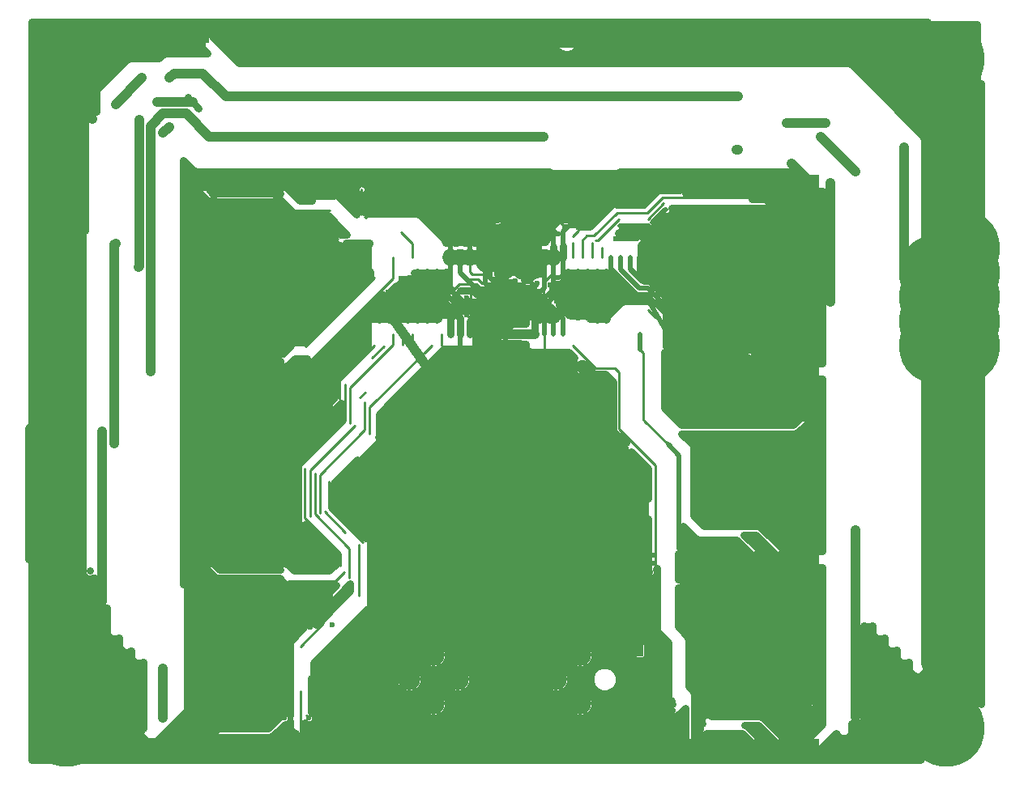
<source format=gbr>
From 16328e97230f0b991659d14151bc995274250b1c Mon Sep 17 00:00:00 2001
From: jaseg <git@jaseg.net>
Date: Thu, 20 Jul 2017 16:05:07 +0200
Subject: Second board revision

---
 hw/chibi/chibi_2024/gerbers/chibi_2024-B.Cu.gbr | 12126 ++++++++++++++--------
 1 file changed, 7691 insertions(+), 4435 deletions(-)

(limited to 'hw/chibi/chibi_2024/gerbers/chibi_2024-B.Cu.gbr')

diff --git a/hw/chibi/chibi_2024/gerbers/chibi_2024-B.Cu.gbr b/hw/chibi/chibi_2024/gerbers/chibi_2024-B.Cu.gbr
index 2b7a2ea..3604fea 100644
--- a/hw/chibi/chibi_2024/gerbers/chibi_2024-B.Cu.gbr
+++ b/hw/chibi/chibi_2024/gerbers/chibi_2024-B.Cu.gbr
@@ -1,36 +1,55 @@
 G04 #@! TF.FileFunction,Copper,L2,Bot,Signal*
 %FSLAX46Y46*%
 G04 Gerber Fmt 4.6, Leading zero omitted, Abs format (unit mm)*
-G04 Created by KiCad (PCBNEW 4.0.4-1.fc24-product) date Wed May 17 21:12:50 2017*
+G04 Created by KiCad (PCBNEW 4.0.4-1.fc24-product) date Thu Jul 20 15:57:28 2017*
 %MOMM*%
 %LPD*%
 G01*
 G04 APERTURE LIST*
 %ADD10C,0.100000*%
-%ADD11C,2.349500*%
-%ADD12R,1.727200X1.727200*%
-%ADD13O,1.727200X1.727200*%
-%ADD14R,1.727200X2.032000*%
-%ADD15O,1.727200X2.032000*%
-%ADD16C,1.300000*%
+%ADD11R,1.200000X1.200000*%
+%ADD12C,1.200000*%
+%ADD13C,8.000000*%
+%ADD14C,2.349500*%
+%ADD15R,1.727200X2.032000*%
+%ADD16O,1.727200X2.032000*%
 %ADD17R,1.300000X1.300000*%
-%ADD18R,1.397000X1.397000*%
-%ADD19C,1.397000*%
-%ADD20C,3.000000*%
-%ADD21C,8.000000*%
-%ADD22R,2.032000X2.032000*%
-%ADD23C,2.000000*%
-%ADD24R,0.600000X2.500000*%
+%ADD18C,1.300000*%
+%ADD19R,1.397000X1.397000*%
+%ADD20C,1.397000*%
+%ADD21C,3.000000*%
+%ADD22R,0.600000X2.500000*%
+%ADD23R,1.727200X1.727200*%
+%ADD24O,1.727200X1.727200*%
 %ADD25C,1.000000*%
 %ADD26C,0.600000*%
-%ADD27C,0.254000*%
-%ADD28C,1.000000*%
-%ADD29C,0.250000*%
-%ADD30C,0.800000*%
-%ADD31C,4.000000*%
+%ADD27C,0.800000*%
+%ADD28C,0.254000*%
+%ADD29C,0.500000*%
+%ADD30C,1.000000*%
+%ADD31C,0.250000*%
+%ADD32C,0.350000*%
+%ADD33C,4.000000*%
 G04 APERTURE END LIST*
 D10*
 D11*
+X118110000Y-65405000D03*
+D12*
+X120650000Y-65405000D03*
+X123190000Y-65405000D03*
+X125730000Y-65405000D03*
+X128270000Y-65405000D03*
+X130810000Y-65405000D03*
+X125730000Y-80645000D03*
+X128270000Y-80645000D03*
+X118110000Y-80645000D03*
+X120650000Y-80645000D03*
+X130810000Y-80645000D03*
+X123190000Y-80645000D03*
+D13*
+X145000000Y-48000000D03*
+X53000000Y-118000000D03*
+D14*
 X93939360Y-112903000D03*
 X88859360Y-112903000D03*
 X104178100Y-112903000D03*
@@ -39,166 +58,33 @@ X91399360Y-115443000D03*
 X91399360Y-110363000D03*
 X106718100Y-115443000D03*
 X106718100Y-110363000D03*
-D12*
-X144018000Y-67818000D03*
-D13*
-X146558000Y-67818000D03*
-X144018000Y-70358000D03*
-X146558000Y-70358000D03*
-X144018000Y-72898000D03*
-X146558000Y-72898000D03*
-X144018000Y-75438000D03*
-X146558000Y-75438000D03*
-X144018000Y-77978000D03*
-X146558000Y-77978000D03*
-D14*
-X102743000Y-45847000D03*
 D15*
-X105283000Y-45847000D03*
-X107823000Y-45847000D03*
-X110363000Y-45847000D03*
-D10*
-G36*
-X119601777Y-112400734D02*
-X120099266Y-113601777D01*
-X118898223Y-114099266D01*
-X118400734Y-112898223D01*
-X119601777Y-112400734D01*
-X119601777Y-112400734D01*
-G37*
+X105175000Y-46700000D03*
 D16*
-X114630602Y-115163417D03*
+X102635000Y-46700000D03*
+X100095000Y-46700000D03*
+X97555000Y-46700000D03*
 D17*
-X50927000Y-96012000D03*
-D16*
-X50927000Y-91012000D03*
+X82850000Y-115050000D03*
 D18*
-X112649000Y-109855000D03*
+X82850000Y-110050000D03*
+D17*
+X67300000Y-93000000D03*
+D18*
+X72300000Y-93000000D03*
 D19*
-X112649000Y-117475000D03*
+X112649000Y-109855000D03*
 D20*
+X112649000Y-117475000D03*
+D21*
 X124500000Y-114250000D03*
 X129500000Y-114250000D03*
 X124500000Y-94500000D03*
 X129500000Y-94500000D03*
-D21*
-X145161000Y-117475000D03*
-X145161000Y-48260000D03*
-X52750000Y-48250000D03*
-X52750000Y-117500000D03*
-D22*
-X118110000Y-104775000D03*
-D23*
-X120650000Y-104775000D03*
-X123190000Y-104775000D03*
-X125730000Y-104775000D03*
-X128270000Y-104775000D03*
-X130810000Y-104775000D03*
-X125730000Y-120015000D03*
-X128270000Y-120015000D03*
-X118110000Y-120015000D03*
-X120650000Y-120015000D03*
-X130810000Y-120015000D03*
-X123190000Y-120015000D03*
-D22*
-X118110000Y-85090000D03*
-D23*
-X120650000Y-85090000D03*
-X123190000Y-85090000D03*
-X125730000Y-85090000D03*
-X128270000Y-85090000D03*
-X130810000Y-85090000D03*
-X125730000Y-100330000D03*
-X128270000Y-100330000D03*
-X118110000Y-100330000D03*
-X120650000Y-100330000D03*
-X130810000Y-100330000D03*
-X123190000Y-100330000D03*
-D22*
-X118110000Y-65405000D03*
-D23*
-X120650000Y-65405000D03*
-X123190000Y-65405000D03*
-X125730000Y-65405000D03*
-X128270000Y-65405000D03*
-X130810000Y-65405000D03*
-X125730000Y-80645000D03*
-X128270000Y-80645000D03*
-X118110000Y-80645000D03*
-X120650000Y-80645000D03*
-X130810000Y-80645000D03*
-X123190000Y-80645000D03*
-D22*
-X118110000Y-45720000D03*
-D23*
-X120650000Y-45720000D03*
-X123190000Y-45720000D03*
-X125730000Y-45720000D03*
-X128270000Y-45720000D03*
-X130810000Y-45720000D03*
-X125730000Y-60960000D03*
-X128270000Y-60960000D03*
-X118110000Y-60960000D03*
-X120650000Y-60960000D03*
-X130810000Y-60960000D03*
-X123190000Y-60960000D03*
-D22*
-X67310000Y-45720000D03*
-D23*
-X69850000Y-45720000D03*
-X72390000Y-45720000D03*
-X74930000Y-45720000D03*
-X77470000Y-45720000D03*
-X80010000Y-45720000D03*
-X74930000Y-60960000D03*
-X77470000Y-60960000D03*
-X67310000Y-60960000D03*
-X69850000Y-60960000D03*
-X80010000Y-60960000D03*
-X72390000Y-60960000D03*
-D22*
-X67310000Y-65405000D03*
-D23*
-X69850000Y-65405000D03*
-X72390000Y-65405000D03*
-X74930000Y-65405000D03*
-X77470000Y-65405000D03*
-X80010000Y-65405000D03*
-X74930000Y-80645000D03*
-X77470000Y-80645000D03*
-X67310000Y-80645000D03*
-X69850000Y-80645000D03*
-X80010000Y-80645000D03*
-X72390000Y-80645000D03*
-D22*
-X67310000Y-85090000D03*
-D23*
-X69850000Y-85090000D03*
-X72390000Y-85090000D03*
-X74930000Y-85090000D03*
-X77470000Y-85090000D03*
-X80010000Y-85090000D03*
-X74930000Y-100330000D03*
-X77470000Y-100330000D03*
-X67310000Y-100330000D03*
-X69850000Y-100330000D03*
-X80010000Y-100330000D03*
-X72390000Y-100330000D03*
+D13*
+X145000000Y-118000000D03*
+X53000000Y-48000000D03*
 D22*
-X67310000Y-104775000D03*
-D23*
-X69850000Y-104775000D03*
-X72390000Y-104775000D03*
-X74930000Y-104775000D03*
-X77470000Y-104775000D03*
-X80010000Y-104775000D03*
-X74930000Y-120015000D03*
-X77470000Y-120015000D03*
-X67310000Y-120015000D03*
-X69850000Y-120015000D03*
-X80010000Y-120015000D03*
-X72390000Y-120015000D03*
-D24*
 X101942000Y-68771000D03*
 X102942000Y-68771000D03*
 X103942000Y-68771000D03*
@@ -247,120 +133,223 @@ X93178000Y-68771000D03*
 X94178000Y-68771000D03*
 X95178000Y-68771000D03*
 X96178000Y-68771000D03*
+D23*
+X118200000Y-75700000D03*
+D24*
+X120740000Y-75700000D03*
+X118200000Y-73160000D03*
+X120740000Y-73160000D03*
+X118200000Y-70620000D03*
+X120740000Y-70620000D03*
+D11*
+X67310000Y-104775000D03*
+D12*
+X69850000Y-104775000D03*
+X72390000Y-104775000D03*
+X74930000Y-104775000D03*
+X77470000Y-104775000D03*
+X80010000Y-104775000D03*
+X74930000Y-120015000D03*
+X77470000Y-120015000D03*
+X67310000Y-120015000D03*
+X69850000Y-120015000D03*
+X80010000Y-120015000D03*
+X72390000Y-120015000D03*
+D11*
+X67310000Y-85090000D03*
+D12*
+X69850000Y-85090000D03*
+X72390000Y-85090000D03*
+X74930000Y-85090000D03*
+X77470000Y-85090000D03*
+X80010000Y-85090000D03*
+X74930000Y-100330000D03*
+X77470000Y-100330000D03*
+X67310000Y-100330000D03*
+X69850000Y-100330000D03*
+X80010000Y-100330000D03*
+X72390000Y-100330000D03*
+D11*
+X67310000Y-65405000D03*
+D12*
+X69850000Y-65405000D03*
+X72390000Y-65405000D03*
+X74930000Y-65405000D03*
+X77470000Y-65405000D03*
+X80010000Y-65405000D03*
+X74930000Y-80645000D03*
+X77470000Y-80645000D03*
+X67310000Y-80645000D03*
+X69850000Y-80645000D03*
+X80010000Y-80645000D03*
+X72390000Y-80645000D03*
+D11*
+X67310000Y-45720000D03*
+D12*
+X69850000Y-45720000D03*
+X72390000Y-45720000D03*
+X74930000Y-45720000D03*
+X77470000Y-45720000D03*
+X80010000Y-45720000D03*
+X74930000Y-60960000D03*
+X77470000Y-60960000D03*
+X67310000Y-60960000D03*
+X69850000Y-60960000D03*
+X80010000Y-60960000D03*
+X72390000Y-60960000D03*
+D11*
+X118110000Y-85090000D03*
+D12*
+X120650000Y-85090000D03*
+X123190000Y-85090000D03*
+X125730000Y-85090000D03*
+X128270000Y-85090000D03*
+X130810000Y-85090000D03*
+X125730000Y-100330000D03*
+X128270000Y-100330000D03*
+X118110000Y-100330000D03*
+X120650000Y-100330000D03*
+X130810000Y-100330000D03*
+X123190000Y-100330000D03*
+D11*
+X118110000Y-104775000D03*
+D12*
+X120650000Y-104775000D03*
+X123190000Y-104775000D03*
+X125730000Y-104775000D03*
+X128270000Y-104775000D03*
+X130810000Y-104775000D03*
+X125730000Y-120015000D03*
+X128270000Y-120015000D03*
+X118110000Y-120015000D03*
+X120650000Y-120015000D03*
+X130810000Y-120015000D03*
+X123190000Y-120015000D03*
+D11*
+X118110000Y-45720000D03*
+D12*
+X120650000Y-45720000D03*
+X123190000Y-45720000D03*
+X125730000Y-45720000D03*
+X128270000Y-45720000D03*
+X130810000Y-45720000D03*
+X125730000Y-60960000D03*
+X128270000Y-60960000D03*
+X118110000Y-60960000D03*
+X120650000Y-60960000D03*
+X130810000Y-60960000D03*
+X123190000Y-60960000D03*
+D25*
+X68453000Y-82804000D03*
+X72390000Y-74549000D03*
+D26*
+X72700000Y-82600000D03*
+X71400000Y-82600000D03*
+X69800000Y-82700000D03*
+X53700000Y-86200000D03*
+X53700000Y-84400000D03*
+X53700000Y-83000000D03*
+X53700000Y-81600000D03*
+X70700000Y-111800000D03*
+X73400000Y-111500000D03*
+X74800000Y-111000000D03*
+D25*
+X109664000Y-110190000D03*
+D26*
+X97300000Y-110400000D03*
+X96700000Y-108900000D03*
+X98400000Y-108900000D03*
+X111800000Y-62650000D03*
+X87100000Y-110750000D03*
+X96850000Y-107200000D03*
+X85450000Y-108750000D03*
+X85100000Y-109950000D03*
+X110998000Y-61976000D03*
+X100076000Y-69342000D03*
+X101092000Y-68326000D03*
+X97028000Y-75184000D03*
+X82296000Y-71882000D03*
+X90170000Y-81026000D03*
+X83820000Y-77724000D03*
+X83820000Y-75692000D03*
+D25*
+X99060000Y-67564000D03*
+D26*
+X78875000Y-47425000D03*
+D25*
+X63309500Y-120713500D03*
+X74993500Y-109474000D03*
+D26*
+X111450000Y-104125000D03*
+X80400000Y-78600000D03*
+X112150000Y-73125000D03*
+X107575000Y-72900000D03*
+X94725000Y-66575000D03*
+X86300000Y-61900000D03*
+X91675000Y-62100000D03*
+X95350000Y-60225000D03*
+X103825000Y-61075000D03*
 D25*
-X113322100Y-95059500D03*
+X115290600Y-115109000D03*
 D26*
-X81927700Y-61544200D03*
-X105994200Y-62014100D03*
+X89875000Y-70875000D03*
 D25*
+X89000000Y-72975000D03*
+X119278400Y-95237300D03*
+X119202200Y-93649800D03*
+X119240300Y-91922600D03*
 X52895000Y-53548000D03*
 X51752000Y-55580000D03*
 X49974000Y-57866000D03*
 X50038000Y-55580000D03*
 X49974000Y-53548000D03*
-X140525000Y-51135000D03*
-X142430000Y-53548000D03*
-X147637000Y-56215000D03*
-X145097000Y-53548000D03*
-X147637000Y-53548000D03*
-X50038000Y-85598000D03*
-X50038000Y-83312000D03*
-X50038000Y-81026000D03*
-X50038000Y-78486000D03*
-X120396000Y-115570000D03*
 X119634000Y-109474000D03*
-X74993500Y-109474000D03*
-X63309500Y-120713500D03*
+X120396000Y-115570000D03*
+X115062000Y-110236000D03*
 X50038000Y-103632000D03*
+X50038000Y-101346000D03*
 X50038000Y-106426000D03*
 X50038000Y-109220000D03*
-X50038000Y-101346000D03*
-X119278400Y-95237300D03*
 X117983000Y-98171000D03*
 X130429000Y-102489000D03*
-X85852000Y-45085000D03*
-X97917000Y-45593000D03*
-X115570000Y-45720000D03*
-X145986000Y-92537000D03*
-X146113000Y-86060000D03*
-X111188500Y-110109000D03*
-X88646000Y-90297000D03*
-X89281000Y-86931500D03*
-X101917500Y-91757500D03*
-X98742500Y-86614000D03*
-X97853500Y-96075500D03*
-X93345000Y-82296000D03*
 X77343000Y-68199000D03*
-D26*
-X81534000Y-70548500D03*
-D25*
 X65786000Y-62357000D03*
-X68453000Y-82804000D03*
-X72390000Y-74549000D03*
-X68529200Y-93116400D03*
 X65595500Y-101282500D03*
-X127000000Y-63754000D03*
 X127762000Y-75742800D03*
-X111620300Y-61620400D03*
-X78486000Y-47739300D03*
-X113157000Y-90360500D03*
-X119240300Y-91922600D03*
-X119202200Y-93649800D03*
 X143332200Y-98463100D03*
 X143332200Y-96672400D03*
 X143243300Y-93408500D03*
 X143306800Y-94970600D03*
-X113385600Y-91414600D03*
-X119024400Y-90119200D03*
-X106603800Y-93878400D03*
-X107772200Y-94818200D03*
-X116890800Y-76034900D03*
-X107556300Y-88773000D03*
-X100266500Y-75514200D03*
-X88112600Y-47675800D03*
-X107442000Y-84353400D03*
-X116027200Y-84328000D03*
-X81000600Y-78384400D03*
-X86817200Y-73228200D03*
 X76073000Y-95351600D03*
 X76098400Y-93929200D03*
 X75996800Y-92481400D03*
 X81737200Y-94996000D03*
 X81711800Y-92329000D03*
 X81762600Y-93624400D03*
-X114249200Y-47396400D03*
-X95656400Y-47675800D03*
-X86766400Y-63779400D03*
-X99593400Y-69113400D03*
-X101981000Y-64262000D03*
-X105841800Y-71170800D03*
-X102336600Y-80391000D03*
 X86563200Y-93853000D03*
 X91059000Y-93675200D03*
-X91236800Y-100076000D03*
-X97330798Y-105005602D03*
-X105359200Y-104749600D03*
-X102463600Y-103378000D03*
-X116255800Y-79451200D03*
-D26*
-X85242400Y-107899200D03*
-X90805000Y-102565200D03*
-X83489800Y-67894200D03*
-X83058000Y-71856600D03*
-D25*
-X120700800Y-69773800D03*
-X97205800Y-77241400D03*
-X115646200Y-69469000D03*
-X112623600Y-47066200D03*
-X103073200Y-85623400D03*
-X105816400Y-85572600D03*
 D26*
-X110350300Y-61290200D03*
-X104597200Y-61366400D03*
-X91414600Y-61442600D03*
-X92456000Y-78740000D03*
-X89662000Y-82677000D03*
-X114427000Y-102870000D03*
+X94950000Y-80800000D03*
+X92275000Y-83775000D03*
+X85090000Y-98044000D03*
+X84050000Y-90325000D03*
+X100330000Y-70612000D03*
+X101854000Y-74930000D03*
+X98875000Y-76250000D03*
+X92325000Y-85225000D03*
+X97600000Y-63250000D03*
+X88700000Y-86750000D03*
+X110425000Y-66800000D03*
+X112600000Y-66800000D03*
+X110236000Y-89916000D03*
+X106172000Y-81026000D03*
+X110500000Y-60275000D03*
+X104075000Y-59950000D03*
+X98125000Y-60750000D03*
+X89300000Y-61125000D03*
+X114300000Y-100800000D03*
+X111500000Y-88750000D03*
+X114500000Y-99900000D03*
 X117348000Y-102870000D03*
 X116459000Y-116128800D03*
 X119430800Y-118110000D03*
@@ -438,67 +427,315 @@ X78486000Y-107442000D03*
 X80772000Y-107188000D03*
 X75819000Y-116967000D03*
 X78359000Y-116967000D03*
-X59816500Y-119842000D03*
-X82524600Y-77470000D03*
+X104425000Y-66325000D03*
+X101700000Y-61200000D03*
+X102870000Y-78740000D03*
+X99314000Y-70612000D03*
+X102425000Y-62800000D03*
+X105050000Y-65525000D03*
+X106025000Y-65200000D03*
+X103075000Y-62100000D03*
+X104200000Y-73300000D03*
+X107100000Y-75000000D03*
+X100838000Y-69596000D03*
+X100950000Y-66900000D03*
+X98025000Y-64975000D03*
+X86650000Y-72400000D03*
+X88950000Y-70850000D03*
+X103250000Y-66600000D03*
+X101125000Y-64075000D03*
+X113000000Y-97100000D03*
+X114100000Y-101700000D03*
+X101975000Y-72575000D03*
+X104375000Y-70900000D03*
+X95250000Y-72175000D03*
+X94875000Y-74775000D03*
+X94200000Y-73975000D03*
+X92456000Y-74930000D03*
+X101725000Y-71575000D03*
+X103600000Y-71600000D03*
+X107200000Y-80600000D03*
+X98875000Y-77475000D03*
+X58150000Y-115800000D03*
 X65532000Y-103505000D03*
-X83439000Y-78816200D03*
+X83642200Y-69596000D03*
 X81635600Y-67513200D03*
-X82956400Y-68910200D03*
-X98412300Y-69227700D03*
-X92506800Y-60553600D03*
-X111607600Y-60604400D03*
-X93116400Y-71424800D03*
-X106819700Y-79819500D03*
-X110401100Y-91135200D03*
-X115620800Y-64757300D03*
-X114096800Y-69697600D03*
-X106883200Y-80645000D03*
-X109423200Y-90893900D03*
-X102997000Y-75057000D03*
-X102235000Y-71462900D03*
-X97104200Y-66167000D03*
-X94742000Y-66167000D03*
-X99898200Y-71183500D03*
-X98107500Y-65760600D03*
-X94043000Y-75011000D03*
-X112598200Y-60629800D03*
-X94132400Y-72263000D03*
-X86995000Y-74803000D03*
-X94157800Y-78994000D03*
-X113487200Y-60629800D03*
-X94335600Y-59969400D03*
-X95656400Y-75006200D03*
-X114757200Y-61290200D03*
-X94869000Y-73025000D03*
-X92100400Y-74777600D03*
-X89027000Y-46151800D03*
-X92862400Y-46202600D03*
-X88011000Y-70993000D03*
 D27*
-X113347500Y-95084900D02*
-X113347500Y-95097600D01*
-X113322100Y-95059500D02*
-X113347500Y-95084900D01*
-X90487500Y-61836300D02*
-X90970100Y-62318900D01*
-X90970100Y-62318900D02*
-X91706700Y-62318900D01*
-X88569800Y-59918600D02*
-X90055700Y-61404500D01*
-X83553300Y-59918600D02*
-X88569800Y-59918600D01*
-X81927700Y-61544200D02*
-X83553300Y-59918600D01*
-X92011500Y-62014100D02*
-X91706700Y-62318900D01*
-X90487500Y-61836300D02*
-X90055700Y-61404500D01*
-X90055700Y-61404500D02*
-X89941400Y-61290200D01*
-X105994200Y-62014100D02*
-X92011500Y-62014100D01*
-X145161000Y-48260000D02*
-X143083000Y-46182000D01*
+X65600000Y-87900000D02*
+X71415400Y-87900000D01*
+X71415400Y-87900000D02*
+X75996800Y-92481400D01*
+X65600000Y-96045600D02*
+X65600000Y-87900000D01*
+X65600000Y-87900000D02*
+X65659000Y-87900000D01*
+X65659000Y-87900000D02*
+X65700000Y-87900000D01*
+X65700000Y-87900000D02*
+X65659000Y-87900000D01*
+D28*
+X68453000Y-82804000D02*
+X66230500Y-82804000D01*
+X66230500Y-82804000D02*
+X65659000Y-82232500D01*
+X65659000Y-82232500D02*
+X65659000Y-77406500D01*
+X65659000Y-77406500D02*
+X68516500Y-74549000D01*
+X72390000Y-74549000D02*
+X68516500Y-74549000D01*
+X72390000Y-74549000D02*
+X68707000Y-74549000D01*
+X65659000Y-77597000D02*
+X68707000Y-74549000D01*
+X65659000Y-79184500D02*
+X65659000Y-77597000D01*
+X65659000Y-87900000D02*
+X65659000Y-79184500D01*
+D27*
+X69900000Y-82600000D02*
+X71400000Y-82600000D01*
+X69800000Y-82700000D02*
+X69900000Y-82600000D01*
+X50038000Y-78486000D02*
+X50586000Y-78486000D01*
+X53700000Y-83000000D02*
+X53700000Y-84400000D01*
+X50586000Y-78486000D02*
+X53700000Y-81600000D01*
+X50038000Y-85598000D02*
+X50038000Y-78486000D01*
+X74300000Y-111500000D02*
+X73400000Y-111500000D01*
+X74800000Y-111000000D02*
+X74300000Y-111500000D01*
+X115290600Y-115109000D02*
+X110371600Y-110190000D01*
+X109664000Y-110190000D02*
+X106607986Y-105832057D01*
+X110371600Y-110190000D02*
+X109664000Y-110190000D01*
+X103000000Y-102492000D02*
+X103208000Y-102700000D01*
+D29*
+X94183200Y-93675200D02*
+X91059000Y-93675200D01*
+X103000000Y-102492000D02*
+X94183200Y-93675200D01*
+D27*
+X103208000Y-102700000D02*
+X106900000Y-102700000D01*
+X106900000Y-102700000D02*
+X106900000Y-105540043D01*
+X106900000Y-105540043D02*
+X106607986Y-105832057D01*
+X96700000Y-108900000D02*
+X98400000Y-108900000D01*
+X99850000Y-64300000D02*
+X99850000Y-60750000D01*
+X103325000Y-61075000D02*
+X103825000Y-61075000D01*
+X102450000Y-60200000D02*
+X103325000Y-61075000D01*
+X100400000Y-60200000D02*
+X102450000Y-60200000D01*
+X99850000Y-60750000D02*
+X100400000Y-60200000D01*
+X111800000Y-62650000D02*
+X111750000Y-62600000D01*
+X101942000Y-68771000D02*
+X101942000Y-66392000D01*
+X98400000Y-62100000D02*
+X95950000Y-62100000D01*
+X99250000Y-62950000D02*
+X98400000Y-62100000D01*
+X99250000Y-63700000D02*
+X99250000Y-62950000D01*
+X101942000Y-66392000D02*
+X99850000Y-64300000D01*
+X99850000Y-64300000D02*
+X99250000Y-63700000D01*
+D30*
+X87100000Y-110750000D02*
+X87100000Y-110400000D01*
+X87100000Y-110400000D02*
+X87100000Y-110750000D01*
+X87100000Y-110400000D02*
+X90300000Y-107200000D01*
+X90300000Y-107200000D02*
+X96850000Y-107200000D01*
+X82850000Y-110050000D02*
+X85000000Y-110050000D01*
+X85450000Y-108750000D02*
+X87100000Y-110400000D01*
+X85000000Y-110050000D02*
+X85100000Y-109950000D01*
+D27*
+X110744000Y-62230000D02*
+X109474000Y-62230000D01*
+X110998000Y-61976000D02*
+X110744000Y-62230000D01*
+D28*
+X99060000Y-67564000D02*
+X99060000Y-68326000D01*
+X99060000Y-68326000D02*
+X100076000Y-69342000D01*
+X101092000Y-68326000D02*
+X101497000Y-68326000D01*
+X101497000Y-68326000D02*
+X101942000Y-68771000D01*
+X97028000Y-75184000D02*
+X97028000Y-75921000D01*
+X97028000Y-75921000D02*
+X96178000Y-76771000D01*
+X72390000Y-74549000D02*
+X72390000Y-73215500D01*
+X79629000Y-74549000D02*
+X72390000Y-74549000D01*
+X82296000Y-71882000D02*
+X79629000Y-74549000D01*
+X96178000Y-76771000D02*
+X96178000Y-78320000D01*
+X96178000Y-78320000D02*
+X95758000Y-78740000D01*
+X95758000Y-78740000D02*
+X92456000Y-78740000D01*
+X92456000Y-78740000D02*
+X90170000Y-81026000D01*
+X83820000Y-77724000D02*
+X83820000Y-75692000D01*
+X84030500Y-75481500D02*
+X84030500Y-75394500D01*
+X83820000Y-75692000D02*
+X84030500Y-75481500D01*
+X50927000Y-91012000D02*
+X50927000Y-91821000D01*
+X53086000Y-100584000D02*
+X50038000Y-103632000D01*
+X53086000Y-93980000D02*
+X53086000Y-100584000D01*
+X50927000Y-91821000D02*
+X53086000Y-93980000D01*
+X53000000Y-118000000D02*
+X53000000Y-114976000D01*
+X53000000Y-114976000D02*
+X50038000Y-112014000D01*
+X50038000Y-112014000D02*
+X50038000Y-109220000D01*
+X99060000Y-67564000D02*
+X97028000Y-65532000D01*
+X97028000Y-65532000D02*
+X97028000Y-65024000D01*
+X97028000Y-65024000D02*
+X98552000Y-63500000D01*
+X98552000Y-63500000D02*
+X99050000Y-63500000D01*
+X98495000Y-48300000D02*
+X100095000Y-46700000D01*
+X96375000Y-48300000D02*
+X98495000Y-48300000D01*
+X95600000Y-47525000D02*
+X96375000Y-48300000D01*
+X78975000Y-47525000D02*
+X95600000Y-47525000D01*
+X78875000Y-47425000D02*
+X78975000Y-47525000D01*
+X99050000Y-63675000D02*
+X99050000Y-63500000D01*
+X101942000Y-66567000D02*
+X99050000Y-63675000D01*
+X101942000Y-68771000D02*
+X101942000Y-66567000D01*
+X99050000Y-63500000D02*
+X99050000Y-62000000D01*
+X99050000Y-62000000D02*
+X99087500Y-62037500D01*
+X99087500Y-62037500D02*
+X99087500Y-62100000D01*
+D27*
+X74993500Y-109474000D02*
+X74549000Y-109474000D01*
+X63309500Y-120713500D02*
+X74549000Y-109474000D01*
+D28*
+X112650000Y-102250000D02*
+X111450000Y-102250000D01*
+X112925000Y-101975000D02*
+X112650000Y-102250000D01*
+X111450000Y-102250000D02*
+X111400000Y-102250000D01*
+X111400000Y-102250000D02*
+X111450000Y-102250000D01*
+X111450000Y-102250000D02*
+X111450000Y-104125000D01*
+X109742943Y-105832057D02*
+X106607986Y-105832057D01*
+X111450000Y-104125000D02*
+X109742943Y-105832057D01*
+X83025000Y-75975000D02*
+X83450000Y-75975000D01*
+X80400000Y-78600000D02*
+X83025000Y-75975000D01*
+X101942000Y-68771000D02*
+X101846000Y-68675000D01*
+X112150000Y-73125000D02*
+X111925000Y-72900000D01*
+X111925000Y-72900000D02*
+X107575000Y-72900000D01*
+X95175000Y-66125000D02*
+X95175000Y-63275000D01*
+X95175000Y-63275000D02*
+X95175000Y-62100000D01*
+X94725000Y-66575000D02*
+X95175000Y-66125000D01*
+X100450000Y-60025000D02*
+X100450000Y-60675000D01*
+X100450000Y-60675000D02*
+X99025000Y-62100000D01*
+X99025000Y-62100000D02*
+X99087500Y-62100000D01*
+X99087500Y-62100000D02*
+X95950000Y-62100000D01*
+X95950000Y-62100000D02*
+X95175000Y-62100000D01*
+X95175000Y-62100000D02*
+X91675000Y-62100000D01*
+X86300000Y-61900000D02*
+X86500000Y-62100000D01*
+X86500000Y-62100000D02*
+X91675000Y-62100000D01*
+X99200000Y-60025000D02*
+X95550000Y-60025000D01*
+X95550000Y-60025000D02*
+X95350000Y-60225000D01*
+X103825000Y-61075000D02*
+X102775000Y-60025000D01*
+X102775000Y-60025000D02*
+X100450000Y-60025000D01*
+X100450000Y-60025000D02*
+X99200000Y-60025000D01*
+X115290600Y-115109000D02*
+X115116781Y-114935181D01*
+X115116781Y-114935181D02*
+X115114927Y-114935181D01*
+X89875000Y-72100000D02*
+X89000000Y-72975000D01*
+X89875000Y-70875000D02*
+X89875000Y-72100000D01*
+D27*
+X88375000Y-73600000D02*
+X89000000Y-72975000D01*
+X83450000Y-75975000D02*
+X84030500Y-75394500D01*
+X84030500Y-75394500D02*
+X85825000Y-73600000D01*
+X85825000Y-73600000D02*
+X88375000Y-73600000D01*
+D28*
+X119202200Y-91960700D02*
+X119202200Y-93649800D01*
+X119240300Y-91922600D02*
+X119202200Y-91960700D01*
 X49974000Y-57358000D02*
 X51752000Y-55580000D01*
 X49974000Y-57866000D02*
@@ -507,50 +744,36 @@ X49974000Y-55516000D02*
 X50038000Y-55580000D01*
 X49974000Y-53548000D02*
 X49974000Y-55516000D01*
-X142430000Y-53167000D02*
-X140525000Y-51135000D01*
-X142430000Y-53548000D02*
-X142430000Y-53167000D01*
-X147637000Y-53548000D02*
-X145097000Y-53548000D01*
+D31*
+X120250000Y-110090000D02*
+X121500000Y-111340000D01*
 D28*
+X120250000Y-110090000D02*
+X119634000Y-109474000D01*
+D31*
+X121500000Y-111340000D02*
+X121500000Y-114466000D01*
+X121500000Y-114466000D02*
+X120396000Y-115570000D01*
+D30*
 X50038000Y-50962000D02*
 X50038000Y-78486000D01*
-D27*
-X50038000Y-83312000D02*
-X50038000Y-81026000D01*
-D28*
 X50038000Y-50962000D02*
 X52750000Y-48250000D01*
-D29*
+D31*
 X50038000Y-85598000D02*
 X50927000Y-86487000D01*
 X50927000Y-86487000D02*
 X50927000Y-91012000D01*
-X121500000Y-114466000D02*
-X120396000Y-115570000D01*
-X121500000Y-111340000D02*
-X121500000Y-114466000D01*
-D27*
-X120250000Y-110090000D02*
-X119634000Y-109474000D01*
-D29*
-X120250000Y-110090000D02*
-X121500000Y-111340000D01*
-D30*
-X63309500Y-120713500D02*
-X74549000Y-109474000D01*
-X74993500Y-109474000D02*
-X74549000Y-109474000D01*
-D27*
-X50038000Y-103632000D02*
-X50038000Y-106426000D01*
-X49022000Y-86614000D02*
-X50038000Y-85598000D01*
-X49022000Y-100330000D02*
-X49022000Y-86614000D01*
+D28*
 X50038000Y-101346000D02*
 X49022000Y-100330000D01*
+X49022000Y-100330000D02*
+X49022000Y-86614000D01*
+X49022000Y-86614000D02*
+X50038000Y-85598000D01*
+X50038000Y-103632000D02*
+X50038000Y-106426000D01*
 X143332200Y-98463100D02*
 X143332200Y-112598200D01*
 X139319000Y-115824000D02*
@@ -561,215 +784,31 @@ X143027400Y-112903000D02*
 X142240000Y-112903000D01*
 X143332200Y-112598200D02*
 X143027400Y-112903000D01*
-D30*
-X85852000Y-45085000D02*
-X88112600Y-47345600D01*
-X88112600Y-47345600D02*
-X88112600Y-47675800D01*
-X95656400Y-47675800D02*
-X95834200Y-47675800D01*
-X95834200Y-47675800D02*
-X97917000Y-45593000D01*
-X114249200Y-47396400D02*
-X114249200Y-47040800D01*
-X114249200Y-47040800D02*
-X115570000Y-45720000D01*
-X96178000Y-76771000D02*
-X96178000Y-79604500D01*
-X96178000Y-79604500D02*
-X96774000Y-80200500D01*
-X105359200Y-104749600D02*
-X105829100Y-104749600D01*
-X105829100Y-104749600D02*
-X111188500Y-110109000D01*
-X91059000Y-93675200D02*
-X91059000Y-92710000D01*
-X91059000Y-92710000D02*
-X88646000Y-90297000D01*
-X91059000Y-85725000D02*
-X90487500Y-85725000D01*
-X90487500Y-85725000D02*
-X89281000Y-86931500D01*
-X101917500Y-91757500D02*
-X101917500Y-89789000D01*
-X101917500Y-89789000D02*
-X98742500Y-86614000D01*
-X101917500Y-91757500D02*
-X101917500Y-92011500D01*
-X103822500Y-93662500D02*
-X101917500Y-91757500D01*
-X106603800Y-93662500D02*
-X103822500Y-93662500D01*
-X101917500Y-92011500D02*
-X97853500Y-96075500D01*
-D27*
-X93345000Y-82296000D02*
-X91059000Y-84582000D01*
-X93726000Y-82677000D02*
-X93345000Y-82296000D01*
-X94996000Y-82677000D02*
-X93726000Y-82677000D01*
-X91059000Y-84582000D02*
-X91059000Y-85725000D01*
-X91059000Y-85725000D02*
-X91059000Y-93675200D01*
-X77343000Y-68199000D02*
-X79692500Y-70548500D01*
 X72390000Y-73152000D02*
 X77343000Y-68199000D01*
 X72390000Y-73215500D02*
 X72390000Y-73152000D01*
-X79692500Y-70548500D02*
-X81534000Y-70548500D01*
 X65786000Y-68897500D02*
 X70104000Y-73215500D01*
 X70104000Y-73215500D02*
 X72390000Y-73215500D01*
 X65786000Y-62357000D02*
 X65786000Y-68897500D01*
-X68453000Y-82804000D02*
-X66230500Y-82804000D01*
-X66230500Y-82804000D02*
-X65659000Y-82232500D01*
-X65659000Y-82232500D02*
-X65659000Y-77406500D01*
-X65659000Y-77406500D02*
-X68516500Y-74549000D01*
-X68516500Y-74549000D02*
-X72390000Y-74549000D01*
-X72390000Y-74549000D02*
-X72390000Y-73215500D01*
-X72390000Y-74549000D02*
-X68707000Y-74549000D01*
-X65659000Y-77597000D02*
-X68707000Y-74549000D01*
-X65659000Y-79184500D02*
-X65659000Y-77597000D01*
-X65659000Y-90246200D02*
-X65659000Y-79184500D01*
-X65659000Y-90246200D02*
-X68529200Y-93116400D01*
-X68529200Y-93116400D02*
+X65600000Y-96045600D02*
 X65595500Y-96050100D01*
 X65595500Y-96050100D02*
 X65595500Y-101282500D01*
-X121920000Y-68580000D02*
-X122682000Y-69342000D01*
-X117348000Y-68580000D02*
-X121920000Y-68580000D01*
-X116332000Y-67564000D02*
-X117348000Y-68580000D01*
-X116332000Y-64008000D02*
-X116332000Y-67564000D01*
-X116586000Y-63754000D02*
-X116332000Y-64008000D01*
-X117094000Y-63754000D02*
-X116586000Y-63754000D01*
-X127000000Y-63754000D02*
-X117094000Y-63754000D01*
 X127762000Y-75742800D02*
 X127762000Y-75692000D01*
-X111620300Y-61620400D02*
-X111302800Y-61937900D01*
-X111302800Y-61937900D02*
-X109911444Y-61937900D01*
-X109286322Y-62563022D02*
-X109286322Y-62531978D01*
-X109911444Y-61937900D02*
-X109286322Y-62563022D01*
-D30*
-X78486000Y-47739300D02*
-X78549500Y-47675800D01*
-X78549500Y-47675800D02*
-X88112600Y-47675800D01*
-X113157000Y-90360500D02*
-X113157000Y-91186000D01*
 D27*
-X119240300Y-91922600D02*
-X119202200Y-91960700D01*
-X119202200Y-91960700D02*
-X119202200Y-93649800D01*
-D30*
 X143332200Y-96672400D02*
 X143332200Y-98463100D01*
 X143306800Y-93472000D02*
 X143243300Y-93408500D01*
 X143306800Y-94970600D02*
 X143306800Y-93472000D01*
-D27*
-X113360200Y-91440000D02*
-X113360200Y-93129100D01*
-X113385600Y-91414600D02*
-X113360200Y-91440000D01*
-X106603800Y-90271600D02*
-X106603800Y-93662500D01*
-X106603800Y-93662500D02*
-X106603800Y-93878400D01*
-X106603800Y-89725500D02*
-X107556300Y-88773000D01*
-X106603800Y-89725500D02*
-X106603800Y-90271600D01*
-X106819700Y-64262000D02*
-X107556300Y-64262000D01*
-X101981000Y-64262000D02*
-X106819700Y-64262000D01*
-X107556300Y-64262000D02*
-X109286322Y-62531978D01*
-X116713000Y-76212700D02*
-X116408200Y-76212700D01*
-X116890800Y-76034900D02*
-X116713000Y-76212700D01*
-X107556300Y-88773000D02*
-X107556300Y-84467700D01*
-X107556300Y-84467700D02*
-X107442000Y-84353400D01*
-D30*
-X96178000Y-76771000D02*
-X96178000Y-76440400D01*
-X96178000Y-76440400D02*
-X97104200Y-75514200D01*
-X97104200Y-75514200D02*
-X100266500Y-75514200D01*
-X101942000Y-68771000D02*
-X101942000Y-64301000D01*
-X101942000Y-64301000D02*
-X101981000Y-64262000D01*
-X99593400Y-69113400D02*
-X101599600Y-69113400D01*
-X101599600Y-69113400D02*
-X101942000Y-68771000D01*
-D27*
-X88112600Y-47675800D02*
-X95656400Y-47675800D01*
-X116255800Y-79451200D02*
-X116255800Y-82499200D01*
-X116027200Y-82727800D02*
-X116027200Y-84328000D01*
-X116255800Y-82499200D02*
-X116027200Y-82727800D01*
-X107442000Y-84353400D02*
-X107391200Y-84404200D01*
-X107391200Y-84404200D02*
-X107442000Y-84353400D01*
-X107442000Y-84353400D02*
-X107442000Y-84455000D01*
-X107442000Y-84455000D02*
-X103378000Y-80391000D01*
-X103378000Y-80391000D02*
-X102336600Y-80391000D01*
-D30*
 X115290600Y-115109000D02*
-X105359200Y-105177600D01*
-X105359200Y-105177600D02*
-X105359200Y-104749600D01*
-D27*
-X81000600Y-78384400D02*
-X81000600Y-78003400D01*
-X85775800Y-73228200D02*
-X86817200Y-73228200D01*
-X81000600Y-78003400D02*
-X85775800Y-73228200D01*
-D30*
+X115114927Y-114935181D01*
 X76098400Y-93929200D02*
 X76098400Y-92583000D01*
 X76098400Y-92583000D02*
@@ -782,148 +821,146 @@ X86563200Y-93853000D02*
 X81991200Y-93853000D01*
 X81991200Y-93853000D02*
 X81762600Y-93624400D01*
-D27*
-X110083600Y-48107600D02*
-X107823000Y-45847000D01*
-X113538000Y-48107600D02*
-X110083600Y-48107600D01*
-X114249200Y-47396400D02*
-X113538000Y-48107600D01*
-X105841800Y-47828200D02*
-X107823000Y-45847000D01*
-X95656400Y-47675800D02*
-X95808800Y-47828200D01*
-X95808800Y-47828200D02*
-X105841800Y-47828200D01*
-X86766400Y-63779400D02*
-X101498400Y-63779400D01*
-X101498400Y-63779400D02*
-X101981000Y-64262000D01*
-X101942000Y-64301000D02*
-X101981000Y-64262000D01*
+D28*
 X96178000Y-76771000D02*
 X96178000Y-77864600D01*
-X96178000Y-77864600D02*
-X98704400Y-80391000D01*
-X98704400Y-80391000D02*
-X102336600Y-80391000D01*
 X96178000Y-75703800D02*
 X96178000Y-76771000D01*
-X116408200Y-74904600D02*
-X116408200Y-76212700D01*
-X114808000Y-73304400D02*
-X116408200Y-74904600D01*
-X107975400Y-73304400D02*
-X114808000Y-73304400D01*
-X105841800Y-71170800D02*
-X107975400Y-73304400D01*
-X116408200Y-76212700D02*
-X116408200Y-77241400D01*
 X86563200Y-93853000D02*
 X86741000Y-93675200D01*
 X86741000Y-93675200D02*
 X91059000Y-93675200D01*
-X91059000Y-93675200D02*
-X91236800Y-93853000D01*
-X91236800Y-93853000D02*
-X91236800Y-100076000D01*
-X96166402Y-105005602D02*
-X97330798Y-105005602D01*
-X91236800Y-100076000D02*
-X96166402Y-105005602D01*
-X97330798Y-105005602D02*
-X97582796Y-105257600D01*
-X97582796Y-105257600D02*
-X100584000Y-105257600D01*
-X100584000Y-105257600D02*
-X102463600Y-103378000D01*
-X103987600Y-103378000D02*
-X102463600Y-103378000D01*
-X105359200Y-104749600D02*
-X103987600Y-103378000D01*
-X116408200Y-79298800D02*
-X116255800Y-79451200D01*
-X116408200Y-77241400D02*
-X116408200Y-79298800D01*
-D28*
-X85471000Y-107899200D02*
-X85242400Y-107899200D01*
-X90805000Y-102565200D02*
-X85471000Y-107899200D01*
-D30*
-X83870800Y-71043800D02*
-X83058000Y-71856600D01*
-X83870800Y-68275200D02*
-X83870800Y-71043800D01*
-X83489800Y-67894200D02*
-X83870800Y-68275200D01*
-D27*
-X120650000Y-69723000D02*
-X117170200Y-69723000D01*
-X120700800Y-69773800D02*
-X120650000Y-69723000D01*
+D29*
+X97175000Y-78425000D02*
+X97175000Y-79975000D01*
+X96350000Y-80800000D02*
+X94950000Y-80800000D01*
+X97175000Y-79975000D02*
+X96350000Y-80800000D01*
 D30*
-X99898200Y-76771000D02*
-X97676200Y-76771000D01*
-X97676200Y-76771000D02*
-X97205800Y-77241400D01*
+X88859360Y-112903000D02*
+X79803000Y-112903000D01*
+X85090000Y-105560000D02*
+X85090000Y-98044000D01*
+X79300000Y-111350000D02*
+X85090000Y-105560000D01*
+X79300000Y-112400000D02*
+X79300000Y-111350000D01*
+X79803000Y-112903000D02*
+X79300000Y-112400000D01*
+D29*
+X97175000Y-78425000D02*
+X97175000Y-77950000D01*
+X97175000Y-77950000D02*
+X98875000Y-76250000D01*
+X92325000Y-85225000D02*
+X92275000Y-85175000D01*
+X92275000Y-85175000D02*
+X92275000Y-83775000D01*
 D27*
-X115900200Y-69723000D02*
-X117170200Y-69723000D01*
-X115646200Y-69469000D02*
-X115900200Y-69723000D01*
-X111404400Y-45847000D02*
-X110363000Y-45847000D01*
-X112623600Y-47066200D02*
-X111404400Y-45847000D01*
-D30*
-X101942000Y-76771000D02*
-X99898200Y-76771000D01*
+X88700000Y-86750000D02*
+X87494000Y-86750000D01*
+X84050000Y-90194000D02*
+X84050000Y-90325000D01*
+X87494000Y-86750000D02*
+X84050000Y-90194000D01*
 D28*
-X103073200Y-85623400D02*
-X103124000Y-85572600D01*
-X103124000Y-85572600D02*
-X105816400Y-85572600D01*
-D27*
-X108077000Y-61239400D02*
-X110299500Y-61239400D01*
-X110299500Y-61239400D02*
-X110350300Y-61290200D01*
-X104597200Y-61366400D02*
-X104597200Y-61239400D01*
-X104597200Y-61239400D02*
-X104597200Y-61290200D01*
-X104597200Y-61290200D02*
-X104597200Y-61239400D01*
-X95072200Y-61239400D02*
-X91617800Y-61239400D01*
-X91617800Y-61239400D02*
-X91414600Y-61442600D01*
-X108077000Y-61239400D02*
-X104597200Y-61239400D01*
-X104597200Y-61239400D02*
-X95072200Y-61239400D01*
+X99822000Y-70104000D02*
+X99568000Y-69850000D01*
+X99568000Y-69850000D02*
+X96520000Y-69850000D01*
+X96520000Y-69850000D02*
+X96178000Y-69508000D01*
+X96178000Y-69508000D02*
+X96178000Y-68771000D01*
+X99822000Y-70104000D02*
+X100330000Y-70612000D01*
+X98875000Y-76250000D02*
+X99010000Y-76250000D01*
+X100330000Y-74930000D02*
+X101854000Y-74930000D01*
+X99010000Y-76250000D02*
+X100330000Y-74930000D01*
+X101942000Y-75018000D02*
+X101942000Y-76771000D01*
+X101854000Y-74930000D02*
+X101942000Y-75018000D01*
+X92275000Y-83775000D02*
+X92275000Y-85175000D01*
+X96178000Y-64672000D02*
+X96178000Y-68771000D01*
+X97600000Y-63250000D02*
+X96178000Y-64672000D01*
+X98875000Y-76250000D02*
+X97175000Y-77950000D01*
 D29*
-X89662000Y-81534000D02*
-X92456000Y-78740000D01*
-X89662000Y-82677000D02*
-X89662000Y-81534000D01*
-X130810000Y-104775000D02*
-X128905000Y-102870000D01*
+X89300000Y-61125000D02*
+X97750000Y-61125000D01*
+X97750000Y-61125000D02*
+X98125000Y-60750000D01*
+D32*
+X89300000Y-61125000D02*
+X89300000Y-61125000D01*
+D29*
+X110500000Y-60275000D02*
+X110175000Y-59950000D01*
+X110175000Y-59950000D02*
+X104075000Y-59950000D01*
+X112600000Y-66800000D02*
+X110425000Y-66800000D01*
+D27*
+X106680000Y-81534000D02*
+X106172000Y-81026000D01*
+X109474000Y-81534000D02*
+X106680000Y-81534000D01*
+X109982000Y-82042000D02*
+X109474000Y-81534000D01*
+X109982000Y-89662000D02*
+X109982000Y-82042000D01*
+X110236000Y-89916000D02*
+X109982000Y-89662000D01*
+D28*
+X110175000Y-59950000D02*
+X104075000Y-59950000D01*
+D31*
+X113700000Y-99700000D02*
+X113700000Y-100200000D01*
+X113700000Y-100200000D02*
+X114300000Y-100800000D01*
+X114300000Y-100800000D02*
+X113700000Y-100200000D01*
+X113700000Y-90950000D02*
+X111500000Y-88750000D01*
+X113700000Y-99700000D02*
+X113700000Y-90950000D01*
+X114500000Y-99654000D02*
+X114554000Y-99600000D01*
+X114500000Y-99900000D02*
+X114500000Y-99654000D01*
+X114600000Y-97650000D02*
+X114554000Y-97650000D01*
+X114554000Y-97696000D02*
+X114600000Y-97650000D01*
+X114554000Y-99600000D02*
+X114554000Y-97696000D01*
+X114554000Y-95875000D02*
+X114554000Y-96246000D01*
 X108331000Y-80391000D02*
 X105942000Y-78002000D01*
-X110363000Y-80391000D02*
-X108331000Y-80391000D01*
-X110744000Y-80772000D02*
-X110363000Y-80391000D01*
-X110744000Y-86741000D02*
-X110744000Y-80772000D01*
+X114554000Y-95875000D02*
+X114554000Y-90551000D01*
 X114554000Y-90551000D02*
 X110744000Y-86741000D01*
-X114554000Y-102743000D02*
-X114554000Y-90551000D01*
-X114427000Y-102870000D02*
-X114554000Y-102743000D01*
+X110744000Y-86741000D02*
+X110744000Y-80772000D01*
+X110744000Y-80772000D02*
+X110363000Y-80391000D01*
+X110363000Y-80391000D02*
+X108331000Y-80391000D01*
+X114554000Y-97650000D02*
+X114554000Y-96246000D01*
+X130810000Y-104775000D02*
+X128905000Y-102870000D01*
 X128905000Y-102870000D02*
 X117348000Y-102870000D01*
 X105942000Y-78002000D02*
@@ -1088,78 +1125,84 @@ X114554000Y-75057000D02*
 X113792000Y-74295000D01*
 X118110000Y-100330000D02*
 X117017800Y-99237800D01*
-X117017800Y-89458800D02*
-X115900200Y-88341200D01*
-X117017800Y-99237800D02*
-X117017800Y-89458800D01*
-X112942000Y-76771000D02*
-X112942000Y-78398000D01*
-X113284000Y-85725000D02*
+X115900200Y-88341200D02*
 X113411000Y-85852000D01*
-X113284000Y-78740000D02*
-X113284000Y-85725000D01*
 X112942000Y-78398000D02*
 X113284000Y-78740000D01*
-X115900200Y-88341200D02*
+X113284000Y-78740000D02*
+X113284000Y-85725000D01*
+X113284000Y-85725000D02*
 X113411000Y-85852000D01*
-D27*
-X112942000Y-68771000D02*
-X112942000Y-70244600D01*
-X125577600Y-70637400D02*
-X127444000Y-68771000D01*
-X113334800Y-70637400D02*
-X125577600Y-70637400D01*
-X112942000Y-70244600D02*
-X113334800Y-70637400D01*
-D29*
+X112942000Y-76771000D02*
+X112942000Y-78398000D01*
+X117017800Y-99237800D02*
+X117017800Y-89458800D01*
+X117017800Y-89458800D02*
+X115900200Y-88341200D01*
 X130810000Y-65405000D02*
-X127444000Y-68771000D01*
+X129115000Y-67100000D01*
+X112942000Y-67458000D02*
+X112942000Y-68771000D01*
+X113300000Y-67100000D02*
+X112942000Y-67458000D01*
+X129115000Y-67100000D02*
+X113300000Y-67100000D01*
+X120200000Y-79121000D02*
+X117421000Y-79121000D01*
+X117421000Y-79121000D02*
+X117200000Y-78900000D01*
+X116100000Y-74300000D02*
+X113809000Y-72009000D01*
+X116100000Y-77800000D02*
+X116100000Y-74300000D01*
+X117200000Y-78900000D02*
+X116100000Y-77800000D01*
 X125730000Y-80645000D02*
 X124206000Y-79121000D01*
-X118618000Y-74041000D02*
-X116586000Y-72009000D01*
-X118618000Y-78105000D02*
-X118618000Y-74041000D01*
-X119634000Y-79121000D02*
-X118618000Y-78105000D01*
 X124206000Y-79121000D02*
-X119634000Y-79121000D01*
-X116586000Y-72009000D02*
-X115951000Y-72009000D01*
+X120200000Y-79121000D01*
 X110942000Y-70048000D02*
 X110942000Y-68771000D01*
 X112903000Y-72009000D02*
 X110942000Y-70048000D01*
-X115951000Y-72009000D02*
+X113809000Y-72009000D02*
 X112903000Y-72009000D01*
-X116459000Y-71374000D02*
-X116840000Y-71374000D01*
+X111942000Y-68771000D02*
+X111942000Y-70042000D01*
+X113200000Y-71300000D02*
+X113600000Y-71300000D01*
+X111942000Y-70042000D02*
+X113200000Y-71300000D01*
+X120300000Y-78613000D02*
+X117713000Y-78613000D01*
+X113900000Y-71300000D02*
+X113600000Y-71300000D01*
+X116600000Y-74000000D02*
+X113900000Y-71300000D01*
+X116600000Y-77500000D02*
+X116600000Y-74000000D01*
+X117713000Y-78613000D02*
+X116600000Y-77500000D01*
 X126238000Y-78613000D02*
 X128270000Y-80645000D01*
-X119888000Y-78613000D02*
+X120300000Y-78613000D02*
 X126238000Y-78613000D01*
-X119126000Y-77851000D02*
-X119888000Y-78613000D01*
-X119126000Y-73660000D02*
-X119126000Y-77851000D01*
-X116840000Y-71374000D02*
-X119126000Y-73660000D01*
 X111942000Y-68771000D02*
 X111942000Y-69905000D01*
-X111942000Y-69905000D02*
-X113411000Y-71374000D01*
-X113411000Y-71374000D02*
-X116459000Y-71374000D01*
+X113500000Y-72644000D02*
+X113644000Y-72644000D01*
+X115600000Y-78135000D02*
+X118110000Y-80645000D01*
+X115600000Y-74600000D02*
+X115600000Y-78135000D01*
+X113644000Y-72644000D02*
+X115600000Y-74600000D01*
 X109942000Y-68771000D02*
 X109942000Y-69937000D01*
 X109942000Y-69937000D02*
 X112649000Y-72644000D01*
 X112649000Y-72644000D02*
-X116332000Y-72644000D01*
-X116332000Y-72644000D02*
-X118110000Y-74422000D01*
-X118110000Y-74422000D02*
-X118110000Y-80645000D01*
+X113500000Y-72644000D01*
 X110807000Y-65486000D02*
 X113855000Y-65486000D01*
 X113855000Y-65486000D02*
@@ -1174,32 +1217,32 @@ X115697000Y-63792100D02*
 X115548900Y-63792100D01*
 X115548900Y-63792100D02*
 X114236000Y-65105000D01*
-D27*
+D28*
 X108942000Y-68771000D02*
 X108942000Y-67715000D01*
-D29*
+D31*
 X106942000Y-68771000D02*
 X106942000Y-66938000D01*
 X107378000Y-66502000D02*
 X108173800Y-66502000D01*
 X106942000Y-66938000D02*
 X107378000Y-66502000D01*
-D27*
+D28*
 X110591600Y-64084200D02*
 X113751006Y-64084200D01*
-D29*
+D31*
 X115351206Y-62484000D02*
 X124206000Y-62484000D01*
 X124206000Y-62484000D02*
 X125730000Y-60960000D01*
-D27*
+D28*
 X110591600Y-64084200D02*
 X108173800Y-66502000D01*
 X113751006Y-64084200D02*
 X115351206Y-62484000D01*
 X106942000Y-67733800D02*
 X106942000Y-68771000D01*
-D29*
+D31*
 X107942000Y-67208000D02*
 X107942000Y-68771000D01*
 X108140000Y-67010000D02*
@@ -1210,7 +1253,7 @@ X108529400Y-67010000D02*
 X108267000Y-67010000D01*
 X109096700Y-66442700D02*
 X108529400Y-67010000D01*
-D27*
+D28*
 X109096700Y-66442700D02*
 X110769400Y-64770000D01*
 X110769400Y-64770000D02*
@@ -1219,7 +1262,7 @@ X113792000Y-64770000D02*
 X115443000Y-63119000D01*
 X107942000Y-68771000D02*
 X107942000Y-67597400D01*
-D29*
+D31*
 X128270000Y-60960000D02*
 X126111000Y-63119000D01*
 X126111000Y-63119000D02*
@@ -1232,7 +1275,7 @@ X105942000Y-66541000D02*
 X106489000Y-65994000D01*
 X105942000Y-68771000D02*
 X105942000Y-67264000D01*
-D27*
+D28*
 X110972600Y-63474600D02*
 X110439200Y-63474600D01*
 X110439200Y-63474600D02*
@@ -1241,22 +1284,22 @@ X110972600Y-63474600D02*
 X113411000Y-63474600D01*
 X113411000Y-63474600D02*
 X114909600Y-61976000D01*
-D29*
+D31*
 X118110000Y-60960000D02*
 X117094000Y-61976000D01*
 X117094000Y-61976000D02*
 X114909600Y-61976000D01*
-D27*
+D28*
 X105942000Y-68771000D02*
 X105942000Y-67641600D01*
-D30*
+D27*
 X55498500Y-101554000D02*
 X55499000Y-101554000D01*
 X55499000Y-101554000D02*
 X55498500Y-101554000D01*
 X55498500Y-101554000D02*
 X55499000Y-101554000D01*
-D28*
+D30*
 X55750000Y-54250000D02*
 X55753000Y-54250000D01*
 X55750000Y-57500000D02*
@@ -1349,18 +1392,18 @@ X140589000Y-70993000D02*
 X140589000Y-57277000D01*
 X56769000Y-86995000D02*
 X56769000Y-104729000D01*
-X58166000Y-67310000D02*
-X58039000Y-67437000D01*
-X58039000Y-67437000D02*
-X58039000Y-88265000D01*
 X67250000Y-49500000D02*
 X64250000Y-49500000D01*
-X64250000Y-49500000D02*
-X63750000Y-50000000D01*
-X123190000Y-51943000D02*
-X69693000Y-51943000D01*
 X69693000Y-51943000D02*
 X67250000Y-49500000D01*
+X123190000Y-51943000D02*
+X69693000Y-51943000D01*
+X64250000Y-49500000D02*
+X63750000Y-50000000D01*
+X58166000Y-67310000D02*
+X58039000Y-67437000D01*
+X58039000Y-67437000D02*
+X58039000Y-88265000D01*
 X60916000Y-50000000D02*
 X58166000Y-52750000D01*
 X58166000Y-64135000D02*
@@ -1427,7 +1470,7 @@ X66236998Y-52520998D02*
 X66216000Y-52500000D01*
 X62479002Y-52520998D02*
 X66236998Y-52520998D01*
-D30*
+D27*
 X66858000Y-53142000D02*
 X66216000Y-52500000D01*
 X60750000Y-54250000D02*
@@ -1438,7 +1481,7 @@ X65733000Y-52017000D02*
 X65750000Y-52000000D01*
 X65750000Y-52000000D02*
 X65750000Y-52034000D01*
-D28*
+D30*
 X132334000Y-54737000D02*
 X128270000Y-54737000D01*
 X136779000Y-59182000D02*
@@ -1469,7 +1512,7 @@ X60636002Y-69723000D02*
 X60636002Y-54363998D01*
 X60579000Y-69780002D02*
 X60636002Y-69723000D01*
-D27*
+D28*
 X83858100Y-61633100D02*
 X83794600Y-61633100D01*
 X83794600Y-61633100D02*
@@ -1484,7 +1527,7 @@ X83794600Y-64109600D02*
 X83794600Y-64249300D01*
 X83794600Y-61633100D02*
 X83794600Y-64109600D01*
-D29*
+D31*
 X84201000Y-64516000D02*
 X84328000Y-64643000D01*
 X92178000Y-68771000D02*
@@ -1517,7 +1560,7 @@ X79121000Y-62611000D02*
 X77470000Y-60960000D01*
 X81026000Y-62611000D02*
 X79121000Y-62611000D01*
-D27*
+D28*
 X68580000Y-62484000D02*
 X68072000Y-62484000D01*
 X68072000Y-62484000D02*
@@ -1530,7 +1573,7 @@ X75438000Y-62484000D02*
 X76835000Y-63881000D01*
 X74676000Y-62484000D02*
 X75438000Y-62484000D01*
-D29*
+D31*
 X89178000Y-68771000D02*
 X89178000Y-67334000D01*
 X82804000Y-66167000D02*
@@ -1541,21 +1584,25 @@ X89178000Y-67334000D02*
 X88011000Y-66167000D01*
 X76835000Y-63881000D02*
 X80518000Y-63881000D01*
-D28*
+D30*
+X61836004Y-59182000D02*
+X61849000Y-59182000D01*
+X102616000Y-56134000D02*
+X67945000Y-56134000D01*
+X67945000Y-56134000D02*
+X65532000Y-53721000D01*
+X65532000Y-53721000D02*
+X63119000Y-53721000D01*
+X63119000Y-53721000D02*
+X61836004Y-55003996D01*
+X61836004Y-55003996D02*
+X61836004Y-59182000D01*
 X61848500Y-80726000D02*
 X61849000Y-80726000D01*
 X61849000Y-80726000D02*
 X61848500Y-80726000D01*
 X61848500Y-80726000D02*
 X61849000Y-80726000D01*
-X61836004Y-59182000D02*
-X61849000Y-59182000D01*
-X61836004Y-55003996D02*
-X61836004Y-59182000D01*
-X63119000Y-53721000D02*
-X61836004Y-55003996D01*
-X65532000Y-53721000D02*
-X63119000Y-53721000D01*
 X61849000Y-78740000D02*
 X61849000Y-80726000D01*
 X61849000Y-80726000D02*
@@ -1566,8 +1613,6 @@ X61849000Y-59182000D02*
 X61849000Y-59182000D01*
 X61849000Y-59182000D02*
 X61849000Y-78740000D01*
-X67945000Y-56134000D02*
-X65532000Y-53721000D01*
 X135509000Y-97282000D02*
 X135509000Y-97409000D01*
 X120650000Y-56134000D02*
@@ -1580,8 +1625,6 @@ X135509000Y-97409000D02*
 X135509000Y-116840000D01*
 X131826000Y-56134000D02*
 X135509000Y-59817000D01*
-X102616000Y-56134000D02*
-X67945000Y-56134000D01*
 X102870000Y-56134000D02*
 X102616000Y-56134000D01*
 X102616000Y-56134000D02*
@@ -1626,12 +1669,12 @@ X132842000Y-60960000D02*
 X132842000Y-73406000D01*
 X128778000Y-58928000D02*
 X130810000Y-60960000D01*
-D30*
+D27*
 X63100000Y-111779000D02*
 X63119000Y-111760000D01*
 X63100000Y-111800000D02*
 X63100000Y-111779000D01*
-D28*
+D30*
 X63119000Y-55753000D02*
 X63754000Y-55118000D01*
 X63119000Y-57785000D02*
@@ -1674,7 +1717,7 @@ X123190000Y-57531000D02*
 X123063000Y-57531000D01*
 X63119000Y-116967000D02*
 X63119000Y-111760000D01*
-D29*
+D31*
 X80010000Y-65405000D02*
 X81407000Y-66802000D01*
 X87630000Y-66802000D02*
@@ -1697,14 +1740,14 @@ X87178000Y-68771000D02*
 X87178000Y-70937000D01*
 X87178000Y-70937000D02*
 X77470000Y-80645000D01*
-D27*
+D28*
 X67310000Y-80645000D02*
 X68834000Y-79121000D01*
 X75692000Y-79121000D02*
 X76708000Y-78105000D01*
 X68834000Y-79121000D02*
 X75692000Y-79121000D01*
-D29*
+D31*
 X85178000Y-70905000D02*
 X77978000Y-78105000D01*
 X77978000Y-78105000D02*
@@ -1719,7 +1762,7 @@ X85178000Y-78017000D02*
 X81534000Y-81661000D01*
 X81534000Y-81661000D02*
 X81534000Y-83566000D01*
-D27*
+D28*
 X81622900Y-101003100D02*
 X81622900Y-99733100D01*
 X77924002Y-90858998D02*
@@ -1728,7 +1771,7 @@ X77924002Y-96034202D02*
 X77924002Y-90858998D01*
 X81622900Y-99733100D02*
 X77924002Y-96034202D01*
-D29*
+D31*
 X82677000Y-86106000D02*
 X82677000Y-82423000D01*
 X80645000Y-101981000D02*
@@ -1741,12 +1784,12 @@ X82677000Y-82423000D02*
 X87178000Y-77922000D01*
 X87178000Y-77922000D02*
 X87178000Y-76771000D01*
-D27*
+D28*
 X82169000Y-85852000D02*
 X77470000Y-90551000D01*
 X77470000Y-90551000D02*
 X77470000Y-100330000D01*
-D29*
+D31*
 X84963000Y-79248000D02*
 X86178000Y-78033000D01*
 X86178000Y-78033000D02*
@@ -1757,7 +1800,7 @@ X82169000Y-82042000D02*
 X82169000Y-82804000D01*
 X82169000Y-82804000D02*
 X82169000Y-85852000D01*
-D27*
+D28*
 X76327000Y-102616000D02*
 X76200000Y-102616000D01*
 X75438000Y-101854000D02*
@@ -1774,7 +1817,7 @@ X78486000Y-91059000D02*
 X78486000Y-95885000D01*
 X83185000Y-86360000D02*
 X78486000Y-91059000D01*
-D29*
+D31*
 X88178000Y-76771000D02*
 X88178000Y-77938000D01*
 X88178000Y-77938000D02*
@@ -1787,7 +1830,7 @@ X81153000Y-102616000D02*
 X76327000Y-102616000D01*
 X82092800Y-101676200D02*
 X81153000Y-102616000D01*
-D27*
+D28*
 X82600800Y-102311200D02*
 X82600800Y-99237800D01*
 X83718400Y-86233000D02*
@@ -1800,7 +1843,7 @@ X78994000Y-95631000D02*
 X78994000Y-91338400D01*
 X82600800Y-99237800D02*
 X78994000Y-95631000D01*
-D29*
+D31*
 X84264500Y-82867500D02*
 X83693000Y-83439000D01*
 X83693000Y-83439000D02*
@@ -1815,7 +1858,7 @@ X89178000Y-76771000D02*
 X89178000Y-77954000D01*
 X80137000Y-104775000D02*
 X80010000Y-104775000D01*
-D27*
+D28*
 X82176056Y-97528944D02*
 X79984600Y-95337488D01*
 X79984600Y-91897200D02*
@@ -1836,7 +1879,7 @@ X83562802Y-98915690D02*
 X83562802Y-98828202D01*
 X83562802Y-104143198D02*
 X83562802Y-98915690D01*
-D29*
+D31*
 X76835000Y-118110000D02*
 X74930000Y-120015000D01*
 X76835000Y-109093000D02*
@@ -1853,7 +1896,7 @@ X91178000Y-77986000D02*
 X84709000Y-84455000D01*
 X84709000Y-84455000D02*
 X84709000Y-87172800D01*
-D27*
+D28*
 X84201000Y-86334600D02*
 X84201000Y-86791800D01*
 X82550000Y-104343200D02*
@@ -1868,7 +1911,7 @@ X79502000Y-91490800D02*
 X79502000Y-95496944D01*
 X84201000Y-86791800D02*
 X79502000Y-91490800D01*
-D29*
+D31*
 X79883000Y-107061000D02*
 X77470000Y-109474000D01*
 X77470000Y-109474000D02*
@@ -1883,7 +1926,7 @@ X84201000Y-83947000D02*
 X84201000Y-86334600D01*
 X77470000Y-114173000D02*
 X77470000Y-120015000D01*
-D27*
+D28*
 X67310000Y-120015000D02*
 X68834000Y-118491000D01*
 X74295000Y-118491000D02*
@@ -1900,7 +1943,7 @@ X80467200Y-95021400D02*
 X80467200Y-92176600D01*
 X84023200Y-98577400D02*
 X80467200Y-95021400D01*
-D29*
+D31*
 X78105000Y-116713000D02*
 X78359000Y-116967000D01*
 X78105000Y-110871000D02*
@@ -1915,3695 +1958,6908 @@ X92178000Y-76771000D02*
 X92178000Y-78002000D01*
 X67310000Y-119507000D02*
 X67310000Y-120015000D01*
-D27*
-X60532500Y-119126000D02*
+D28*
+X104425000Y-66325000D02*
+X104425000Y-66300000D01*
+X104425000Y-66300000D02*
+X101700000Y-63575000D01*
+X101700000Y-63575000D02*
+X101700000Y-61200000D01*
+X102942000Y-76771000D02*
+X102942000Y-78668000D01*
+X102942000Y-78668000D02*
+X102870000Y-78740000D01*
+X96774000Y-70500000D02*
+X97140000Y-70866000D01*
+X99060000Y-70866000D02*
+X99314000Y-70612000D01*
+X97140000Y-70866000D02*
+X99060000Y-70866000D01*
+D31*
+X95178000Y-70278000D02*
+X95178000Y-68771000D01*
+X95400000Y-70500000D02*
+X95178000Y-70278000D01*
+X96774000Y-70500000D02*
+X95400000Y-70500000D01*
+D28*
+X102425000Y-62900000D02*
+X102425000Y-62800000D01*
+X105050000Y-65525000D02*
+X102425000Y-62900000D01*
+X106025000Y-65050000D02*
+X106025000Y-65200000D01*
+X103075000Y-62100000D02*
+X106025000Y-65050000D01*
+X107100000Y-75000000D02*
+X105400000Y-75000000D01*
+X104200000Y-73800000D02*
+X104200000Y-73300000D01*
+X105400000Y-75000000D02*
+X104200000Y-73800000D01*
+X100838000Y-69596000D02*
+X100838000Y-69088000D01*
+X100330000Y-68580000D02*
+X100330000Y-67520000D01*
+X100838000Y-69088000D02*
+X100330000Y-68580000D01*
+X100330000Y-67520000D02*
+X100950000Y-66900000D01*
+X100175000Y-66125000D02*
+X99025000Y-64975000D01*
+X99025000Y-64975000D02*
+X98025000Y-64975000D01*
+D31*
+X100950000Y-66900000D02*
+X100175000Y-66125000D01*
+X88137500Y-70912500D02*
+X88200000Y-70850000D01*
+X86650000Y-72400000D02*
+X88137500Y-70912500D01*
+X88950000Y-70850000D02*
+X88200000Y-70850000D01*
+X103250000Y-66600000D02*
+X101600000Y-64950000D01*
+D28*
+X101125000Y-64075000D02*
+X101125000Y-64475000D01*
+X101125000Y-64475000D02*
+X101125000Y-64500000D01*
+X101125000Y-64500000D02*
+X101600000Y-64975000D01*
+X101600000Y-64975000D02*
+X101600000Y-64950000D01*
+D33*
+X129500000Y-114250000D02*
+X124500000Y-114250000D01*
+D31*
+X113100000Y-97200000D02*
+X113000000Y-97100000D01*
+X113100000Y-100700000D02*
+X113100000Y-97200000D01*
+X114100000Y-101700000D02*
+X113100000Y-100700000D01*
+X95925000Y-71000000D02*
+X96025000Y-71000000D01*
+X100850002Y-71449998D02*
+X101575000Y-70725000D01*
+X96474998Y-71449998D02*
+X100850002Y-71449998D01*
+X96025000Y-71000000D02*
+X96474998Y-71449998D01*
+X94178000Y-68771000D02*
+X94178000Y-70503000D01*
+X102942000Y-70333000D02*
+X102942000Y-68771000D01*
+X102550000Y-70725000D02*
+X102942000Y-70333000D01*
+X101575000Y-70725000D02*
+X102550000Y-70725000D01*
+X94675000Y-71000000D02*
+X95925000Y-71000000D01*
+X94178000Y-70503000D02*
+X94675000Y-71000000D01*
+D28*
+X95250000Y-72175000D02*
+X95250000Y-73152000D01*
+X93525000Y-73660000D02*
+X94033000Y-73152000D01*
+X94033000Y-73152000D02*
+X95250000Y-73152000D01*
+X101398000Y-73152000D02*
+X101975000Y-72575000D01*
+D31*
+X104942000Y-70333000D02*
+X104942000Y-68771000D01*
+X104375000Y-70900000D02*
+X104942000Y-70333000D01*
+D28*
+X95250000Y-73152000D02*
+X101398000Y-73152000D01*
+D31*
+X93525000Y-75100000D02*
+X93525000Y-73660000D01*
+X93178000Y-75447000D02*
+X93178000Y-76771000D01*
+X93475000Y-75150000D02*
+X93178000Y-75447000D01*
+X93475000Y-75150000D02*
+X93525000Y-75100000D01*
+D28*
+X104942000Y-67727200D02*
+X104942000Y-68771000D01*
+X104942000Y-67574800D02*
+X104942000Y-68771000D01*
+D31*
+X95178000Y-76771000D02*
+X95178000Y-75078000D01*
+X95178000Y-75078000D02*
+X94875000Y-74775000D01*
+D28*
+X102870000Y-72390000D02*
+X102870000Y-71374000D01*
+X103378000Y-70866000D02*
+X103378000Y-70847000D01*
+X102870000Y-71374000D02*
+X103378000Y-70866000D01*
+X94200000Y-73975000D02*
+X94515000Y-73660000D01*
+X102870000Y-73152000D02*
+X102870000Y-72390000D01*
+X102362000Y-73660000D02*
+X102870000Y-73152000D01*
+X94515000Y-73660000D02*
+X102362000Y-73660000D01*
+D31*
+X103942000Y-68771000D02*
+X103942000Y-70283000D01*
+X103475000Y-70750000D02*
+X103378000Y-70847000D01*
+X103942000Y-70283000D02*
+X103475000Y-70750000D01*
+X94178000Y-74475000D02*
+X94200000Y-74453000D01*
+X94200000Y-74453000D02*
+X94200000Y-73975000D01*
+X94178000Y-76771000D02*
+X94178000Y-74475000D01*
+D28*
+X103942000Y-68771000D02*
+X103942000Y-67660400D01*
+D31*
+X94157800Y-76791200D02*
+X94178000Y-76771000D01*
+X94107000Y-76700000D02*
+X94178000Y-76771000D01*
+D28*
+X104942000Y-76771000D02*
+X104942000Y-75342000D01*
+X103600000Y-74000000D02*
+X103600000Y-71600000D01*
+X104942000Y-75342000D02*
+X103600000Y-74000000D01*
+X92850000Y-74625000D02*
+X92761000Y-74625000D01*
+X92761000Y-74625000D02*
+X92456000Y-74930000D01*
+D31*
+X94600000Y-71525000D02*
+X95849996Y-71525000D01*
+X93537500Y-72062500D02*
+X94075000Y-71525000D01*
+X94075000Y-71525000D02*
+X94600000Y-71525000D01*
+X96149998Y-71825002D02*
+X96224996Y-71900000D01*
+X96149998Y-71900000D02*
+X96149998Y-71825002D01*
+X101400000Y-71900000D02*
+X96149998Y-71900000D01*
+X101725000Y-71575000D02*
+X101400000Y-71900000D01*
+X95849996Y-71525000D02*
+X96224996Y-71900000D01*
+X93178000Y-68771000D02*
+X93178000Y-71703000D01*
+X93178000Y-71703000D02*
+X93537500Y-72062500D01*
+X92850000Y-72750000D02*
+X93537500Y-72062500D01*
+X92850000Y-74625000D02*
+X92850000Y-72750000D01*
+D28*
+X100400000Y-77475000D02*
+X102325000Y-79400000D01*
+X106000000Y-79400000D02*
+X107200000Y-80600000D01*
+X102325000Y-79400000D02*
+X106000000Y-79400000D01*
+X99822000Y-77475000D02*
+X100400000Y-77475000D01*
+X99822000Y-77475000D02*
+X98875000Y-77475000D01*
+D31*
+X62200000Y-119126000D02*
+X61476000Y-119126000D01*
+X61476000Y-119126000D02*
+X58150000Y-115800000D01*
+D28*
+X62200000Y-119126000D02*
 X62357000Y-119126000D01*
-X59816500Y-119842000D02*
-X60532500Y-119126000D01*
-D29*
+D31*
 X62357000Y-119126000D02*
 X65532000Y-115951000D01*
 X65532000Y-115951000D02*
 X65532000Y-114935000D01*
-D27*
-X83439000Y-78816200D02*
-X83439000Y-78384400D01*
-X83439000Y-78384400D02*
-X82524600Y-77470000D01*
-D29*
 X65532000Y-115316000D02*
 X65532000Y-115951000D01*
 X65532000Y-103505000D02*
 X65532000Y-114935000D01*
 X65532000Y-114935000D02*
 X65532000Y-115316000D01*
-D27*
-X82956400Y-68910200D02*
+D28*
+X83642200Y-69596000D02*
 X81635600Y-67589400D01*
 X81635600Y-67589400D02*
 X81635600Y-67513200D01*
-D29*
-X98412300Y-68046600D02*
-X99060000Y-67398900D01*
-X98412300Y-69227700D02*
-X98412300Y-68046600D01*
-X93178000Y-65838700D02*
-X93178000Y-68771000D01*
-X94234000Y-64782700D02*
-X93178000Y-65838700D01*
-X98412300Y-64782700D02*
-X94234000Y-64782700D01*
-X99060000Y-65430400D02*
-X98412300Y-64782700D01*
-X99060000Y-67398900D02*
-X99060000Y-65430400D01*
-D27*
-X95707200Y-60655200D02*
-X92608400Y-60655200D01*
-X92608400Y-60655200D02*
-X92506800Y-60553600D01*
-X111556800Y-60655200D02*
-X109880400Y-60655200D01*
-X111607600Y-60604400D02*
-X111556800Y-60655200D01*
-X109880400Y-60655200D02*
-X95707200Y-60655200D01*
-X95758000Y-73837800D02*
-X94767400Y-73837800D01*
-X93624400Y-72694800D02*
-X93624400Y-72669400D01*
-X94767400Y-73837800D02*
-X93624400Y-72694800D01*
-D29*
-X96342200Y-73837800D02*
-X95758000Y-73837800D01*
-X104942000Y-76771000D02*
-X104942000Y-75097000D01*
-X103682800Y-73837800D02*
-X96342200Y-73837800D01*
-X104942000Y-75097000D02*
-X103682800Y-73837800D01*
-X93167200Y-71221600D02*
-X93178000Y-71221600D01*
-X93116400Y-71424800D02*
-X93178000Y-71363200D01*
-X93178000Y-71363200D02*
-X93178000Y-71232400D01*
-X93178000Y-71232400D02*
-X93167200Y-71221600D01*
-X93178000Y-68771000D02*
-X93178000Y-71221600D01*
-X93178000Y-71221600D02*
-X93178000Y-72223000D01*
-X93178000Y-72223000D02*
-X93624400Y-72669400D01*
-D27*
-X111232950Y-88068150D02*
-X111232950Y-90303350D01*
-X111232950Y-88068150D02*
-X110159800Y-86995000D01*
-X110159800Y-86995000D02*
-X110159800Y-81813400D01*
-X110159800Y-81813400D02*
-X109321600Y-80975200D01*
-X109321600Y-80975200D02*
-X108165900Y-80975200D01*
-X106819700Y-79819500D02*
-X107010200Y-79819500D01*
-X107010200Y-79819500D02*
-X108165900Y-80975200D01*
-X111232950Y-90303350D02*
-X110401100Y-91135200D01*
-X114096800Y-67284600D02*
-X114096800Y-66281300D01*
-X114096800Y-66281300D02*
-X115620800Y-64757300D01*
-X114096800Y-67284600D02*
-X114096800Y-69697600D01*
-X109588300Y-87312500D02*
-X110236000Y-87960200D01*
-X109588300Y-81978500D02*
-X109588300Y-87312500D01*
-X109093000Y-81483200D02*
-X109588300Y-81978500D01*
-X107721400Y-81483200D02*
-X109093000Y-81483200D01*
-X106883200Y-80645000D02*
-X107721400Y-81483200D01*
-X109423200Y-90893900D02*
-X110286800Y-90030300D01*
-X110286800Y-90030300D02*
-X110286800Y-88011000D01*
-X110286800Y-88011000D02*
-X110236000Y-88061800D01*
-X110236000Y-88061800D02*
-X110236000Y-87960200D01*
-D29*
-X102942000Y-75112000D02*
-X102942000Y-76771000D01*
-X102997000Y-75057000D02*
-X102942000Y-75112000D01*
-X102235000Y-71462900D02*
-X102235000Y-71533598D01*
-X96799400Y-70104000D02*
-X96812100Y-70104000D01*
-X96799400Y-71437500D02*
-X96799400Y-70104000D01*
-X97218500Y-71856600D02*
-X96799400Y-71437500D01*
-X101911998Y-71856600D02*
-X97218500Y-71856600D01*
-X102235000Y-71533598D02*
-X101911998Y-71856600D01*
-X96812100Y-68211700D02*
-X96812100Y-66459100D01*
-D27*
-X96812100Y-70104000D02*
-X96812100Y-68211700D01*
-D29*
-X96812100Y-66459100D02*
-X97104200Y-66167000D01*
-X95178000Y-68771000D02*
-X95178000Y-66603000D01*
-X95178000Y-66603000D02*
-X94742000Y-66167000D01*
-X97739200Y-66890900D02*
-X97739200Y-66878200D01*
-X97264102Y-67365998D02*
-X97739200Y-66890900D01*
-X97264102Y-70886202D02*
-X97264102Y-67365998D01*
-X97701100Y-71323200D02*
-X97264102Y-70886202D01*
-X99758500Y-71323200D02*
-X97701100Y-71323200D01*
-X99898200Y-71183500D02*
-X99758500Y-71323200D01*
-X97739200Y-66878200D02*
-X98107500Y-66509900D01*
-X98107500Y-66509900D02*
-X98107500Y-65760600D01*
-D27*
-X94043000Y-75011000D02*
-X94052000Y-75002000D01*
-X94052000Y-75002000D02*
-X94043000Y-75011000D01*
-X94043000Y-75011000D02*
-X94043000Y-74993000D01*
-D29*
-X103942000Y-66629000D02*
-X103942000Y-65620000D01*
-X104584000Y-64978000D02*
-X107513400Y-64978000D01*
-X103942000Y-65620000D02*
-X104584000Y-64978000D01*
-X103942000Y-68771000D02*
-X103942000Y-66629000D01*
-X103942000Y-71615300D02*
-X103942000Y-72087198D01*
-X95910400Y-72821800D02*
-X95351600Y-72263000D01*
-X103207398Y-72821800D02*
-X95910400Y-72821800D01*
-X103942000Y-72087198D02*
-X103207398Y-72821800D01*
-D27*
-X110845600Y-62458600D02*
-X110032800Y-62458600D01*
-X110845600Y-62458600D02*
-X112064800Y-62458600D01*
-X112064800Y-62458600D02*
-X112598200Y-61925200D01*
-X112598200Y-61925200D02*
-X112598200Y-60629800D01*
-X110032800Y-62458600D02*
-X107513400Y-64978000D01*
-X103942000Y-68771000D02*
-X103942000Y-67660400D01*
-X95351600Y-72263000D02*
-X94132400Y-72263000D01*
-X93624400Y-74574400D02*
-X92557600Y-73507600D01*
-X92557600Y-73507600D02*
-X92151200Y-73507600D01*
-X94178000Y-76771000D02*
-X94178000Y-75128000D01*
-X94178000Y-75128000D02*
-X94043000Y-74993000D01*
-X94043000Y-74993000D02*
-X93624400Y-74574400D01*
-D29*
-X88290400Y-73507600D02*
-X86995000Y-74803000D01*
-X92151200Y-73507600D02*
-X88290400Y-73507600D01*
-X103942000Y-68771000D02*
-X103942000Y-71615300D01*
-X94157800Y-78994000D02*
-X94157800Y-76791200D01*
-X94157800Y-76791200D02*
-X94178000Y-76771000D01*
-X94107000Y-76700000D02*
-X94178000Y-76771000D01*
-X112801400Y-59944000D02*
-X113266000Y-59944000D01*
-X113487200Y-60165200D02*
-X113487200Y-60629800D01*
-X113266000Y-59944000D02*
-X113487200Y-60165200D01*
-D27*
-X111277400Y-59944000D02*
-X112801400Y-59944000D01*
-X111277400Y-59944000D02*
-X110693200Y-59944000D01*
-X95178000Y-76771000D02*
-X95178000Y-75484600D01*
-X94361000Y-59944000D02*
-X110693200Y-59944000D01*
-X94335600Y-59969400D02*
-X94361000Y-59944000D01*
-X95178000Y-75484600D02*
-X95656400Y-75006200D01*
-D29*
-X104942000Y-66629000D02*
-X104942000Y-66017000D01*
-X105473000Y-65486000D02*
-X107716600Y-65486000D01*
-X104942000Y-66017000D02*
-X105473000Y-65486000D01*
-X104942000Y-67391000D02*
-X104942000Y-66629000D01*
-X104942000Y-68771000D02*
-X104942000Y-67391000D01*
-D27*
-X110591600Y-62966600D02*
-X110236000Y-62966600D01*
-X110236000Y-62966600D02*
-X107716600Y-65486000D01*
-X114757200Y-61290200D02*
-X113080800Y-62966600D01*
-X113080800Y-62966600D02*
-X110591600Y-62966600D01*
-D29*
-X103454200Y-73291700D02*
-X104940100Y-71805800D01*
-X104940100Y-70713600D02*
-X104942000Y-70713600D01*
-X104940100Y-71805800D02*
-X104940100Y-70713600D01*
-X94869000Y-73025000D02*
-X95135700Y-73291700D01*
-X95135700Y-73291700D02*
-X103454200Y-73291700D01*
-D27*
-X104942000Y-67727200D02*
-X104942000Y-68771000D01*
-X104942000Y-67574800D02*
-X104942000Y-68771000D01*
-D29*
-X104942000Y-70713600D02*
-X104942000Y-68771000D01*
-D27*
-X93178000Y-76771000D02*
-X93178000Y-75042400D01*
-X92913200Y-74777600D02*
-X92100400Y-74777600D01*
-X93178000Y-75042400D02*
-X92913200Y-74777600D01*
-X89027000Y-46151800D02*
-X89077800Y-46202600D01*
-X89077800Y-46202600D02*
-X92862400Y-46202600D01*
-X96215200Y-74371200D02*
-X94437200Y-74371200D01*
-X94437200Y-74371200D02*
-X93599000Y-73533000D01*
-D29*
-X96266000Y-74371200D02*
-X96215200Y-74371200D01*
-X103942000Y-76771000D02*
-X103942000Y-74884400D01*
-X103428800Y-74371200D02*
-X96266000Y-74371200D01*
-X103942000Y-74884400D02*
-X103428800Y-74371200D01*
-X93599000Y-73533000D02*
-X91059000Y-70993000D01*
-X91059000Y-70993000D02*
-X88011000Y-70993000D01*
-X94178000Y-68771000D02*
-X94178000Y-70390900D01*
-X102942000Y-72000500D02*
-X102942000Y-68771000D01*
-X102603300Y-72339200D02*
-X102942000Y-72000500D01*
-X96126300Y-72339200D02*
-X102603300Y-72339200D01*
-X94178000Y-70390900D02*
-X96126300Y-72339200D01*
-D31*
-X129500000Y-114250000D02*
-X124500000Y-114250000D01*
-D27*
-G36*
-X65697569Y-44452110D02*
-X65646560Y-44704000D01*
-X65646560Y-46736000D01*
-X65690838Y-46971317D01*
-X65783295Y-47115000D01*
-X63500000Y-47115000D01*
-X63065654Y-47201397D01*
-X62835346Y-47355284D01*
-X62697434Y-47447434D01*
-X62529868Y-47615000D01*
-X59765002Y-47615000D01*
-X59330657Y-47701396D01*
-X58962436Y-47947433D01*
-X56150436Y-50759434D01*
-X55904399Y-51127654D01*
-X55818002Y-51562000D01*
-X55818002Y-53115058D01*
-X55753009Y-53115002D01*
-X55753000Y-53115000D01*
-X55750990Y-53115000D01*
-X55525225Y-53114803D01*
-X55107914Y-53287233D01*
-X54788355Y-53606235D01*
-X54615197Y-54023244D01*
-X54614803Y-54474775D01*
-X54618000Y-54482512D01*
-X54618000Y-57484918D01*
-X54615000Y-57500000D01*
-X54618000Y-57515082D01*
-X54618000Y-65531010D01*
-X54617803Y-65756775D01*
-X54618000Y-65757252D01*
-X54618000Y-65862819D01*
-X54450397Y-66113654D01*
-X54364000Y-66548000D01*
-X54364000Y-85089010D01*
-X54363803Y-85314775D01*
-X54364000Y-85315252D01*
-X54364000Y-101326514D01*
-X54363697Y-101327244D01*
-X54363303Y-101778775D01*
-X54535733Y-102196086D01*
-X54854735Y-102515645D01*
-X55271744Y-102688803D01*
-X55634000Y-102689119D01*
-X55634000Y-104501514D01*
-X55633697Y-104502244D01*
-X55633303Y-104953775D01*
-X55805733Y-105371086D01*
-X56124735Y-105690645D01*
-X56541744Y-105863803D01*
-X56904000Y-105864119D01*
-X56904000Y-107822010D01*
-X56903803Y-108047775D01*
-X57076233Y-108465086D01*
-X57395235Y-108784645D01*
-X57812244Y-108957803D01*
-X58174000Y-108958119D01*
-X58174000Y-109219010D01*
-X58173803Y-109444775D01*
-X58346233Y-109862086D01*
-X58665235Y-110181645D01*
-X59082244Y-110354803D01*
-X59444000Y-110355119D01*
-X59444000Y-110362010D01*
-X59443803Y-110587775D01*
-X59616233Y-111005086D01*
-X59935235Y-111324645D01*
-X60352244Y-111497803D01*
-X60714000Y-111498119D01*
-X60714000Y-117982010D01*
-X60713803Y-118207775D01*
-X60778354Y-118364000D01*
-X60532500Y-118364000D01*
-X60240895Y-118422004D01*
-X60137636Y-118491000D01*
-X59993685Y-118587185D01*
-X59673995Y-118906875D01*
-X59631333Y-118906838D01*
-X59287557Y-119048883D01*
-X59024308Y-119311673D01*
-X58881662Y-119655201D01*
-X58881338Y-120027167D01*
-X59023383Y-120370943D01*
-X59286173Y-120634192D01*
-X59629701Y-120776838D01*
-X60001667Y-120777162D01*
-X60345443Y-120635117D01*
-X60608692Y-120372327D01*
-X60751338Y-120028799D01*
-X60751376Y-119984754D01*
-X60848130Y-119888000D01*
-X62357000Y-119888000D01*
-X62648605Y-119829996D01*
-X62895815Y-119664815D01*
-X62901510Y-119656292D01*
-X66069401Y-116488401D01*
-X66234148Y-116241839D01*
-X66292000Y-115951000D01*
-X66292000Y-106438035D01*
-X66294000Y-106438440D01*
-X68326000Y-106438440D01*
-X68561317Y-106394162D01*
-X68777441Y-106255090D01*
-X68874899Y-106112456D01*
-X68922637Y-106160278D01*
-X69523352Y-106409716D01*
-X70173795Y-106410284D01*
-X70774943Y-106161894D01*
-X71120199Y-105817241D01*
-X71462637Y-106160278D01*
-X72063352Y-106409716D01*
-X72713795Y-106410284D01*
-X73314943Y-106161894D01*
-X73660199Y-105817241D01*
-X74002637Y-106160278D01*
-X74603352Y-106409716D01*
-X75253795Y-106410284D01*
-X75854943Y-106161894D01*
-X76200199Y-105817241D01*
-X76542637Y-106160278D01*
-X77143352Y-106409716D01*
-X77793795Y-106410284D01*
-X78394943Y-106161894D01*
-X78740199Y-105817241D01*
-X79082637Y-106160278D01*
-X79525166Y-106344032D01*
-X79117770Y-106751428D01*
-X79016327Y-106649808D01*
-X78672799Y-106507162D01*
-X78300833Y-106506838D01*
-X77957057Y-106648883D01*
-X77693808Y-106911673D01*
-X77551162Y-107255201D01*
-X77551121Y-107302077D01*
-X76297599Y-108555599D01*
-X76132852Y-108802161D01*
-X76075000Y-109093000D01*
-X76075000Y-116060897D01*
-X76005799Y-116032162D01*
-X75633833Y-116031838D01*
-X75290057Y-116173883D01*
-X75026808Y-116436673D01*
-X74884162Y-116780201D01*
-X74884124Y-116824246D01*
-X73979370Y-117729000D01*
-X68834000Y-117729000D01*
-X68542395Y-117787004D01*
-X68295184Y-117952185D01*
-X67799474Y-118447895D01*
-X67636648Y-118380284D01*
-X66986205Y-118379716D01*
-X66385057Y-118628106D01*
-X65924722Y-119087637D01*
-X65675284Y-119688352D01*
-X65674716Y-120338795D01*
-X65923106Y-120939943D01*
-X66192691Y-121210000D01*
-X55594127Y-121210000D01*
-X56677071Y-120128945D01*
-X57384194Y-118426003D01*
-X57385803Y-116582086D01*
-X56681653Y-114877913D01*
-X55378945Y-113572929D01*
-X53676003Y-112865806D01*
-X51832086Y-112864197D01*
-X50127913Y-113568347D01*
-X49470000Y-114225113D01*
-X49470000Y-95362000D01*
-X49629560Y-95362000D01*
-X49629560Y-96662000D01*
-X49673838Y-96897317D01*
-X49812910Y-97113441D01*
-X50025110Y-97258431D01*
-X50277000Y-97309440D01*
-X51577000Y-97309440D01*
-X51812317Y-97265162D01*
-X52028441Y-97126090D01*
-X52173431Y-96913890D01*
-X52224440Y-96662000D01*
-X52224440Y-95362000D01*
-X52180162Y-95126683D01*
-X52041090Y-94910559D01*
-X51828890Y-94765569D01*
-X51577000Y-94714560D01*
-X50277000Y-94714560D01*
-X50041683Y-94758838D01*
-X49825559Y-94897910D01*
-X49680569Y-95110110D01*
-X49629560Y-95362000D01*
-X49470000Y-95362000D01*
-X49470000Y-44398000D01*
-X65734541Y-44398000D01*
-X65697569Y-44452110D01*
-X65697569Y-44452110D01*
-G37*
-X65697569Y-44452110D02*
-X65646560Y-44704000D01*
-X65646560Y-46736000D01*
-X65690838Y-46971317D01*
-X65783295Y-47115000D01*
-X63500000Y-47115000D01*
-X63065654Y-47201397D01*
-X62835346Y-47355284D01*
-X62697434Y-47447434D01*
-X62529868Y-47615000D01*
-X59765002Y-47615000D01*
-X59330657Y-47701396D01*
-X58962436Y-47947433D01*
-X56150436Y-50759434D01*
-X55904399Y-51127654D01*
-X55818002Y-51562000D01*
-X55818002Y-53115058D01*
-X55753009Y-53115002D01*
-X55753000Y-53115000D01*
-X55750990Y-53115000D01*
-X55525225Y-53114803D01*
-X55107914Y-53287233D01*
-X54788355Y-53606235D01*
-X54615197Y-54023244D01*
-X54614803Y-54474775D01*
-X54618000Y-54482512D01*
-X54618000Y-57484918D01*
-X54615000Y-57500000D01*
-X54618000Y-57515082D01*
-X54618000Y-65531010D01*
-X54617803Y-65756775D01*
-X54618000Y-65757252D01*
-X54618000Y-65862819D01*
-X54450397Y-66113654D01*
-X54364000Y-66548000D01*
-X54364000Y-85089010D01*
-X54363803Y-85314775D01*
-X54364000Y-85315252D01*
-X54364000Y-101326514D01*
-X54363697Y-101327244D01*
-X54363303Y-101778775D01*
-X54535733Y-102196086D01*
-X54854735Y-102515645D01*
-X55271744Y-102688803D01*
-X55634000Y-102689119D01*
-X55634000Y-104501514D01*
-X55633697Y-104502244D01*
-X55633303Y-104953775D01*
-X55805733Y-105371086D01*
-X56124735Y-105690645D01*
-X56541744Y-105863803D01*
-X56904000Y-105864119D01*
-X56904000Y-107822010D01*
-X56903803Y-108047775D01*
-X57076233Y-108465086D01*
-X57395235Y-108784645D01*
-X57812244Y-108957803D01*
-X58174000Y-108958119D01*
-X58174000Y-109219010D01*
-X58173803Y-109444775D01*
-X58346233Y-109862086D01*
-X58665235Y-110181645D01*
-X59082244Y-110354803D01*
-X59444000Y-110355119D01*
-X59444000Y-110362010D01*
-X59443803Y-110587775D01*
-X59616233Y-111005086D01*
-X59935235Y-111324645D01*
-X60352244Y-111497803D01*
-X60714000Y-111498119D01*
-X60714000Y-117982010D01*
-X60713803Y-118207775D01*
-X60778354Y-118364000D01*
-X60532500Y-118364000D01*
-X60240895Y-118422004D01*
-X60137636Y-118491000D01*
-X59993685Y-118587185D01*
-X59673995Y-118906875D01*
-X59631333Y-118906838D01*
-X59287557Y-119048883D01*
-X59024308Y-119311673D01*
-X58881662Y-119655201D01*
-X58881338Y-120027167D01*
-X59023383Y-120370943D01*
-X59286173Y-120634192D01*
-X59629701Y-120776838D01*
-X60001667Y-120777162D01*
-X60345443Y-120635117D01*
-X60608692Y-120372327D01*
-X60751338Y-120028799D01*
-X60751376Y-119984754D01*
-X60848130Y-119888000D01*
-X62357000Y-119888000D01*
-X62648605Y-119829996D01*
-X62895815Y-119664815D01*
-X62901510Y-119656292D01*
-X66069401Y-116488401D01*
-X66234148Y-116241839D01*
-X66292000Y-115951000D01*
-X66292000Y-106438035D01*
-X66294000Y-106438440D01*
-X68326000Y-106438440D01*
-X68561317Y-106394162D01*
-X68777441Y-106255090D01*
-X68874899Y-106112456D01*
-X68922637Y-106160278D01*
-X69523352Y-106409716D01*
-X70173795Y-106410284D01*
-X70774943Y-106161894D01*
-X71120199Y-105817241D01*
-X71462637Y-106160278D01*
-X72063352Y-106409716D01*
-X72713795Y-106410284D01*
-X73314943Y-106161894D01*
-X73660199Y-105817241D01*
-X74002637Y-106160278D01*
-X74603352Y-106409716D01*
-X75253795Y-106410284D01*
-X75854943Y-106161894D01*
-X76200199Y-105817241D01*
-X76542637Y-106160278D01*
-X77143352Y-106409716D01*
-X77793795Y-106410284D01*
-X78394943Y-106161894D01*
-X78740199Y-105817241D01*
-X79082637Y-106160278D01*
-X79525166Y-106344032D01*
-X79117770Y-106751428D01*
-X79016327Y-106649808D01*
-X78672799Y-106507162D01*
-X78300833Y-106506838D01*
-X77957057Y-106648883D01*
-X77693808Y-106911673D01*
-X77551162Y-107255201D01*
-X77551121Y-107302077D01*
-X76297599Y-108555599D01*
-X76132852Y-108802161D01*
-X76075000Y-109093000D01*
-X76075000Y-116060897D01*
-X76005799Y-116032162D01*
-X75633833Y-116031838D01*
-X75290057Y-116173883D01*
-X75026808Y-116436673D01*
-X74884162Y-116780201D01*
-X74884124Y-116824246D01*
-X73979370Y-117729000D01*
-X68834000Y-117729000D01*
-X68542395Y-117787004D01*
-X68295184Y-117952185D01*
-X67799474Y-118447895D01*
-X67636648Y-118380284D01*
-X66986205Y-118379716D01*
-X66385057Y-118628106D01*
-X65924722Y-119087637D01*
-X65675284Y-119688352D01*
-X65674716Y-120338795D01*
-X65923106Y-120939943D01*
-X66192691Y-121210000D01*
-X55594127Y-121210000D01*
-X56677071Y-120128945D01*
-X57384194Y-118426003D01*
-X57385803Y-116582086D01*
-X56681653Y-114877913D01*
-X55378945Y-113572929D01*
-X53676003Y-112865806D01*
-X51832086Y-112864197D01*
-X50127913Y-113568347D01*
-X49470000Y-114225113D01*
-X49470000Y-95362000D01*
-X49629560Y-95362000D01*
-X49629560Y-96662000D01*
-X49673838Y-96897317D01*
-X49812910Y-97113441D01*
-X50025110Y-97258431D01*
-X50277000Y-97309440D01*
-X51577000Y-97309440D01*
-X51812317Y-97265162D01*
-X52028441Y-97126090D01*
-X52173431Y-96913890D01*
-X52224440Y-96662000D01*
-X52224440Y-95362000D01*
-X52180162Y-95126683D01*
-X52041090Y-94910559D01*
-X51828890Y-94765569D01*
-X51577000Y-94714560D01*
-X50277000Y-94714560D01*
-X50041683Y-94758838D01*
-X49825559Y-94897910D01*
-X49680569Y-95110110D01*
-X49629560Y-95362000D01*
-X49470000Y-95362000D01*
-X49470000Y-44398000D01*
-X65734541Y-44398000D01*
-X65697569Y-44452110D01*
-G36*
-X116497569Y-44452110D02*
-X116446560Y-44704000D01*
-X116446560Y-46736000D01*
-X116490838Y-46971317D01*
-X116629910Y-47187441D01*
-X116842110Y-47332431D01*
-X117094000Y-47383440D01*
-X119126000Y-47383440D01*
-X119361317Y-47339162D01*
-X119577441Y-47200090D01*
-X119674899Y-47057456D01*
-X119722637Y-47105278D01*
-X120323352Y-47354716D01*
-X120973795Y-47355284D01*
-X121574943Y-47106894D01*
-X121920199Y-46762241D01*
-X122262637Y-47105278D01*
-X122863352Y-47354716D01*
-X123513795Y-47355284D01*
-X124114943Y-47106894D01*
-X124460199Y-46762241D01*
-X124802637Y-47105278D01*
-X125403352Y-47354716D01*
-X126053795Y-47355284D01*
-X126654943Y-47106894D01*
-X127000199Y-46762241D01*
-X127342637Y-47105278D01*
-X127943352Y-47354716D01*
-X128593795Y-47355284D01*
-X129194943Y-47106894D01*
-X129540199Y-46762241D01*
-X129882637Y-47105278D01*
-X130483352Y-47354716D01*
-X131133795Y-47355284D01*
-X131734943Y-47106894D01*
-X132195278Y-46647363D01*
-X132444716Y-46046648D01*
-X132445284Y-45396205D01*
-X132196894Y-44795057D01*
-X131800530Y-44398000D01*
-X148150000Y-44398000D01*
-X148150000Y-113908613D01*
-X147789945Y-113547929D01*
-X146087003Y-112840806D01*
-X144243086Y-112839197D01*
-X142538913Y-113543347D01*
-X141233929Y-114846055D01*
-X140526806Y-116548997D01*
-X140525197Y-118392914D01*
-X141229347Y-120097087D01*
-X142340319Y-121210000D01*
-X131927173Y-121210000D01*
-X132195278Y-120942363D01*
-X132444716Y-120341648D01*
-X132445027Y-119985105D01*
-X133413520Y-119016612D01*
-X133595235Y-119198645D01*
-X134012244Y-119371803D01*
-X134463775Y-119372197D01*
-X134881086Y-119199767D01*
-X135200645Y-118880765D01*
-X135373803Y-118463756D01*
-X135374197Y-118012225D01*
-X135374000Y-118011748D01*
-X135374000Y-117974883D01*
-X135733775Y-117975197D01*
-X136151086Y-117802767D01*
-X136470645Y-117483765D01*
-X136643803Y-117066756D01*
-X136644197Y-116615225D01*
-X136644000Y-116614748D01*
-X136644000Y-107687883D01*
-X136914000Y-107688119D01*
-X136914000Y-107822010D01*
-X136913803Y-108047775D01*
-X137086233Y-108465086D01*
-X137405235Y-108784645D01*
-X137822244Y-108957803D01*
-X138184000Y-108958119D01*
-X138184000Y-109092010D01*
-X138183803Y-109317775D01*
-X138356233Y-109735086D01*
-X138675235Y-110054645D01*
-X139092244Y-110227803D01*
-X139454000Y-110228119D01*
-X139454000Y-110362010D01*
-X139453803Y-110587775D01*
-X139626233Y-111005086D01*
-X139945235Y-111324645D01*
-X140362244Y-111497803D01*
-X140724000Y-111498119D01*
-X140724000Y-111633000D01*
-X140810397Y-112067346D01*
-X141005683Y-112359612D01*
-X141023233Y-112402086D01*
-X141055987Y-112434898D01*
-X141056434Y-112435566D01*
-X141183020Y-112562152D01*
-X141342235Y-112721645D01*
-X141759244Y-112894803D01*
-X142210775Y-112895197D01*
-X142628086Y-112722767D01*
-X142947645Y-112403765D01*
-X143120803Y-111986756D01*
-X143121197Y-111535225D01*
-X142994000Y-111227386D01*
-X142994000Y-91948991D01*
-X142994197Y-91723225D01*
-X142994000Y-91722748D01*
-X142994000Y-76541121D01*
-X143415152Y-76822526D01*
-X143988641Y-76936600D01*
-X144047359Y-76936600D01*
-X144620848Y-76822526D01*
-X145107029Y-76497670D01*
-X145431885Y-76011489D01*
-X145545959Y-75438000D01*
-X145431885Y-74864511D01*
-X145107029Y-74378330D01*
-X144792248Y-74168000D01*
-X145107029Y-73957670D01*
-X145431885Y-73471489D01*
-X145545959Y-72898000D01*
-X145431885Y-72324511D01*
-X145107029Y-71838330D01*
-X144620848Y-71513474D01*
-X144047359Y-71399400D01*
-X143988641Y-71399400D01*
-X143415152Y-71513474D01*
-X142994000Y-71794879D01*
-X142994000Y-56515000D01*
-X142907603Y-56080654D01*
-X142661566Y-55712434D01*
-X135422566Y-48473434D01*
-X135186433Y-48315655D01*
-X135054346Y-48227397D01*
-X134620000Y-48141000D01*
-X118110990Y-48141000D01*
-X117885225Y-48140803D01*
-X117884748Y-48141000D01*
-X112994546Y-48141000D01*
-X113265686Y-48028967D01*
-X113585245Y-47709965D01*
-X113758403Y-47292956D01*
-X113758797Y-46841425D01*
-X113586367Y-46424114D01*
-X113267365Y-46104555D01*
-X112850356Y-45931397D01*
-X112566179Y-45931149D01*
-X111943215Y-45308185D01*
-X111882233Y-45267438D01*
-X111767866Y-45191020D01*
-X111747526Y-45088766D01*
-X111422670Y-44602585D01*
-X111116487Y-44398000D01*
-X116534541Y-44398000D01*
-X116497569Y-44452110D01*
-X116497569Y-44452110D01*
-G37*
-X116497569Y-44452110D02*
-X116446560Y-44704000D01*
-X116446560Y-46736000D01*
-X116490838Y-46971317D01*
-X116629910Y-47187441D01*
-X116842110Y-47332431D01*
-X117094000Y-47383440D01*
-X119126000Y-47383440D01*
-X119361317Y-47339162D01*
-X119577441Y-47200090D01*
-X119674899Y-47057456D01*
-X119722637Y-47105278D01*
-X120323352Y-47354716D01*
-X120973795Y-47355284D01*
-X121574943Y-47106894D01*
-X121920199Y-46762241D01*
-X122262637Y-47105278D01*
-X122863352Y-47354716D01*
-X123513795Y-47355284D01*
-X124114943Y-47106894D01*
-X124460199Y-46762241D01*
-X124802637Y-47105278D01*
-X125403352Y-47354716D01*
-X126053795Y-47355284D01*
-X126654943Y-47106894D01*
-X127000199Y-46762241D01*
-X127342637Y-47105278D01*
-X127943352Y-47354716D01*
-X128593795Y-47355284D01*
-X129194943Y-47106894D01*
-X129540199Y-46762241D01*
-X129882637Y-47105278D01*
-X130483352Y-47354716D01*
-X131133795Y-47355284D01*
-X131734943Y-47106894D01*
-X132195278Y-46647363D01*
-X132444716Y-46046648D01*
-X132445284Y-45396205D01*
-X132196894Y-44795057D01*
-X131800530Y-44398000D01*
-X148150000Y-44398000D01*
-X148150000Y-113908613D01*
-X147789945Y-113547929D01*
-X146087003Y-112840806D01*
-X144243086Y-112839197D01*
-X142538913Y-113543347D01*
-X141233929Y-114846055D01*
-X140526806Y-116548997D01*
-X140525197Y-118392914D01*
-X141229347Y-120097087D01*
-X142340319Y-121210000D01*
-X131927173Y-121210000D01*
-X132195278Y-120942363D01*
-X132444716Y-120341648D01*
-X132445027Y-119985105D01*
-X133413520Y-119016612D01*
-X133595235Y-119198645D01*
-X134012244Y-119371803D01*
-X134463775Y-119372197D01*
-X134881086Y-119199767D01*
-X135200645Y-118880765D01*
-X135373803Y-118463756D01*
-X135374197Y-118012225D01*
-X135374000Y-118011748D01*
-X135374000Y-117974883D01*
-X135733775Y-117975197D01*
-X136151086Y-117802767D01*
-X136470645Y-117483765D01*
-X136643803Y-117066756D01*
-X136644197Y-116615225D01*
-X136644000Y-116614748D01*
-X136644000Y-107687883D01*
-X136914000Y-107688119D01*
-X136914000Y-107822010D01*
-X136913803Y-108047775D01*
-X137086233Y-108465086D01*
-X137405235Y-108784645D01*
-X137822244Y-108957803D01*
-X138184000Y-108958119D01*
-X138184000Y-109092010D01*
-X138183803Y-109317775D01*
-X138356233Y-109735086D01*
-X138675235Y-110054645D01*
-X139092244Y-110227803D01*
-X139454000Y-110228119D01*
-X139454000Y-110362010D01*
-X139453803Y-110587775D01*
-X139626233Y-111005086D01*
-X139945235Y-111324645D01*
-X140362244Y-111497803D01*
-X140724000Y-111498119D01*
-X140724000Y-111633000D01*
-X140810397Y-112067346D01*
-X141005683Y-112359612D01*
-X141023233Y-112402086D01*
-X141055987Y-112434898D01*
-X141056434Y-112435566D01*
-X141183020Y-112562152D01*
-X141342235Y-112721645D01*
-X141759244Y-112894803D01*
-X142210775Y-112895197D01*
-X142628086Y-112722767D01*
-X142947645Y-112403765D01*
-X143120803Y-111986756D01*
-X143121197Y-111535225D01*
-X142994000Y-111227386D01*
-X142994000Y-91948991D01*
-X142994197Y-91723225D01*
-X142994000Y-91722748D01*
-X142994000Y-76541121D01*
-X143415152Y-76822526D01*
-X143988641Y-76936600D01*
-X144047359Y-76936600D01*
-X144620848Y-76822526D01*
-X145107029Y-76497670D01*
-X145431885Y-76011489D01*
-X145545959Y-75438000D01*
-X145431885Y-74864511D01*
-X145107029Y-74378330D01*
-X144792248Y-74168000D01*
-X145107029Y-73957670D01*
-X145431885Y-73471489D01*
-X145545959Y-72898000D01*
-X145431885Y-72324511D01*
-X145107029Y-71838330D01*
-X144620848Y-71513474D01*
-X144047359Y-71399400D01*
-X143988641Y-71399400D01*
-X143415152Y-71513474D01*
-X142994000Y-71794879D01*
-X142994000Y-56515000D01*
-X142907603Y-56080654D01*
-X142661566Y-55712434D01*
-X135422566Y-48473434D01*
-X135186433Y-48315655D01*
-X135054346Y-48227397D01*
-X134620000Y-48141000D01*
-X118110990Y-48141000D01*
-X117885225Y-48140803D01*
-X117884748Y-48141000D01*
-X112994546Y-48141000D01*
-X113265686Y-48028967D01*
-X113585245Y-47709965D01*
-X113758403Y-47292956D01*
-X113758797Y-46841425D01*
-X113586367Y-46424114D01*
-X113267365Y-46104555D01*
-X112850356Y-45931397D01*
-X112566179Y-45931149D01*
-X111943215Y-45308185D01*
-X111882233Y-45267438D01*
-X111767866Y-45191020D01*
-X111747526Y-45088766D01*
-X111422670Y-44602585D01*
-X111116487Y-44398000D01*
-X116534541Y-44398000D01*
-X116497569Y-44452110D01*
-G36*
-X96243033Y-77883486D02*
-X96562035Y-78203045D01*
-X96979044Y-78376203D01*
-X97430575Y-78376597D01*
-X97847886Y-78204167D01*
-X98167445Y-77885165D01*
-X98200317Y-77806000D01*
-X100994560Y-77806000D01*
-X100994560Y-78021000D01*
-X101038838Y-78256317D01*
-X101177910Y-78472441D01*
-X101390110Y-78617431D01*
-X101642000Y-78668440D01*
-X102242000Y-78668440D01*
-X102449342Y-78629426D01*
-X102642000Y-78668440D01*
-X103242000Y-78668440D01*
-X103449342Y-78629426D01*
-X103642000Y-78668440D01*
-X104242000Y-78668440D01*
-X104449342Y-78629426D01*
-X104642000Y-78668440D01*
-X105242000Y-78668440D01*
-X105449342Y-78629426D01*
-X105506122Y-78640924D01*
-X106090995Y-79225797D01*
-X106027508Y-79289173D01*
-X105884862Y-79632701D01*
-X105884538Y-80004667D01*
-X106010301Y-80309037D01*
-X105948362Y-80458201D01*
-X105948038Y-80830167D01*
-X106090083Y-81173943D01*
-X106352873Y-81437192D01*
-X106696401Y-81579838D01*
-X106740446Y-81579876D01*
-X107182585Y-82022016D01*
-X107302069Y-82101852D01*
-X107429795Y-82187196D01*
-X107721400Y-82245200D01*
-X108777370Y-82245200D01*
-X108826300Y-82294130D01*
-X108826300Y-87312500D01*
-X108884304Y-87604105D01*
-X108986466Y-87757000D01*
-X109049485Y-87851315D01*
-X109524800Y-88326630D01*
-X109524800Y-89714670D01*
-X109280695Y-89958775D01*
-X109238033Y-89958738D01*
-X108894257Y-90100783D01*
-X108631008Y-90363573D01*
-X108488362Y-90707101D01*
-X108488038Y-91079067D01*
-X108630083Y-91422843D01*
-X108892873Y-91686092D01*
-X109236401Y-91828738D01*
-X109608367Y-91829062D01*
-X109724651Y-91781015D01*
-X109870773Y-91927392D01*
-X110214301Y-92070038D01*
-X110586267Y-92070362D01*
-X110930043Y-91928317D01*
-X111193292Y-91665527D01*
-X111335938Y-91321999D01*
-X111335976Y-91277954D01*
-X111771766Y-90842165D01*
-X111936947Y-90594954D01*
-X111994950Y-90303350D01*
-X111994950Y-89066752D01*
-X113794000Y-90865802D01*
-X113794000Y-94026490D01*
-X113548856Y-93924697D01*
-X113097325Y-93924303D01*
-X112680014Y-94096733D01*
-X112360455Y-94415735D01*
-X112187297Y-94832744D01*
-X112186903Y-95284275D01*
-X112359333Y-95701586D01*
-X112678335Y-96021145D01*
-X113095344Y-96194303D01*
-X113546875Y-96194697D01*
-X113794000Y-96092587D01*
-X113794000Y-102180759D01*
-X113634808Y-102339673D01*
-X113492162Y-102683201D01*
-X113491838Y-103055167D01*
-X113633883Y-103398943D01*
-X113896673Y-103662192D01*
-X114240201Y-103804838D01*
-X114429000Y-103805002D01*
-X114429000Y-107721400D01*
-X114486852Y-108012239D01*
-X114651599Y-108258801D01*
-X115598800Y-109206002D01*
-X115598800Y-114657000D01*
-X115656652Y-114947839D01*
-X115821399Y-115194401D01*
-X115930278Y-115303280D01*
-X115930249Y-115335603D01*
-X115930057Y-115335683D01*
-X115666808Y-115598473D01*
-X115524162Y-115942001D01*
-X115523838Y-116313967D01*
-X115665883Y-116657743D01*
-X115928673Y-116920992D01*
-X116272201Y-117063638D01*
-X116644167Y-117063962D01*
-X116987943Y-116921917D01*
-X117058077Y-116851906D01*
-X117163437Y-116830948D01*
-X117400800Y-116672348D01*
-X117400800Y-118538963D01*
-X117185057Y-118628106D01*
-X116724722Y-119087637D01*
-X116475284Y-119688352D01*
-X116474716Y-120338795D01*
-X116723106Y-120939943D01*
-X116992691Y-121210000D01*
-X81127173Y-121210000D01*
-X81395278Y-120942363D01*
-X81644716Y-120341648D01*
-X81645284Y-119691205D01*
-X81396894Y-119090057D01*
-X80937363Y-118629722D01*
-X80336648Y-118380284D01*
-X79686205Y-118379716D01*
-X79085057Y-118628106D01*
-X78739801Y-118972759D01*
-X78397363Y-118629722D01*
-X78230000Y-118560227D01*
-X78230000Y-117901888D01*
-X78544167Y-117902162D01*
-X78887943Y-117760117D01*
-X79151192Y-117497327D01*
-X79293838Y-117153799D01*
-X79294162Y-116781833D01*
-X79152117Y-116438057D01*
-X78889327Y-116174808D01*
-X78865000Y-116164706D01*
-X78865000Y-113261402D01*
-X87049297Y-113261402D01*
-X87324234Y-113926802D01*
-X87832881Y-114436337D01*
-X88497799Y-114712435D01*
-X89217762Y-114713063D01*
-X89851644Y-114451149D01*
-X89589925Y-115081439D01*
-X89589297Y-115801402D01*
-X89864234Y-116466802D01*
-X90372881Y-116976337D01*
-X91037799Y-117252435D01*
-X91757762Y-117253063D01*
-X92423162Y-116978126D01*
-X92932697Y-116469479D01*
-X93208795Y-115804561D01*
-X93209423Y-115084598D01*
-X92947509Y-114450716D01*
-X93577799Y-114712435D01*
-X94297762Y-114713063D01*
-X94963162Y-114438126D01*
-X95472697Y-113929479D01*
-X95748795Y-113264561D01*
-X95748797Y-113261402D01*
-X102368037Y-113261402D01*
-X102642974Y-113926802D01*
-X103151621Y-114436337D01*
-X103816539Y-114712435D01*
-X104536502Y-114713063D01*
-X105170384Y-114451149D01*
-X104908665Y-115081439D01*
-X104908037Y-115801402D01*
-X105182974Y-116466802D01*
-X105691621Y-116976337D01*
-X106356539Y-117252435D01*
-X107076502Y-117253063D01*
-X107741902Y-116978126D01*
-X108251437Y-116469479D01*
-X108527535Y-115804561D01*
-X108528163Y-115084598D01*
-X108266249Y-114450716D01*
-X108896539Y-114712435D01*
-X109616502Y-114713063D01*
-X110281902Y-114438126D01*
-X110791437Y-113929479D01*
-X111067535Y-113264561D01*
-X111068163Y-112544598D01*
-X110793226Y-111879198D01*
-X110284579Y-111369663D01*
-X109619661Y-111093565D01*
-X108899698Y-111092937D01*
-X108265816Y-111354851D01*
-X108527535Y-110724561D01*
-X108528163Y-110004598D01*
-X108253226Y-109339198D01*
-X108070847Y-109156500D01*
-X111303060Y-109156500D01*
-X111303060Y-110553500D01*
-X111347338Y-110788817D01*
-X111486410Y-111004941D01*
-X111698610Y-111149931D01*
-X111950500Y-111200940D01*
-X113347500Y-111200940D01*
-X113582817Y-111156662D01*
-X113798941Y-111017590D01*
-X113943931Y-110805390D01*
-X113994940Y-110553500D01*
-X113994940Y-109156500D01*
-X113950662Y-108921183D01*
-X113811590Y-108705059D01*
-X113599390Y-108560069D01*
-X113347500Y-108509060D01*
-X111950500Y-108509060D01*
-X111715183Y-108553338D01*
-X111499059Y-108692410D01*
-X111354069Y-108904610D01*
-X111303060Y-109156500D01*
-X108070847Y-109156500D01*
-X107744579Y-108829663D01*
-X107079661Y-108553565D01*
-X106359698Y-108552937D01*
-X105694298Y-108827874D01*
-X105184763Y-109336521D01*
-X104908665Y-110001439D01*
-X104908037Y-110721402D01*
-X105169951Y-111355284D01*
-X104539661Y-111093565D01*
-X103819698Y-111092937D01*
-X103154298Y-111367874D01*
-X102644763Y-111876521D01*
-X102368665Y-112541439D01*
-X102368037Y-113261402D01*
-X95748797Y-113261402D01*
-X95749423Y-112544598D01*
-X95474486Y-111879198D01*
-X94965839Y-111369663D01*
-X94300921Y-111093565D01*
-X93580958Y-111092937D01*
-X92947076Y-111354851D01*
-X93208795Y-110724561D01*
-X93209423Y-110004598D01*
-X92934486Y-109339198D01*
-X92425839Y-108829663D01*
-X91760921Y-108553565D01*
-X91040958Y-108552937D01*
-X90375558Y-108827874D01*
-X89866023Y-109336521D01*
-X89589925Y-110001439D01*
-X89589297Y-110721402D01*
-X89851211Y-111355284D01*
-X89220921Y-111093565D01*
-X88500958Y-111092937D01*
-X87835558Y-111367874D01*
-X87326023Y-111876521D01*
-X87049925Y-112541439D01*
-X87049297Y-113261402D01*
-X78865000Y-113261402D01*
-X78865000Y-111185802D01*
-X82151602Y-107899200D01*
-X84107400Y-107899200D01*
-X84193797Y-108333546D01*
-X84439834Y-108701766D01*
-X84808054Y-108947803D01*
-X85242400Y-109034200D01*
-X85471000Y-109034200D01*
-X85905346Y-108947803D01*
-X86273566Y-108701766D01*
-X91607566Y-103367766D01*
-X91853603Y-102999545D01*
-X91940000Y-102565200D01*
-X91853603Y-102130855D01*
-X91607566Y-101762634D01*
-X91239345Y-101516597D01*
-X90805000Y-101430200D01*
-X90370655Y-101516597D01*
-X90002434Y-101762634D01*
-X84940895Y-106824173D01*
-X84808054Y-106850597D01*
-X84439834Y-107096634D01*
-X84193797Y-107464854D01*
-X84107400Y-107899200D01*
-X82151602Y-107899200D01*
-X84553492Y-105497310D01*
-X84562015Y-105491615D01*
-X84727196Y-105244405D01*
-X84785200Y-104952800D01*
-X84785200Y-98577400D01*
-X84727196Y-98285795D01*
-X84624192Y-98131639D01*
-X84562015Y-98038584D01*
-X81229200Y-94705770D01*
-X81229200Y-92492230D01*
-X85755816Y-87965615D01*
-X85920997Y-87718404D01*
-X85979000Y-87426800D01*
-X85979000Y-86741000D01*
-X85977000Y-86730945D01*
-X85977000Y-85848175D01*
-X101938003Y-85848175D01*
-X102110433Y-86265486D01*
-X102429435Y-86585045D01*
-X102846444Y-86758203D01*
-X103297975Y-86758597D01*
-X103421397Y-86707600D01*
-X105815409Y-86707600D01*
-X106041175Y-86707797D01*
-X106458486Y-86535367D01*
-X106778045Y-86216365D01*
-X106951203Y-85799356D01*
-X106951597Y-85347825D01*
-X106779167Y-84930514D01*
-X106460165Y-84610955D01*
-X106043156Y-84437797D01*
-X105591625Y-84437403D01*
-X105591148Y-84437600D01*
-X103124000Y-84437600D01*
-X102869510Y-84488221D01*
-X102848425Y-84488203D01*
-X102828767Y-84496326D01*
-X102689654Y-84523997D01*
-X102572749Y-84602110D01*
-X102431114Y-84660633D01*
-X102321700Y-84769856D01*
-X102321434Y-84770034D01*
-X102271048Y-84820420D01*
-X102111555Y-84979635D01*
-X101938397Y-85396644D01*
-X101938003Y-85848175D01*
-X85977000Y-85848175D01*
-X85977000Y-85277802D01*
-X88727129Y-82527673D01*
-X88726838Y-82862167D01*
-X88868883Y-83205943D01*
-X89131673Y-83469192D01*
-X89475201Y-83611838D01*
-X89847167Y-83612162D01*
-X90190943Y-83470117D01*
-X90454192Y-83207327D01*
-X90596838Y-82863799D01*
-X90597162Y-82491833D01*
-X90455117Y-82148057D01*
-X90422000Y-82114882D01*
-X90422000Y-81848802D01*
-X92595680Y-79675122D01*
-X92641167Y-79675162D01*
-X92984943Y-79533117D01*
-X93248192Y-79270327D01*
-X93254263Y-79255706D01*
-X93364683Y-79522943D01*
-X93627473Y-79786192D01*
-X93971001Y-79928838D01*
-X94342967Y-79929162D01*
-X94686743Y-79787117D01*
-X94949992Y-79524327D01*
-X95092638Y-79180799D01*
-X95092962Y-78808833D01*
-X95034953Y-78668440D01*
-X95478000Y-78668440D01*
-X95713317Y-78624162D01*
-X95929441Y-78485090D01*
-X96074431Y-78272890D01*
-X96125440Y-78021000D01*
-X96125440Y-77598890D01*
-X96243033Y-77883486D01*
-X96243033Y-77883486D01*
-G37*
-X96243033Y-77883486D02*
-X96562035Y-78203045D01*
-X96979044Y-78376203D01*
-X97430575Y-78376597D01*
-X97847886Y-78204167D01*
-X98167445Y-77885165D01*
-X98200317Y-77806000D01*
-X100994560Y-77806000D01*
-X100994560Y-78021000D01*
-X101038838Y-78256317D01*
-X101177910Y-78472441D01*
-X101390110Y-78617431D01*
-X101642000Y-78668440D01*
-X102242000Y-78668440D01*
-X102449342Y-78629426D01*
-X102642000Y-78668440D01*
-X103242000Y-78668440D01*
-X103449342Y-78629426D01*
-X103642000Y-78668440D01*
-X104242000Y-78668440D01*
-X104449342Y-78629426D01*
-X104642000Y-78668440D01*
-X105242000Y-78668440D01*
-X105449342Y-78629426D01*
-X105506122Y-78640924D01*
-X106090995Y-79225797D01*
-X106027508Y-79289173D01*
-X105884862Y-79632701D01*
-X105884538Y-80004667D01*
-X106010301Y-80309037D01*
-X105948362Y-80458201D01*
-X105948038Y-80830167D01*
-X106090083Y-81173943D01*
-X106352873Y-81437192D01*
-X106696401Y-81579838D01*
-X106740446Y-81579876D01*
-X107182585Y-82022016D01*
-X107302069Y-82101852D01*
-X107429795Y-82187196D01*
-X107721400Y-82245200D01*
-X108777370Y-82245200D01*
-X108826300Y-82294130D01*
-X108826300Y-87312500D01*
-X108884304Y-87604105D01*
-X108986466Y-87757000D01*
-X109049485Y-87851315D01*
-X109524800Y-88326630D01*
-X109524800Y-89714670D01*
-X109280695Y-89958775D01*
-X109238033Y-89958738D01*
-X108894257Y-90100783D01*
-X108631008Y-90363573D01*
-X108488362Y-90707101D01*
-X108488038Y-91079067D01*
-X108630083Y-91422843D01*
-X108892873Y-91686092D01*
-X109236401Y-91828738D01*
-X109608367Y-91829062D01*
-X109724651Y-91781015D01*
-X109870773Y-91927392D01*
-X110214301Y-92070038D01*
-X110586267Y-92070362D01*
-X110930043Y-91928317D01*
-X111193292Y-91665527D01*
-X111335938Y-91321999D01*
-X111335976Y-91277954D01*
-X111771766Y-90842165D01*
-X111936947Y-90594954D01*
-X111994950Y-90303350D01*
-X111994950Y-89066752D01*
-X113794000Y-90865802D01*
-X113794000Y-94026490D01*
-X113548856Y-93924697D01*
-X113097325Y-93924303D01*
-X112680014Y-94096733D01*
-X112360455Y-94415735D01*
-X112187297Y-94832744D01*
-X112186903Y-95284275D01*
-X112359333Y-95701586D01*
-X112678335Y-96021145D01*
-X113095344Y-96194303D01*
-X113546875Y-96194697D01*
-X113794000Y-96092587D01*
-X113794000Y-102180759D01*
-X113634808Y-102339673D01*
-X113492162Y-102683201D01*
-X113491838Y-103055167D01*
-X113633883Y-103398943D01*
-X113896673Y-103662192D01*
-X114240201Y-103804838D01*
-X114429000Y-103805002D01*
-X114429000Y-107721400D01*
-X114486852Y-108012239D01*
-X114651599Y-108258801D01*
-X115598800Y-109206002D01*
-X115598800Y-114657000D01*
-X115656652Y-114947839D01*
-X115821399Y-115194401D01*
-X115930278Y-115303280D01*
-X115930249Y-115335603D01*
-X115930057Y-115335683D01*
-X115666808Y-115598473D01*
-X115524162Y-115942001D01*
-X115523838Y-116313967D01*
-X115665883Y-116657743D01*
-X115928673Y-116920992D01*
-X116272201Y-117063638D01*
-X116644167Y-117063962D01*
-X116987943Y-116921917D01*
-X117058077Y-116851906D01*
-X117163437Y-116830948D01*
-X117400800Y-116672348D01*
-X117400800Y-118538963D01*
-X117185057Y-118628106D01*
-X116724722Y-119087637D01*
-X116475284Y-119688352D01*
-X116474716Y-120338795D01*
-X116723106Y-120939943D01*
-X116992691Y-121210000D01*
-X81127173Y-121210000D01*
-X81395278Y-120942363D01*
-X81644716Y-120341648D01*
-X81645284Y-119691205D01*
-X81396894Y-119090057D01*
-X80937363Y-118629722D01*
-X80336648Y-118380284D01*
-X79686205Y-118379716D01*
-X79085057Y-118628106D01*
-X78739801Y-118972759D01*
-X78397363Y-118629722D01*
-X78230000Y-118560227D01*
-X78230000Y-117901888D01*
-X78544167Y-117902162D01*
-X78887943Y-117760117D01*
-X79151192Y-117497327D01*
-X79293838Y-117153799D01*
-X79294162Y-116781833D01*
-X79152117Y-116438057D01*
-X78889327Y-116174808D01*
-X78865000Y-116164706D01*
-X78865000Y-113261402D01*
-X87049297Y-113261402D01*
-X87324234Y-113926802D01*
-X87832881Y-114436337D01*
-X88497799Y-114712435D01*
-X89217762Y-114713063D01*
-X89851644Y-114451149D01*
-X89589925Y-115081439D01*
-X89589297Y-115801402D01*
-X89864234Y-116466802D01*
-X90372881Y-116976337D01*
-X91037799Y-117252435D01*
-X91757762Y-117253063D01*
-X92423162Y-116978126D01*
-X92932697Y-116469479D01*
-X93208795Y-115804561D01*
-X93209423Y-115084598D01*
-X92947509Y-114450716D01*
-X93577799Y-114712435D01*
-X94297762Y-114713063D01*
-X94963162Y-114438126D01*
-X95472697Y-113929479D01*
-X95748795Y-113264561D01*
-X95748797Y-113261402D01*
-X102368037Y-113261402D01*
-X102642974Y-113926802D01*
-X103151621Y-114436337D01*
-X103816539Y-114712435D01*
-X104536502Y-114713063D01*
-X105170384Y-114451149D01*
-X104908665Y-115081439D01*
-X104908037Y-115801402D01*
-X105182974Y-116466802D01*
-X105691621Y-116976337D01*
-X106356539Y-117252435D01*
-X107076502Y-117253063D01*
-X107741902Y-116978126D01*
-X108251437Y-116469479D01*
-X108527535Y-115804561D01*
-X108528163Y-115084598D01*
-X108266249Y-114450716D01*
-X108896539Y-114712435D01*
-X109616502Y-114713063D01*
-X110281902Y-114438126D01*
-X110791437Y-113929479D01*
-X111067535Y-113264561D01*
-X111068163Y-112544598D01*
-X110793226Y-111879198D01*
-X110284579Y-111369663D01*
-X109619661Y-111093565D01*
-X108899698Y-111092937D01*
-X108265816Y-111354851D01*
-X108527535Y-110724561D01*
-X108528163Y-110004598D01*
-X108253226Y-109339198D01*
-X108070847Y-109156500D01*
-X111303060Y-109156500D01*
-X111303060Y-110553500D01*
-X111347338Y-110788817D01*
-X111486410Y-111004941D01*
-X111698610Y-111149931D01*
-X111950500Y-111200940D01*
-X113347500Y-111200940D01*
-X113582817Y-111156662D01*
-X113798941Y-111017590D01*
-X113943931Y-110805390D01*
-X113994940Y-110553500D01*
-X113994940Y-109156500D01*
-X113950662Y-108921183D01*
-X113811590Y-108705059D01*
-X113599390Y-108560069D01*
-X113347500Y-108509060D01*
-X111950500Y-108509060D01*
-X111715183Y-108553338D01*
-X111499059Y-108692410D01*
-X111354069Y-108904610D01*
-X111303060Y-109156500D01*
-X108070847Y-109156500D01*
-X107744579Y-108829663D01*
-X107079661Y-108553565D01*
-X106359698Y-108552937D01*
-X105694298Y-108827874D01*
-X105184763Y-109336521D01*
-X104908665Y-110001439D01*
-X104908037Y-110721402D01*
-X105169951Y-111355284D01*
-X104539661Y-111093565D01*
-X103819698Y-111092937D01*
-X103154298Y-111367874D01*
-X102644763Y-111876521D01*
-X102368665Y-112541439D01*
-X102368037Y-113261402D01*
-X95748797Y-113261402D01*
-X95749423Y-112544598D01*
-X95474486Y-111879198D01*
-X94965839Y-111369663D01*
-X94300921Y-111093565D01*
-X93580958Y-111092937D01*
-X92947076Y-111354851D01*
-X93208795Y-110724561D01*
-X93209423Y-110004598D01*
-X92934486Y-109339198D01*
-X92425839Y-108829663D01*
-X91760921Y-108553565D01*
-X91040958Y-108552937D01*
-X90375558Y-108827874D01*
-X89866023Y-109336521D01*
-X89589925Y-110001439D01*
-X89589297Y-110721402D01*
-X89851211Y-111355284D01*
-X89220921Y-111093565D01*
-X88500958Y-111092937D01*
-X87835558Y-111367874D01*
-X87326023Y-111876521D01*
-X87049925Y-112541439D01*
-X87049297Y-113261402D01*
-X78865000Y-113261402D01*
-X78865000Y-111185802D01*
-X82151602Y-107899200D01*
-X84107400Y-107899200D01*
-X84193797Y-108333546D01*
-X84439834Y-108701766D01*
-X84808054Y-108947803D01*
-X85242400Y-109034200D01*
-X85471000Y-109034200D01*
-X85905346Y-108947803D01*
-X86273566Y-108701766D01*
-X91607566Y-103367766D01*
-X91853603Y-102999545D01*
-X91940000Y-102565200D01*
-X91853603Y-102130855D01*
-X91607566Y-101762634D01*
-X91239345Y-101516597D01*
-X90805000Y-101430200D01*
-X90370655Y-101516597D01*
-X90002434Y-101762634D01*
-X84940895Y-106824173D01*
-X84808054Y-106850597D01*
-X84439834Y-107096634D01*
-X84193797Y-107464854D01*
-X84107400Y-107899200D01*
-X82151602Y-107899200D01*
-X84553492Y-105497310D01*
-X84562015Y-105491615D01*
-X84727196Y-105244405D01*
-X84785200Y-104952800D01*
-X84785200Y-98577400D01*
-X84727196Y-98285795D01*
-X84624192Y-98131639D01*
-X84562015Y-98038584D01*
-X81229200Y-94705770D01*
-X81229200Y-92492230D01*
-X85755816Y-87965615D01*
-X85920997Y-87718404D01*
-X85979000Y-87426800D01*
-X85979000Y-86741000D01*
-X85977000Y-86730945D01*
-X85977000Y-85848175D01*
-X101938003Y-85848175D01*
-X102110433Y-86265486D01*
-X102429435Y-86585045D01*
-X102846444Y-86758203D01*
-X103297975Y-86758597D01*
-X103421397Y-86707600D01*
-X105815409Y-86707600D01*
-X106041175Y-86707797D01*
-X106458486Y-86535367D01*
-X106778045Y-86216365D01*
-X106951203Y-85799356D01*
-X106951597Y-85347825D01*
-X106779167Y-84930514D01*
-X106460165Y-84610955D01*
-X106043156Y-84437797D01*
-X105591625Y-84437403D01*
-X105591148Y-84437600D01*
-X103124000Y-84437600D01*
-X102869510Y-84488221D01*
-X102848425Y-84488203D01*
-X102828767Y-84496326D01*
-X102689654Y-84523997D01*
-X102572749Y-84602110D01*
-X102431114Y-84660633D01*
-X102321700Y-84769856D01*
-X102321434Y-84770034D01*
-X102271048Y-84820420D01*
-X102111555Y-84979635D01*
-X101938397Y-85396644D01*
-X101938003Y-85848175D01*
-X85977000Y-85848175D01*
-X85977000Y-85277802D01*
-X88727129Y-82527673D01*
-X88726838Y-82862167D01*
-X88868883Y-83205943D01*
-X89131673Y-83469192D01*
-X89475201Y-83611838D01*
-X89847167Y-83612162D01*
-X90190943Y-83470117D01*
-X90454192Y-83207327D01*
-X90596838Y-82863799D01*
-X90597162Y-82491833D01*
-X90455117Y-82148057D01*
-X90422000Y-82114882D01*
-X90422000Y-81848802D01*
-X92595680Y-79675122D01*
-X92641167Y-79675162D01*
-X92984943Y-79533117D01*
-X93248192Y-79270327D01*
-X93254263Y-79255706D01*
-X93364683Y-79522943D01*
-X93627473Y-79786192D01*
-X93971001Y-79928838D01*
-X94342967Y-79929162D01*
-X94686743Y-79787117D01*
-X94949992Y-79524327D01*
-X95092638Y-79180799D01*
-X95092962Y-78808833D01*
-X95034953Y-78668440D01*
-X95478000Y-78668440D01*
-X95713317Y-78624162D01*
-X95929441Y-78485090D01*
-X96074431Y-78272890D01*
-X96125440Y-78021000D01*
-X96125440Y-77598890D01*
-X96243033Y-77883486D01*
-G36*
-X129882637Y-106160278D02*
-X130483352Y-106409716D01*
-X131133795Y-106410284D01*
-X131707000Y-106173440D01*
-X131707000Y-112901267D01*
-X131363226Y-112386774D01*
-X130508371Y-111815577D01*
-X129500000Y-111615000D01*
-X124500000Y-111615000D01*
-X123491629Y-111815577D01*
-X122636774Y-112386774D01*
-X122065577Y-113241629D01*
-X121865000Y-114250000D01*
-X122065577Y-115258371D01*
-X122636774Y-116113226D01*
-X123157254Y-116461000D01*
-X120577463Y-116461000D01*
-X120545327Y-116428808D01*
-X120201799Y-116286162D01*
-X119829833Y-116285838D01*
-X119486057Y-116427883D01*
-X119222808Y-116690673D01*
-X119080162Y-117034201D01*
-X119079980Y-117243284D01*
-X118920800Y-117309056D01*
-X118920800Y-114741408D01*
-X119145988Y-114697422D01*
-X120347031Y-114199933D01*
-X120547491Y-114068974D01*
-X120693943Y-113857781D01*
-X120746691Y-113606249D01*
-X120697422Y-113354012D01*
-X120199933Y-112152969D01*
-X120068974Y-111952509D01*
-X119857781Y-111806057D01*
-X119606249Y-111753309D01*
-X119354012Y-111802578D01*
-X118330000Y-112226738D01*
-X118330000Y-108680000D01*
-X118284098Y-108449235D01*
-X118272148Y-108389160D01*
-X118107401Y-108142599D01*
-X117219000Y-107254198D01*
-X117219000Y-106438440D01*
-X119126000Y-106438440D01*
-X119361317Y-106394162D01*
-X119577441Y-106255090D01*
-X119674899Y-106112456D01*
-X119722637Y-106160278D01*
-X120323352Y-106409716D01*
-X120973795Y-106410284D01*
-X121574943Y-106161894D01*
-X121920199Y-105817241D01*
-X122262637Y-106160278D01*
-X122863352Y-106409716D01*
-X123513795Y-106410284D01*
-X124114943Y-106161894D01*
-X124460199Y-105817241D01*
-X124802637Y-106160278D01*
-X125403352Y-106409716D01*
-X126053795Y-106410284D01*
-X126654943Y-106161894D01*
-X127000199Y-105817241D01*
-X127342637Y-106160278D01*
-X127943352Y-106409716D01*
-X128593795Y-106410284D01*
-X129194943Y-106161894D01*
-X129540199Y-105817241D01*
-X129882637Y-106160278D01*
-X129882637Y-106160278D01*
-G37*
-X129882637Y-106160278D02*
-X130483352Y-106409716D01*
-X131133795Y-106410284D01*
-X131707000Y-106173440D01*
-X131707000Y-112901267D01*
-X131363226Y-112386774D01*
-X130508371Y-111815577D01*
-X129500000Y-111615000D01*
-X124500000Y-111615000D01*
-X123491629Y-111815577D01*
-X122636774Y-112386774D01*
-X122065577Y-113241629D01*
-X121865000Y-114250000D01*
-X122065577Y-115258371D01*
-X122636774Y-116113226D01*
-X123157254Y-116461000D01*
-X120577463Y-116461000D01*
-X120545327Y-116428808D01*
-X120201799Y-116286162D01*
-X119829833Y-116285838D01*
-X119486057Y-116427883D01*
-X119222808Y-116690673D01*
-X119080162Y-117034201D01*
-X119079980Y-117243284D01*
-X118920800Y-117309056D01*
-X118920800Y-114741408D01*
-X119145988Y-114697422D01*
-X120347031Y-114199933D01*
-X120547491Y-114068974D01*
-X120693943Y-113857781D01*
-X120746691Y-113606249D01*
-X120697422Y-113354012D01*
-X120199933Y-112152969D01*
-X120068974Y-111952509D01*
-X119857781Y-111806057D01*
-X119606249Y-111753309D01*
-X119354012Y-111802578D01*
-X118330000Y-112226738D01*
-X118330000Y-108680000D01*
-X118284098Y-108449235D01*
-X118272148Y-108389160D01*
-X118107401Y-108142599D01*
-X117219000Y-107254198D01*
-X117219000Y-106438440D01*
-X119126000Y-106438440D01*
-X119361317Y-106394162D01*
-X119577441Y-106255090D01*
-X119674899Y-106112456D01*
-X119722637Y-106160278D01*
-X120323352Y-106409716D01*
-X120973795Y-106410284D01*
-X121574943Y-106161894D01*
-X121920199Y-105817241D01*
-X122262637Y-106160278D01*
-X122863352Y-106409716D01*
-X123513795Y-106410284D01*
-X124114943Y-106161894D01*
-X124460199Y-105817241D01*
-X124802637Y-106160278D01*
-X125403352Y-106409716D01*
-X126053795Y-106410284D01*
-X126654943Y-106161894D01*
-X127000199Y-105817241D01*
-X127342637Y-106160278D01*
-X127943352Y-106409716D01*
-X128593795Y-106410284D01*
-X129194943Y-106161894D01*
-X129540199Y-105817241D01*
-X129882637Y-106160278D01*
-G36*
-X65929436Y-59730566D02*
-X66107880Y-59849799D01*
-X65924722Y-60032637D01*
-X65675284Y-60633352D01*
-X65674716Y-61283795D01*
-X65923106Y-61884943D01*
-X66382637Y-62345278D01*
-X66983352Y-62594716D01*
-X67105192Y-62594822D01*
-X67533185Y-63022816D01*
-X67680129Y-63121000D01*
-X67780395Y-63187996D01*
-X68072000Y-63246000D01*
-X75122370Y-63246000D01*
-X76219482Y-64343113D01*
-X76199801Y-64362759D01*
-X75857363Y-64019722D01*
-X75256648Y-63770284D01*
-X74606205Y-63769716D01*
-X74005057Y-64018106D01*
-X73659801Y-64362759D01*
-X73317363Y-64019722D01*
-X72716648Y-63770284D01*
-X72066205Y-63769716D01*
-X71465057Y-64018106D01*
-X71119801Y-64362759D01*
-X70777363Y-64019722D01*
-X70176648Y-63770284D01*
-X69526205Y-63769716D01*
-X68925057Y-64018106D01*
-X68874437Y-64068638D01*
-X68790090Y-63937559D01*
-X68577890Y-63792569D01*
-X68326000Y-63741560D01*
-X66294000Y-63741560D01*
-X66058683Y-63785838D01*
-X65842559Y-63924910D01*
-X65697569Y-64137110D01*
-X65646560Y-64389000D01*
-X65646560Y-66421000D01*
-X65690838Y-66656317D01*
-X65829910Y-66872441D01*
-X66042110Y-67017431D01*
-X66294000Y-67068440D01*
-X68326000Y-67068440D01*
-X68561317Y-67024162D01*
-X68777441Y-66885090D01*
-X68874899Y-66742456D01*
-X68922637Y-66790278D01*
-X69523352Y-67039716D01*
-X70173795Y-67040284D01*
-X70774943Y-66791894D01*
-X71120199Y-66447241D01*
-X71462637Y-66790278D01*
-X72063352Y-67039716D01*
-X72713795Y-67040284D01*
-X73314943Y-66791894D01*
-X73660199Y-66447241D01*
-X74002637Y-66790278D01*
-X74603352Y-67039716D01*
-X75253795Y-67040284D01*
-X75854943Y-66791894D01*
-X76200199Y-66447241D01*
-X76542637Y-66790278D01*
-X77143352Y-67039716D01*
-X77793795Y-67040284D01*
-X78394943Y-66791894D01*
-X78740199Y-66447241D01*
-X79082637Y-66790278D01*
-X79683352Y-67039716D01*
-X80333795Y-67040284D01*
-X80501279Y-66971081D01*
-X80746485Y-67216287D01*
-X80700762Y-67326401D01*
-X80700438Y-67698367D01*
-X80842483Y-68042143D01*
-X81105273Y-68305392D01*
-X81393747Y-68425178D01*
-X82021275Y-69052706D01*
-X82021238Y-69095367D01*
-X82163283Y-69439143D01*
-X82426073Y-69702392D01*
-X82769601Y-69845038D01*
-X82835800Y-69845096D01*
-X82835800Y-70615089D01*
-X82326144Y-71124744D01*
-X82101785Y-71460523D01*
-X82022999Y-71856600D01*
-X82101785Y-72252677D01*
-X82326144Y-72588456D01*
-X82382252Y-72625946D01*
-X77663198Y-77345000D01*
-X76718050Y-77345000D01*
-X76708000Y-77343001D01*
-X76416396Y-77401004D01*
-X76169185Y-77566185D01*
-X75376370Y-78359000D01*
-X68834000Y-78359000D01*
-X68542395Y-78417004D01*
-X68295184Y-78582185D01*
-X67799474Y-79077895D01*
-X67636648Y-79010284D01*
-X66986205Y-79009716D01*
-X66385057Y-79258106D01*
-X65924722Y-79717637D01*
-X65675284Y-80318352D01*
-X65674716Y-80968795D01*
-X65923106Y-81569943D01*
-X66382637Y-82030278D01*
-X66983352Y-82279716D01*
-X67633795Y-82280284D01*
-X68234943Y-82031894D01*
-X68580199Y-81687241D01*
-X68922637Y-82030278D01*
-X69523352Y-82279716D01*
-X70173795Y-82280284D01*
-X70774943Y-82031894D01*
-X71120199Y-81687241D01*
-X71462637Y-82030278D01*
-X72063352Y-82279716D01*
-X72713795Y-82280284D01*
-X73314943Y-82031894D01*
-X73660199Y-81687241D01*
-X74002637Y-82030278D01*
-X74603352Y-82279716D01*
-X75253795Y-82280284D01*
-X75854943Y-82031894D01*
-X76200199Y-81687241D01*
-X76542637Y-82030278D01*
-X77143352Y-82279716D01*
-X77793795Y-82280284D01*
-X78394943Y-82031894D01*
-X78740199Y-81687241D01*
-X79082637Y-82030278D01*
-X79683352Y-82279716D01*
-X80333795Y-82280284D01*
-X80774000Y-82098394D01*
-X80774000Y-83251198D01*
-X80501473Y-83523725D01*
-X80336648Y-83455284D01*
-X79686205Y-83454716D01*
-X79085057Y-83703106D01*
-X78739801Y-84047759D01*
-X78397363Y-83704722D01*
-X77796648Y-83455284D01*
-X77146205Y-83454716D01*
-X76545057Y-83703106D01*
-X76199801Y-84047759D01*
-X75857363Y-83704722D01*
-X75256648Y-83455284D01*
-X74606205Y-83454716D01*
-X74005057Y-83703106D01*
-X73659801Y-84047759D01*
-X73317363Y-83704722D01*
-X72716648Y-83455284D01*
-X72066205Y-83454716D01*
-X71465057Y-83703106D01*
-X71119801Y-84047759D01*
-X70777363Y-83704722D01*
-X70176648Y-83455284D01*
-X69526205Y-83454716D01*
-X68925057Y-83703106D01*
-X68874437Y-83753638D01*
-X68790090Y-83622559D01*
-X68577890Y-83477569D01*
-X68326000Y-83426560D01*
-X66294000Y-83426560D01*
-X66058683Y-83470838D01*
-X65842559Y-83609910D01*
-X65697569Y-83822110D01*
-X65646560Y-84074000D01*
-X65646560Y-86106000D01*
-X65690838Y-86341317D01*
-X65829910Y-86557441D01*
-X66042110Y-86702431D01*
-X66294000Y-86753440D01*
-X68326000Y-86753440D01*
-X68561317Y-86709162D01*
-X68777441Y-86570090D01*
-X68874899Y-86427456D01*
-X68922637Y-86475278D01*
-X69523352Y-86724716D01*
-X70173795Y-86725284D01*
-X70774943Y-86476894D01*
-X71120199Y-86132241D01*
-X71462637Y-86475278D01*
-X72063352Y-86724716D01*
-X72713795Y-86725284D01*
-X73314943Y-86476894D01*
-X73660199Y-86132241D01*
-X74002637Y-86475278D01*
-X74603352Y-86724716D01*
-X75253795Y-86725284D01*
-X75854943Y-86476894D01*
-X76200199Y-86132241D01*
-X76542637Y-86475278D01*
-X77143352Y-86724716D01*
-X77793795Y-86725284D01*
-X78394943Y-86476894D01*
-X78740199Y-86132241D01*
-X79082637Y-86475278D01*
-X79683352Y-86724716D01*
-X80218186Y-86725183D01*
-X76931185Y-90012185D01*
-X76766004Y-90259395D01*
-X76708000Y-90551000D01*
-X76708000Y-98875779D01*
-X76545057Y-98943106D01*
-X76199801Y-99287759D01*
-X75857363Y-98944722D01*
-X75256648Y-98695284D01*
-X74606205Y-98694716D01*
-X74005057Y-98943106D01*
-X73659801Y-99287759D01*
-X73317363Y-98944722D01*
-X72716648Y-98695284D01*
-X72066205Y-98694716D01*
-X71465057Y-98943106D01*
-X71119801Y-99287759D01*
-X70777363Y-98944722D01*
-X70176648Y-98695284D01*
-X69526205Y-98694716D01*
-X68925057Y-98943106D01*
-X68579801Y-99287759D01*
-X68237363Y-98944722D01*
-X67636648Y-98695284D01*
-X66986205Y-98694716D01*
-X66385057Y-98943106D01*
-X65924722Y-99402637D01*
-X65675284Y-100003352D01*
-X65674716Y-100653795D01*
-X65923106Y-101254943D01*
-X66382637Y-101715278D01*
-X66983352Y-101964716D01*
-X67633795Y-101965284D01*
-X67801279Y-101896081D01*
-X68289490Y-102384292D01*
-X68295185Y-102392815D01*
-X68542395Y-102557996D01*
-X68834000Y-102616000D01*
-X75122370Y-102616000D01*
-X75661185Y-103154816D01*
-X75750002Y-103214161D01*
-X75908395Y-103319996D01*
-X76200000Y-103378000D01*
-X76327000Y-103378000D01*
-X76337055Y-103376000D01*
-X76574356Y-103376000D01*
-X76545057Y-103388106D01*
-X76199801Y-103732759D01*
-X75857363Y-103389722D01*
-X75256648Y-103140284D01*
-X74606205Y-103139716D01*
-X74005057Y-103388106D01*
-X73659801Y-103732759D01*
-X73317363Y-103389722D01*
-X72716648Y-103140284D01*
-X72066205Y-103139716D01*
-X71465057Y-103388106D01*
-X71119801Y-103732759D01*
-X70777363Y-103389722D01*
-X70176648Y-103140284D01*
-X69526205Y-103139716D01*
-X68925057Y-103388106D01*
-X68874437Y-103438638D01*
-X68790090Y-103307559D01*
-X68577890Y-103162569D01*
-X68326000Y-103111560D01*
-X66381106Y-103111560D01*
-X66325117Y-102976057D01*
-X66062327Y-102712808D01*
-X65718799Y-102570162D01*
-X65524000Y-102569992D01*
-X65524000Y-95758991D01*
-X65524197Y-95533225D01*
-X65524000Y-95532748D01*
-X65524000Y-76269998D01*
-X65523830Y-76269142D01*
-X65523951Y-76130249D01*
-X65524000Y-76130002D01*
-X65524000Y-76073991D01*
-X65524197Y-75848225D01*
-X65524000Y-75847748D01*
-X65524000Y-59325130D01*
-X65929436Y-59730566D01*
-X65929436Y-59730566D01*
-G37*
-X65929436Y-59730566D02*
-X66107880Y-59849799D01*
-X65924722Y-60032637D01*
-X65675284Y-60633352D01*
-X65674716Y-61283795D01*
-X65923106Y-61884943D01*
-X66382637Y-62345278D01*
-X66983352Y-62594716D01*
-X67105192Y-62594822D01*
-X67533185Y-63022816D01*
-X67680129Y-63121000D01*
-X67780395Y-63187996D01*
-X68072000Y-63246000D01*
-X75122370Y-63246000D01*
-X76219482Y-64343113D01*
-X76199801Y-64362759D01*
-X75857363Y-64019722D01*
-X75256648Y-63770284D01*
-X74606205Y-63769716D01*
-X74005057Y-64018106D01*
-X73659801Y-64362759D01*
-X73317363Y-64019722D01*
-X72716648Y-63770284D01*
-X72066205Y-63769716D01*
-X71465057Y-64018106D01*
-X71119801Y-64362759D01*
-X70777363Y-64019722D01*
-X70176648Y-63770284D01*
-X69526205Y-63769716D01*
-X68925057Y-64018106D01*
-X68874437Y-64068638D01*
-X68790090Y-63937559D01*
-X68577890Y-63792569D01*
-X68326000Y-63741560D01*
-X66294000Y-63741560D01*
-X66058683Y-63785838D01*
-X65842559Y-63924910D01*
-X65697569Y-64137110D01*
-X65646560Y-64389000D01*
-X65646560Y-66421000D01*
-X65690838Y-66656317D01*
-X65829910Y-66872441D01*
-X66042110Y-67017431D01*
-X66294000Y-67068440D01*
-X68326000Y-67068440D01*
-X68561317Y-67024162D01*
-X68777441Y-66885090D01*
-X68874899Y-66742456D01*
-X68922637Y-66790278D01*
-X69523352Y-67039716D01*
-X70173795Y-67040284D01*
-X70774943Y-66791894D01*
-X71120199Y-66447241D01*
-X71462637Y-66790278D01*
-X72063352Y-67039716D01*
-X72713795Y-67040284D01*
-X73314943Y-66791894D01*
-X73660199Y-66447241D01*
-X74002637Y-66790278D01*
-X74603352Y-67039716D01*
-X75253795Y-67040284D01*
-X75854943Y-66791894D01*
-X76200199Y-66447241D01*
-X76542637Y-66790278D01*
-X77143352Y-67039716D01*
-X77793795Y-67040284D01*
-X78394943Y-66791894D01*
-X78740199Y-66447241D01*
-X79082637Y-66790278D01*
-X79683352Y-67039716D01*
-X80333795Y-67040284D01*
-X80501279Y-66971081D01*
-X80746485Y-67216287D01*
-X80700762Y-67326401D01*
-X80700438Y-67698367D01*
-X80842483Y-68042143D01*
-X81105273Y-68305392D01*
-X81393747Y-68425178D01*
-X82021275Y-69052706D01*
-X82021238Y-69095367D01*
-X82163283Y-69439143D01*
-X82426073Y-69702392D01*
-X82769601Y-69845038D01*
-X82835800Y-69845096D01*
-X82835800Y-70615089D01*
-X82326144Y-71124744D01*
-X82101785Y-71460523D01*
-X82022999Y-71856600D01*
-X82101785Y-72252677D01*
-X82326144Y-72588456D01*
-X82382252Y-72625946D01*
-X77663198Y-77345000D01*
-X76718050Y-77345000D01*
-X76708000Y-77343001D01*
-X76416396Y-77401004D01*
-X76169185Y-77566185D01*
-X75376370Y-78359000D01*
-X68834000Y-78359000D01*
-X68542395Y-78417004D01*
-X68295184Y-78582185D01*
-X67799474Y-79077895D01*
-X67636648Y-79010284D01*
-X66986205Y-79009716D01*
-X66385057Y-79258106D01*
-X65924722Y-79717637D01*
-X65675284Y-80318352D01*
-X65674716Y-80968795D01*
-X65923106Y-81569943D01*
-X66382637Y-82030278D01*
-X66983352Y-82279716D01*
-X67633795Y-82280284D01*
-X68234943Y-82031894D01*
-X68580199Y-81687241D01*
-X68922637Y-82030278D01*
-X69523352Y-82279716D01*
-X70173795Y-82280284D01*
-X70774943Y-82031894D01*
-X71120199Y-81687241D01*
-X71462637Y-82030278D01*
-X72063352Y-82279716D01*
-X72713795Y-82280284D01*
-X73314943Y-82031894D01*
-X73660199Y-81687241D01*
-X74002637Y-82030278D01*
-X74603352Y-82279716D01*
-X75253795Y-82280284D01*
-X75854943Y-82031894D01*
-X76200199Y-81687241D01*
-X76542637Y-82030278D01*
-X77143352Y-82279716D01*
-X77793795Y-82280284D01*
-X78394943Y-82031894D01*
-X78740199Y-81687241D01*
-X79082637Y-82030278D01*
-X79683352Y-82279716D01*
-X80333795Y-82280284D01*
-X80774000Y-82098394D01*
-X80774000Y-83251198D01*
-X80501473Y-83523725D01*
-X80336648Y-83455284D01*
-X79686205Y-83454716D01*
-X79085057Y-83703106D01*
-X78739801Y-84047759D01*
-X78397363Y-83704722D01*
-X77796648Y-83455284D01*
-X77146205Y-83454716D01*
-X76545057Y-83703106D01*
-X76199801Y-84047759D01*
-X75857363Y-83704722D01*
-X75256648Y-83455284D01*
-X74606205Y-83454716D01*
-X74005057Y-83703106D01*
-X73659801Y-84047759D01*
-X73317363Y-83704722D01*
-X72716648Y-83455284D01*
-X72066205Y-83454716D01*
-X71465057Y-83703106D01*
-X71119801Y-84047759D01*
-X70777363Y-83704722D01*
-X70176648Y-83455284D01*
-X69526205Y-83454716D01*
-X68925057Y-83703106D01*
-X68874437Y-83753638D01*
-X68790090Y-83622559D01*
-X68577890Y-83477569D01*
-X68326000Y-83426560D01*
-X66294000Y-83426560D01*
-X66058683Y-83470838D01*
-X65842559Y-83609910D01*
-X65697569Y-83822110D01*
-X65646560Y-84074000D01*
-X65646560Y-86106000D01*
-X65690838Y-86341317D01*
-X65829910Y-86557441D01*
-X66042110Y-86702431D01*
-X66294000Y-86753440D01*
-X68326000Y-86753440D01*
-X68561317Y-86709162D01*
-X68777441Y-86570090D01*
-X68874899Y-86427456D01*
-X68922637Y-86475278D01*
-X69523352Y-86724716D01*
-X70173795Y-86725284D01*
-X70774943Y-86476894D01*
-X71120199Y-86132241D01*
-X71462637Y-86475278D01*
-X72063352Y-86724716D01*
-X72713795Y-86725284D01*
-X73314943Y-86476894D01*
-X73660199Y-86132241D01*
-X74002637Y-86475278D01*
-X74603352Y-86724716D01*
-X75253795Y-86725284D01*
-X75854943Y-86476894D01*
-X76200199Y-86132241D01*
-X76542637Y-86475278D01*
-X77143352Y-86724716D01*
-X77793795Y-86725284D01*
-X78394943Y-86476894D01*
-X78740199Y-86132241D01*
-X79082637Y-86475278D01*
-X79683352Y-86724716D01*
-X80218186Y-86725183D01*
-X76931185Y-90012185D01*
-X76766004Y-90259395D01*
-X76708000Y-90551000D01*
-X76708000Y-98875779D01*
-X76545057Y-98943106D01*
-X76199801Y-99287759D01*
-X75857363Y-98944722D01*
-X75256648Y-98695284D01*
-X74606205Y-98694716D01*
-X74005057Y-98943106D01*
-X73659801Y-99287759D01*
-X73317363Y-98944722D01*
-X72716648Y-98695284D01*
-X72066205Y-98694716D01*
-X71465057Y-98943106D01*
-X71119801Y-99287759D01*
-X70777363Y-98944722D01*
-X70176648Y-98695284D01*
-X69526205Y-98694716D01*
-X68925057Y-98943106D01*
-X68579801Y-99287759D01*
-X68237363Y-98944722D01*
-X67636648Y-98695284D01*
-X66986205Y-98694716D01*
-X66385057Y-98943106D01*
-X65924722Y-99402637D01*
-X65675284Y-100003352D01*
-X65674716Y-100653795D01*
-X65923106Y-101254943D01*
-X66382637Y-101715278D01*
-X66983352Y-101964716D01*
-X67633795Y-101965284D01*
-X67801279Y-101896081D01*
-X68289490Y-102384292D01*
-X68295185Y-102392815D01*
-X68542395Y-102557996D01*
-X68834000Y-102616000D01*
-X75122370Y-102616000D01*
-X75661185Y-103154816D01*
-X75750002Y-103214161D01*
-X75908395Y-103319996D01*
-X76200000Y-103378000D01*
-X76327000Y-103378000D01*
-X76337055Y-103376000D01*
-X76574356Y-103376000D01*
-X76545057Y-103388106D01*
-X76199801Y-103732759D01*
-X75857363Y-103389722D01*
-X75256648Y-103140284D01*
-X74606205Y-103139716D01*
-X74005057Y-103388106D01*
-X73659801Y-103732759D01*
-X73317363Y-103389722D01*
-X72716648Y-103140284D01*
-X72066205Y-103139716D01*
-X71465057Y-103388106D01*
-X71119801Y-103732759D01*
-X70777363Y-103389722D01*
-X70176648Y-103140284D01*
-X69526205Y-103139716D01*
-X68925057Y-103388106D01*
-X68874437Y-103438638D01*
-X68790090Y-103307559D01*
-X68577890Y-103162569D01*
-X68326000Y-103111560D01*
-X66381106Y-103111560D01*
-X66325117Y-102976057D01*
-X66062327Y-102712808D01*
-X65718799Y-102570162D01*
-X65524000Y-102569992D01*
-X65524000Y-95758991D01*
-X65524197Y-95533225D01*
-X65524000Y-95532748D01*
-X65524000Y-76269998D01*
-X65523830Y-76269142D01*
-X65523951Y-76130249D01*
-X65524000Y-76130002D01*
-X65524000Y-76073991D01*
-X65524197Y-75848225D01*
-X65524000Y-75847748D01*
-X65524000Y-59325130D01*
-X65929436Y-59730566D01*
-G36*
-X129882637Y-101715278D02*
-X130483352Y-101964716D01*
-X131133795Y-101965284D01*
-X131707000Y-101728440D01*
-X131707000Y-103377114D01*
-X131136648Y-103140284D01*
-X130486205Y-103139716D01*
-X130318721Y-103208919D01*
-X129442401Y-102332599D01*
-X129195839Y-102167852D01*
-X128905000Y-102110000D01*
-X117910463Y-102110000D01*
-X117878327Y-102077808D01*
-X117534799Y-101935162D01*
-X117219000Y-101934887D01*
-X117219000Y-101730377D01*
-X117783352Y-101964716D01*
-X118433795Y-101965284D01*
-X119034943Y-101716894D01*
-X119380199Y-101372241D01*
-X119722637Y-101715278D01*
-X120323352Y-101964716D01*
-X120973795Y-101965284D01*
-X121574943Y-101716894D01*
-X121920199Y-101372241D01*
-X122262637Y-101715278D01*
-X122863352Y-101964716D01*
-X123513795Y-101965284D01*
-X124114943Y-101716894D01*
-X124460199Y-101372241D01*
-X124802637Y-101715278D01*
-X125403352Y-101964716D01*
-X126053795Y-101965284D01*
-X126654943Y-101716894D01*
-X127000199Y-101372241D01*
-X127342637Y-101715278D01*
-X127943352Y-101964716D01*
-X128593795Y-101965284D01*
-X129194943Y-101716894D01*
-X129540199Y-101372241D01*
-X129882637Y-101715278D01*
-X129882637Y-101715278D01*
-G37*
-X129882637Y-101715278D02*
-X130483352Y-101964716D01*
-X131133795Y-101965284D01*
-X131707000Y-101728440D01*
-X131707000Y-103377114D01*
-X131136648Y-103140284D01*
-X130486205Y-103139716D01*
-X130318721Y-103208919D01*
-X129442401Y-102332599D01*
-X129195839Y-102167852D01*
-X128905000Y-102110000D01*
-X117910463Y-102110000D01*
-X117878327Y-102077808D01*
-X117534799Y-101935162D01*
-X117219000Y-101934887D01*
-X117219000Y-101730377D01*
-X117783352Y-101964716D01*
-X118433795Y-101965284D01*
-X119034943Y-101716894D01*
-X119380199Y-101372241D01*
-X119722637Y-101715278D01*
-X120323352Y-101964716D01*
-X120973795Y-101965284D01*
-X121574943Y-101716894D01*
-X121920199Y-101372241D01*
-X122262637Y-101715278D01*
-X122863352Y-101964716D01*
-X123513795Y-101965284D01*
-X124114943Y-101716894D01*
-X124460199Y-101372241D01*
-X124802637Y-101715278D01*
-X125403352Y-101964716D01*
-X126053795Y-101965284D01*
-X126654943Y-101716894D01*
-X127000199Y-101372241D01*
-X127342637Y-101715278D01*
-X127943352Y-101964716D01*
-X128593795Y-101965284D01*
-X129194943Y-101716894D01*
-X129540199Y-101372241D01*
-X129882637Y-101715278D01*
-G36*
-X118512399Y-98378201D02*
-X118758960Y-98542948D01*
-X119049800Y-98600800D01*
-X122925998Y-98600800D01*
-X123020048Y-98694850D01*
-X122866205Y-98694716D01*
-X122265057Y-98943106D01*
-X121919801Y-99287759D01*
-X121577363Y-98944722D01*
-X120976648Y-98695284D01*
-X120326205Y-98694716D01*
-X119725057Y-98943106D01*
-X119379801Y-99287759D01*
-X119037363Y-98944722D01*
-X118436648Y-98695284D01*
-X117786205Y-98694716D01*
-X117777800Y-98698189D01*
-X117777800Y-97643602D01*
-X118512399Y-98378201D01*
-X118512399Y-98378201D01*
-G37*
-X118512399Y-98378201D02*
-X118758960Y-98542948D01*
-X119049800Y-98600800D01*
-X122925998Y-98600800D01*
-X123020048Y-98694850D01*
-X122866205Y-98694716D01*
-X122265057Y-98943106D01*
-X121919801Y-99287759D01*
-X121577363Y-98944722D01*
-X120976648Y-98695284D01*
-X120326205Y-98694716D01*
-X119725057Y-98943106D01*
-X119379801Y-99287759D01*
-X119037363Y-98944722D01*
-X118436648Y-98695284D01*
-X117786205Y-98694716D01*
-X117777800Y-98698189D01*
-X117777800Y-97643602D01*
-X118512399Y-98378201D01*
-G36*
-X131707000Y-98932114D02*
-X131136648Y-98695284D01*
-X130486205Y-98694716D01*
-X129885057Y-98943106D01*
-X129539801Y-99287759D01*
-X129197363Y-98944722D01*
-X128596648Y-98695284D01*
-X127946205Y-98694716D01*
-X127778721Y-98763919D01*
-X125822901Y-96808099D01*
-X125576339Y-96643352D01*
-X125285500Y-96585500D01*
-X119809102Y-96585500D01*
-X118862802Y-95639200D01*
-X118862802Y-88638802D01*
-X118804950Y-88347963D01*
-X118640203Y-88101401D01*
-X118039802Y-87501000D01*
-X129159000Y-87501000D01*
-X129449839Y-87443148D01*
-X129696401Y-87278401D01*
-X130318527Y-86656275D01*
-X130483352Y-86724716D01*
-X131133795Y-86725284D01*
-X131707000Y-86488440D01*
-X131707000Y-98932114D01*
-X131707000Y-98932114D01*
-G37*
-X131707000Y-98932114D02*
-X131136648Y-98695284D01*
-X130486205Y-98694716D01*
-X129885057Y-98943106D01*
-X129539801Y-99287759D01*
-X129197363Y-98944722D01*
-X128596648Y-98695284D01*
-X127946205Y-98694716D01*
-X127778721Y-98763919D01*
-X125822901Y-96808099D01*
-X125576339Y-96643352D01*
-X125285500Y-96585500D01*
-X119809102Y-96585500D01*
-X118862802Y-95639200D01*
-X118862802Y-88638802D01*
-X118804950Y-88347963D01*
-X118640203Y-88101401D01*
-X118039802Y-87501000D01*
-X129159000Y-87501000D01*
-X129449839Y-87443148D01*
-X129696401Y-87278401D01*
-X130318527Y-86656275D01*
-X130483352Y-86724716D01*
-X131133795Y-86725284D01*
-X131707000Y-86488440D01*
-X131707000Y-98932114D01*
-G36*
-X117350000Y-74736802D02*
-X117350000Y-79189953D01*
-X117185057Y-79258106D01*
-X116724722Y-79717637D01*
-X116475284Y-80318352D01*
-X116474716Y-80968795D01*
-X116723106Y-81569943D01*
-X117182637Y-82030278D01*
-X117783352Y-82279716D01*
-X118433795Y-82280284D01*
-X119034943Y-82031894D01*
-X119380199Y-81687241D01*
-X119722637Y-82030278D01*
-X120323352Y-82279716D01*
-X120973795Y-82280284D01*
-X121574943Y-82031894D01*
-X121920199Y-81687241D01*
-X122262637Y-82030278D01*
-X122863352Y-82279716D01*
-X123513795Y-82280284D01*
-X124114943Y-82031894D01*
-X124460199Y-81687241D01*
-X124802637Y-82030278D01*
-X125403352Y-82279716D01*
-X126053795Y-82280284D01*
-X126654943Y-82031894D01*
-X127000199Y-81687241D01*
-X127342637Y-82030278D01*
-X127943352Y-82279716D01*
-X128593795Y-82280284D01*
-X129194943Y-82031894D01*
-X129540199Y-81687241D01*
-X129882637Y-82030278D01*
-X130483352Y-82279716D01*
-X131133795Y-82280284D01*
-X131707000Y-82043440D01*
-X131707000Y-83692114D01*
-X131136648Y-83455284D01*
-X130486205Y-83454716D01*
-X129885057Y-83703106D01*
-X129539801Y-84047759D01*
-X129197363Y-83704722D01*
-X128596648Y-83455284D01*
-X127946205Y-83454716D01*
-X127345057Y-83703106D01*
-X126999801Y-84047759D01*
-X126657363Y-83704722D01*
-X126056648Y-83455284D01*
-X125406205Y-83454716D01*
-X124805057Y-83703106D01*
-X124459801Y-84047759D01*
-X124117363Y-83704722D01*
-X123516648Y-83455284D01*
-X122866205Y-83454716D01*
-X122265057Y-83703106D01*
-X121919801Y-84047759D01*
-X121577363Y-83704722D01*
-X120976648Y-83455284D01*
-X120326205Y-83454716D01*
-X119725057Y-83703106D01*
-X119674437Y-83753638D01*
-X119590090Y-83622559D01*
-X119377890Y-83477569D01*
-X119126000Y-83426560D01*
-X117094000Y-83426560D01*
-X116858683Y-83470838D01*
-X116642559Y-83609910D01*
-X116497569Y-83822110D01*
-X116446560Y-84074000D01*
-X116446560Y-85018758D01*
-X115822000Y-84394198D01*
-X115822000Y-74803000D01*
-X115764148Y-74512161D01*
-X115599401Y-74265599D01*
-X114737802Y-73404000D01*
-X116017198Y-73404000D01*
-X117350000Y-74736802D01*
-X117350000Y-74736802D01*
-G37*
-X117350000Y-74736802D02*
-X117350000Y-79189953D01*
-X117185057Y-79258106D01*
-X116724722Y-79717637D01*
-X116475284Y-80318352D01*
-X116474716Y-80968795D01*
-X116723106Y-81569943D01*
-X117182637Y-82030278D01*
-X117783352Y-82279716D01*
-X118433795Y-82280284D01*
-X119034943Y-82031894D01*
-X119380199Y-81687241D01*
-X119722637Y-82030278D01*
-X120323352Y-82279716D01*
-X120973795Y-82280284D01*
-X121574943Y-82031894D01*
-X121920199Y-81687241D01*
-X122262637Y-82030278D01*
-X122863352Y-82279716D01*
-X123513795Y-82280284D01*
-X124114943Y-82031894D01*
-X124460199Y-81687241D01*
-X124802637Y-82030278D01*
-X125403352Y-82279716D01*
-X126053795Y-82280284D01*
-X126654943Y-82031894D01*
-X127000199Y-81687241D01*
-X127342637Y-82030278D01*
-X127943352Y-82279716D01*
-X128593795Y-82280284D01*
-X129194943Y-82031894D01*
-X129540199Y-81687241D01*
-X129882637Y-82030278D01*
-X130483352Y-82279716D01*
-X131133795Y-82280284D01*
-X131707000Y-82043440D01*
-X131707000Y-83692114D01*
-X131136648Y-83455284D01*
-X130486205Y-83454716D01*
-X129885057Y-83703106D01*
-X129539801Y-84047759D01*
-X129197363Y-83704722D01*
-X128596648Y-83455284D01*
-X127946205Y-83454716D01*
-X127345057Y-83703106D01*
-X126999801Y-84047759D01*
-X126657363Y-83704722D01*
-X126056648Y-83455284D01*
-X125406205Y-83454716D01*
-X124805057Y-83703106D01*
-X124459801Y-84047759D01*
-X124117363Y-83704722D01*
-X123516648Y-83455284D01*
-X122866205Y-83454716D01*
-X122265057Y-83703106D01*
-X121919801Y-84047759D01*
-X121577363Y-83704722D01*
-X120976648Y-83455284D01*
-X120326205Y-83454716D01*
-X119725057Y-83703106D01*
-X119674437Y-83753638D01*
-X119590090Y-83622559D01*
-X119377890Y-83477569D01*
-X119126000Y-83426560D01*
-X117094000Y-83426560D01*
-X116858683Y-83470838D01*
-X116642559Y-83609910D01*
-X116497569Y-83822110D01*
-X116446560Y-84074000D01*
-X116446560Y-85018758D01*
-X115822000Y-84394198D01*
-X115822000Y-74803000D01*
-X115764148Y-74512161D01*
-X115599401Y-74265599D01*
-X114737802Y-73404000D01*
-X116017198Y-73404000D01*
-X117350000Y-74736802D01*
-G36*
-X81589438Y-77655167D02*
-X81731483Y-77998943D01*
-X81994273Y-78262192D01*
-X82337801Y-78404838D01*
-X82381846Y-78404876D01*
-X82534151Y-78557181D01*
-X82504162Y-78629401D01*
-X82503838Y-79001367D01*
-X82645883Y-79345143D01*
-X82710413Y-79409785D01*
-X81645150Y-80475048D01*
-X81645284Y-80321205D01*
-X81396894Y-79720057D01*
-X80937363Y-79259722D01*
-X80336648Y-79010284D01*
-X80179655Y-79010147D01*
-X81589486Y-77600316D01*
-X81589438Y-77655167D01*
-X81589438Y-77655167D01*
-G37*
-X81589438Y-77655167D02*
-X81731483Y-77998943D01*
-X81994273Y-78262192D01*
-X82337801Y-78404838D01*
-X82381846Y-78404876D01*
-X82534151Y-78557181D01*
-X82504162Y-78629401D01*
-X82503838Y-79001367D01*
-X82645883Y-79345143D01*
-X82710413Y-79409785D01*
-X81645150Y-80475048D01*
-X81645284Y-80321205D01*
-X81396894Y-79720057D01*
-X80937363Y-79259722D01*
-X80336648Y-79010284D01*
-X80179655Y-79010147D01*
-X81589486Y-77600316D01*
-X81589438Y-77655167D01*
-G36*
-X131707000Y-79247114D02*
-X131136648Y-79010284D01*
-X130486205Y-79009716D01*
-X129885057Y-79258106D01*
-X129539801Y-79602759D01*
-X129197363Y-79259722D01*
-X128596648Y-79010284D01*
-X127946205Y-79009716D01*
-X127778721Y-79078919D01*
-X126775401Y-78075599D01*
-X126528839Y-77910852D01*
-X126238000Y-77853000D01*
-X120202802Y-77853000D01*
-X119886000Y-77536198D01*
-X119886000Y-73660000D01*
-X119858937Y-73523948D01*
-X119828148Y-73369160D01*
-X119663401Y-73122599D01*
-X117940202Y-71399400D01*
-X125577600Y-71399400D01*
-X125869205Y-71341396D01*
-X126116415Y-71176215D01*
-X127982815Y-69309816D01*
-X127988512Y-69301290D01*
-X130318527Y-66971275D01*
-X130483352Y-67039716D01*
-X131133795Y-67040284D01*
-X131707000Y-66803440D01*
-X131707000Y-79247114D01*
-X131707000Y-79247114D01*
-G37*
-X131707000Y-79247114D02*
-X131136648Y-79010284D01*
-X130486205Y-79009716D01*
-X129885057Y-79258106D01*
-X129539801Y-79602759D01*
-X129197363Y-79259722D01*
-X128596648Y-79010284D01*
-X127946205Y-79009716D01*
-X127778721Y-79078919D01*
-X126775401Y-78075599D01*
-X126528839Y-77910852D01*
-X126238000Y-77853000D01*
-X120202802Y-77853000D01*
-X119886000Y-77536198D01*
-X119886000Y-73660000D01*
-X119858937Y-73523948D01*
-X119828148Y-73369160D01*
-X119663401Y-73122599D01*
-X117940202Y-71399400D01*
-X125577600Y-71399400D01*
-X125869205Y-71341396D01*
-X126116415Y-71176215D01*
-X127982815Y-69309816D01*
-X127988512Y-69301290D01*
-X130318527Y-66971275D01*
-X130483352Y-67039716D01*
-X131133795Y-67040284D01*
-X131707000Y-66803440D01*
-X131707000Y-79247114D01*
-G36*
-X87480673Y-71785192D02*
-X87824201Y-71927838D01*
-X88196167Y-71928162D01*
-X88539943Y-71786117D01*
-X88573118Y-71753000D01*
-X90744198Y-71753000D01*
-X91738798Y-72747600D01*
-X88290400Y-72747600D01*
-X87999560Y-72805452D01*
-X87752999Y-72970199D01*
-X86855320Y-73867878D01*
-X86809833Y-73867838D01*
-X86466057Y-74009883D01*
-X86202808Y-74272673D01*
-X86060162Y-74616201D01*
-X86059938Y-74873560D01*
-X85878000Y-74873560D01*
-X85670658Y-74912574D01*
-X85478000Y-74873560D01*
-X84878000Y-74873560D01*
-X84642683Y-74917838D01*
-X84426559Y-75056910D01*
-X84281569Y-75269110D01*
-X84230560Y-75521000D01*
-X84230560Y-77889638D01*
-X84096696Y-78023502D01*
-X83977815Y-77845585D01*
-X83459725Y-77327495D01*
-X83459762Y-77284833D01*
-X83317717Y-76941057D01*
-X83054927Y-76677808D01*
-X82711399Y-76535162D01*
-X82654689Y-76535113D01*
-X87442675Y-71747127D01*
-X87480673Y-71785192D01*
-X87480673Y-71785192D01*
-G37*
-X87480673Y-71785192D02*
-X87824201Y-71927838D01*
-X88196167Y-71928162D01*
-X88539943Y-71786117D01*
-X88573118Y-71753000D01*
-X90744198Y-71753000D01*
-X91738798Y-72747600D01*
-X88290400Y-72747600D01*
-X87999560Y-72805452D01*
-X87752999Y-72970199D01*
-X86855320Y-73867878D01*
-X86809833Y-73867838D01*
-X86466057Y-74009883D01*
-X86202808Y-74272673D01*
-X86060162Y-74616201D01*
-X86059938Y-74873560D01*
-X85878000Y-74873560D01*
-X85670658Y-74912574D01*
-X85478000Y-74873560D01*
-X84878000Y-74873560D01*
-X84642683Y-74917838D01*
-X84426559Y-75056910D01*
-X84281569Y-75269110D01*
-X84230560Y-75521000D01*
-X84230560Y-77889638D01*
-X84096696Y-78023502D01*
-X83977815Y-77845585D01*
-X83459725Y-77327495D01*
-X83459762Y-77284833D01*
-X83317717Y-76941057D01*
-X83054927Y-76677808D01*
-X82711399Y-76535162D01*
-X82654689Y-76535113D01*
-X87442675Y-71747127D01*
-X87480673Y-71785192D01*
-G36*
-X101045569Y-75269110D02*
-X100994560Y-75521000D01*
-X100994560Y-75736000D01*
-X97676205Y-75736000D01*
-X97676200Y-75735999D01*
-X97283325Y-75814148D01*
-X97280123Y-75814785D01*
-X96944344Y-76039144D01*
-X96944342Y-76039147D01*
-X96804239Y-76179250D01*
-X96563714Y-76278633D01*
-X96244155Y-76597635D01*
-X96125440Y-76883531D01*
-X96125440Y-75824068D01*
-X96185343Y-75799317D01*
-X96448592Y-75536527D01*
-X96591238Y-75192999D01*
-X96591292Y-75131200D01*
-X101139799Y-75131200D01*
-X101045569Y-75269110D01*
-X101045569Y-75269110D01*
-G37*
-X101045569Y-75269110D02*
-X100994560Y-75521000D01*
-X100994560Y-75736000D01*
-X97676205Y-75736000D01*
-X97676200Y-75735999D01*
-X97283325Y-75814148D01*
-X97280123Y-75814785D01*
-X96944344Y-76039144D01*
-X96944342Y-76039147D01*
-X96804239Y-76179250D01*
-X96563714Y-76278633D01*
-X96244155Y-76597635D01*
-X96125440Y-76883531D01*
-X96125440Y-75824068D01*
-X96185343Y-75799317D01*
-X96448592Y-75536527D01*
-X96591238Y-75192999D01*
-X96591292Y-75131200D01*
-X101139799Y-75131200D01*
-X101045569Y-75269110D01*
-G36*
-X109587627Y-70657429D02*
-X111957198Y-73027000D01*
-X111252000Y-73027000D01*
-X110961161Y-73084852D01*
-X110714599Y-73249599D01*
-X109404599Y-74559599D01*
-X109239852Y-74806161D01*
-X109226445Y-74873560D01*
-X108642000Y-74873560D01*
-X108434658Y-74912574D01*
-X108242000Y-74873560D01*
-X107642000Y-74873560D01*
-X107434658Y-74912574D01*
-X107242000Y-74873560D01*
-X106642000Y-74873560D01*
-X106434658Y-74912574D01*
-X106242000Y-74873560D01*
-X105657555Y-74873560D01*
-X105644148Y-74806161D01*
-X105479401Y-74559599D01*
-X104370252Y-73450450D01*
-X105477501Y-72343201D01*
-X105642248Y-72096639D01*
-X105700100Y-71805800D01*
-X105700100Y-70723152D01*
-X105702000Y-70713600D01*
-X105702000Y-70668440D01*
-X106242000Y-70668440D01*
-X106449342Y-70629426D01*
-X106642000Y-70668440D01*
-X107242000Y-70668440D01*
-X107449342Y-70629426D01*
-X107642000Y-70668440D01*
-X108242000Y-70668440D01*
-X108449342Y-70629426D01*
-X108642000Y-70668440D01*
-X109242000Y-70668440D01*
-X109449342Y-70629426D01*
-X109587627Y-70657429D01*
-X109587627Y-70657429D01*
-G37*
-X109587627Y-70657429D02*
-X111957198Y-73027000D01*
-X111252000Y-73027000D01*
-X110961161Y-73084852D01*
-X110714599Y-73249599D01*
-X109404599Y-74559599D01*
-X109239852Y-74806161D01*
-X109226445Y-74873560D01*
-X108642000Y-74873560D01*
-X108434658Y-74912574D01*
-X108242000Y-74873560D01*
-X107642000Y-74873560D01*
-X107434658Y-74912574D01*
-X107242000Y-74873560D01*
-X106642000Y-74873560D01*
-X106434658Y-74912574D01*
-X106242000Y-74873560D01*
-X105657555Y-74873560D01*
-X105644148Y-74806161D01*
-X105479401Y-74559599D01*
-X104370252Y-73450450D01*
-X105477501Y-72343201D01*
-X105642248Y-72096639D01*
-X105700100Y-71805800D01*
-X105700100Y-70723152D01*
-X105702000Y-70713600D01*
-X105702000Y-70668440D01*
-X106242000Y-70668440D01*
-X106449342Y-70629426D01*
-X106642000Y-70668440D01*
-X107242000Y-70668440D01*
-X107449342Y-70629426D01*
-X107642000Y-70668440D01*
-X108242000Y-70668440D01*
-X108449342Y-70629426D01*
-X108642000Y-70668440D01*
-X109242000Y-70668440D01*
-X109449342Y-70629426D01*
-X109587627Y-70657429D01*
-G36*
-X89402585Y-61829015D02*
-X89516885Y-61943316D01*
-X89516888Y-61943318D01*
-X89948684Y-62375115D01*
-X89948687Y-62375117D01*
-X90431284Y-62857715D01*
-X90594242Y-62966600D01*
-X90678495Y-63022896D01*
-X90970100Y-63080900D01*
-X91706700Y-63080900D01*
-X91998305Y-63022896D01*
-X92245515Y-62857715D01*
-X92327130Y-62776100D01*
-X105433734Y-62776100D01*
-X105463873Y-62806292D01*
-X105807401Y-62948938D01*
-X106179367Y-62949262D01*
-X106523143Y-62807217D01*
-X106786392Y-62544427D01*
-X106929038Y-62200899D01*
-X106929212Y-62001400D01*
-X109412369Y-62001400D01*
-X107195770Y-64218000D01*
-X104584000Y-64218000D01*
-X104293161Y-64275852D01*
-X104046599Y-64440599D01*
-X103404599Y-65082599D01*
-X103239852Y-65329161D01*
-X103182000Y-65620000D01*
-X103182000Y-66873560D01*
-X102642000Y-66873560D01*
-X102406683Y-66917838D01*
-X102190559Y-67056910D01*
-X102045569Y-67269110D01*
-X101994560Y-67521000D01*
-X101994560Y-70021000D01*
-X102038838Y-70256317D01*
-X102177910Y-70472441D01*
-X102182000Y-70475236D01*
-X102182000Y-70527853D01*
-X102049833Y-70527738D01*
-X101706057Y-70669783D01*
-X101442808Y-70932573D01*
-X101374698Y-71096600D01*
-X100833276Y-71096600D01*
-X100833362Y-70998333D01*
-X100691317Y-70654557D01*
-X100428527Y-70391308D01*
-X100084999Y-70248662D01*
-X99713033Y-70248338D01*
-X99369257Y-70390383D01*
-X99196138Y-70563200D01*
-X98024102Y-70563200D01*
-X98024102Y-70078909D01*
-X98225501Y-70162538D01*
-X98597467Y-70162862D01*
-X98941243Y-70020817D01*
-X99204492Y-69758027D01*
-X99347138Y-69414499D01*
-X99347462Y-69042533D01*
-X99205417Y-68698757D01*
-X99172300Y-68665582D01*
-X99172300Y-68361402D01*
-X99597401Y-67936301D01*
-X99762148Y-67689739D01*
-X99820000Y-67398900D01*
-X99820000Y-65430400D01*
-X99762148Y-65139561D01*
-X99597401Y-64892999D01*
-X98949701Y-64245299D01*
-X98703139Y-64080552D01*
-X98412300Y-64022700D01*
-X94234000Y-64022700D01*
-X93943161Y-64080552D01*
-X93696599Y-64245299D01*
-X92640599Y-65301299D01*
-X92475852Y-65547861D01*
-X92418000Y-65838700D01*
-X92418000Y-66324198D01*
-X90199401Y-64105599D01*
-X89952839Y-63940852D01*
-X89662000Y-63883000D01*
-X84598858Y-63883000D01*
-X84556600Y-63854764D01*
-X84556600Y-62256956D01*
-X84650292Y-62163427D01*
-X84792938Y-61819899D01*
-X84793262Y-61447933D01*
-X84651217Y-61104157D01*
-X84388427Y-60840908D01*
-X84044899Y-60698262D01*
-X83851437Y-60698093D01*
-X83868931Y-60680600D01*
-X88254170Y-60680600D01*
-X89402585Y-61829015D01*
-X89402585Y-61829015D01*
-G37*
-X89402585Y-61829015D02*
-X89516885Y-61943316D01*
-X89516888Y-61943318D01*
-X89948684Y-62375115D01*
-X89948687Y-62375117D01*
-X90431284Y-62857715D01*
-X90594242Y-62966600D01*
-X90678495Y-63022896D01*
-X90970100Y-63080900D01*
-X91706700Y-63080900D01*
-X91998305Y-63022896D01*
-X92245515Y-62857715D01*
-X92327130Y-62776100D01*
-X105433734Y-62776100D01*
-X105463873Y-62806292D01*
-X105807401Y-62948938D01*
-X106179367Y-62949262D01*
-X106523143Y-62807217D01*
-X106786392Y-62544427D01*
-X106929038Y-62200899D01*
-X106929212Y-62001400D01*
-X109412369Y-62001400D01*
-X107195770Y-64218000D01*
-X104584000Y-64218000D01*
-X104293161Y-64275852D01*
-X104046599Y-64440599D01*
-X103404599Y-65082599D01*
-X103239852Y-65329161D01*
-X103182000Y-65620000D01*
-X103182000Y-66873560D01*
-X102642000Y-66873560D01*
-X102406683Y-66917838D01*
-X102190559Y-67056910D01*
-X102045569Y-67269110D01*
-X101994560Y-67521000D01*
-X101994560Y-70021000D01*
-X102038838Y-70256317D01*
-X102177910Y-70472441D01*
-X102182000Y-70475236D01*
-X102182000Y-70527853D01*
-X102049833Y-70527738D01*
-X101706057Y-70669783D01*
-X101442808Y-70932573D01*
-X101374698Y-71096600D01*
-X100833276Y-71096600D01*
-X100833362Y-70998333D01*
-X100691317Y-70654557D01*
-X100428527Y-70391308D01*
-X100084999Y-70248662D01*
-X99713033Y-70248338D01*
-X99369257Y-70390383D01*
-X99196138Y-70563200D01*
-X98024102Y-70563200D01*
-X98024102Y-70078909D01*
-X98225501Y-70162538D01*
-X98597467Y-70162862D01*
-X98941243Y-70020817D01*
-X99204492Y-69758027D01*
-X99347138Y-69414499D01*
-X99347462Y-69042533D01*
-X99205417Y-68698757D01*
-X99172300Y-68665582D01*
-X99172300Y-68361402D01*
-X99597401Y-67936301D01*
-X99762148Y-67689739D01*
-X99820000Y-67398900D01*
-X99820000Y-65430400D01*
-X99762148Y-65139561D01*
-X99597401Y-64892999D01*
-X98949701Y-64245299D01*
-X98703139Y-64080552D01*
-X98412300Y-64022700D01*
-X94234000Y-64022700D01*
-X93943161Y-64080552D01*
-X93696599Y-64245299D01*
-X92640599Y-65301299D01*
-X92475852Y-65547861D01*
-X92418000Y-65838700D01*
-X92418000Y-66324198D01*
-X90199401Y-64105599D01*
-X89952839Y-63940852D01*
-X89662000Y-63883000D01*
-X84598858Y-63883000D01*
-X84556600Y-63854764D01*
-X84556600Y-62256956D01*
-X84650292Y-62163427D01*
-X84792938Y-61819899D01*
-X84793262Y-61447933D01*
-X84651217Y-61104157D01*
-X84388427Y-60840908D01*
-X84044899Y-60698262D01*
-X83851437Y-60698093D01*
-X83868931Y-60680600D01*
-X88254170Y-60680600D01*
-X89402585Y-61829015D01*
-G36*
-X116446560Y-66421000D02*
-X116490838Y-66656317D01*
-X116629910Y-66872441D01*
-X116842110Y-67017431D01*
-X117094000Y-67068440D01*
-X119126000Y-67068440D01*
-X119361317Y-67024162D01*
-X119577441Y-66885090D01*
-X119674899Y-66742456D01*
-X119722637Y-66790278D01*
-X120323352Y-67039716D01*
-X120973795Y-67040284D01*
-X121574943Y-66791894D01*
-X121920199Y-66447241D01*
-X122262637Y-66790278D01*
-X122863352Y-67039716D01*
-X123513795Y-67040284D01*
-X124114943Y-66791894D01*
-X124460199Y-66447241D01*
-X124802637Y-66790278D01*
-X125403352Y-67039716D01*
-X126053795Y-67040284D01*
-X126654943Y-66791894D01*
-X127000199Y-66447241D01*
-X127342637Y-66790278D01*
-X127943352Y-67039716D01*
-X128100345Y-67039853D01*
-X126913710Y-68226488D01*
-X126905184Y-68232185D01*
-X125261970Y-69875400D01*
-X121835712Y-69875400D01*
-X121835997Y-69549025D01*
-X121663567Y-69131714D01*
-X121344565Y-68812155D01*
-X120927556Y-68638997D01*
-X120476025Y-68638603D01*
-X120058714Y-68811033D01*
-X119908485Y-68961000D01*
-X116664370Y-68961000D01*
-X116608967Y-68826914D01*
-X116289965Y-68507355D01*
-X115872956Y-68334197D01*
-X115421425Y-68333803D01*
-X115004114Y-68506233D01*
-X114858800Y-68651294D01*
-X114858800Y-66596930D01*
-X115763306Y-65692425D01*
-X115805967Y-65692462D01*
-X116149743Y-65550417D01*
-X116412992Y-65287627D01*
-X116446560Y-65206787D01*
-X116446560Y-66421000D01*
-X116446560Y-66421000D01*
-G37*
-X116446560Y-66421000D02*
-X116490838Y-66656317D01*
-X116629910Y-66872441D01*
-X116842110Y-67017431D01*
-X117094000Y-67068440D01*
-X119126000Y-67068440D01*
-X119361317Y-67024162D01*
-X119577441Y-66885090D01*
-X119674899Y-66742456D01*
-X119722637Y-66790278D01*
-X120323352Y-67039716D01*
-X120973795Y-67040284D01*
-X121574943Y-66791894D01*
-X121920199Y-66447241D01*
-X122262637Y-66790278D01*
-X122863352Y-67039716D01*
-X123513795Y-67040284D01*
-X124114943Y-66791894D01*
-X124460199Y-66447241D01*
-X124802637Y-66790278D01*
-X125403352Y-67039716D01*
-X126053795Y-67040284D01*
-X126654943Y-66791894D01*
-X127000199Y-66447241D01*
-X127342637Y-66790278D01*
-X127943352Y-67039716D01*
-X128100345Y-67039853D01*
-X126913710Y-68226488D01*
-X126905184Y-68232185D01*
-X125261970Y-69875400D01*
-X121835712Y-69875400D01*
-X121835997Y-69549025D01*
-X121663567Y-69131714D01*
-X121344565Y-68812155D01*
-X120927556Y-68638997D01*
-X120476025Y-68638603D01*
-X120058714Y-68811033D01*
-X119908485Y-68961000D01*
-X116664370Y-68961000D01*
-X116608967Y-68826914D01*
-X116289965Y-68507355D01*
-X115872956Y-68334197D01*
-X115421425Y-68333803D01*
-X115004114Y-68506233D01*
-X114858800Y-68651294D01*
-X114858800Y-66596930D01*
-X115763306Y-65692425D01*
-X115805967Y-65692462D01*
-X116149743Y-65550417D01*
-X116412992Y-65287627D01*
-X116446560Y-65206787D01*
-X116446560Y-66421000D01*
-G36*
-X129882637Y-62345278D02*
-X130483352Y-62594716D01*
-X131133795Y-62595284D01*
-X131707000Y-62358440D01*
-X131707000Y-64007114D01*
-X131136648Y-63770284D01*
-X130486205Y-63769716D01*
-X129885057Y-64018106D01*
-X129539801Y-64362759D01*
-X129197363Y-64019722D01*
-X128596648Y-63770284D01*
-X127946205Y-63769716D01*
-X127345057Y-64018106D01*
-X126999801Y-64362759D01*
-X126657363Y-64019722D01*
-X126251271Y-63851098D01*
-X126401839Y-63821148D01*
-X126648401Y-63656401D01*
-X127778527Y-62526275D01*
-X127943352Y-62594716D01*
-X128593795Y-62595284D01*
-X129194943Y-62346894D01*
-X129540199Y-62002241D01*
-X129882637Y-62345278D01*
-X129882637Y-62345278D01*
-G37*
-X129882637Y-62345278D02*
-X130483352Y-62594716D01*
-X131133795Y-62595284D01*
-X131707000Y-62358440D01*
-X131707000Y-64007114D01*
-X131136648Y-63770284D01*
-X130486205Y-63769716D01*
-X129885057Y-64018106D01*
-X129539801Y-64362759D01*
-X129197363Y-64019722D01*
-X128596648Y-63770284D01*
-X127946205Y-63769716D01*
-X127345057Y-64018106D01*
-X126999801Y-64362759D01*
-X126657363Y-64019722D01*
-X126251271Y-63851098D01*
-X126401839Y-63821148D01*
-X126648401Y-63656401D01*
-X127778527Y-62526275D01*
-X127943352Y-62594716D01*
-X128593795Y-62595284D01*
-X129194943Y-62346894D01*
-X129540199Y-62002241D01*
-X129882637Y-62345278D01*
+X81635600Y-67589400D02*
+X81635600Y-67513200D01*
 G36*
-X111420801Y-61539238D02*
-X111792767Y-61539562D01*
-X111836200Y-61521616D01*
-X111836200Y-61609569D01*
-X111749170Y-61696600D01*
-X111193951Y-61696600D01*
-X111283046Y-61482037D01*
-X111420801Y-61539238D01*
-X111420801Y-61539238D01*
+X142552153Y-44329609D02*
+X141333887Y-45545751D01*
+X140673753Y-47135530D01*
+X140672250Y-48856917D01*
+X141329609Y-50447847D01*
+X142545751Y-51666113D01*
+X144135530Y-52326247D01*
+X145856917Y-52327750D01*
+X147447847Y-51670391D01*
+X148598000Y-50522243D01*
+X148598000Y-115479636D01*
+X147454249Y-114333887D01*
+X145864470Y-113673753D01*
+X144143083Y-113672250D01*
+X142552153Y-114329609D01*
+X141333887Y-115545751D01*
+X140673753Y-117135530D01*
+X140672250Y-118856917D01*
+X141329609Y-120447847D01*
+X142228193Y-121348000D01*
+X49402000Y-121348000D01*
+X49402000Y-101717779D01*
+X54671357Y-101717779D01*
+X54796995Y-102021846D01*
+X55029430Y-102254688D01*
+X55333278Y-102380856D01*
+X55662279Y-102381143D01*
+X55814518Y-102318239D01*
+X55815479Y-102318048D01*
+X55816287Y-102317508D01*
+X55942000Y-102265565D01*
+X55942000Y-104562921D01*
+X55941644Y-104563778D01*
+X55941357Y-104892779D01*
+X56066995Y-105196846D01*
+X56299430Y-105429688D01*
+X56603278Y-105555856D01*
+X56932279Y-105556143D01*
+X57084518Y-105493239D01*
+X57085479Y-105493048D01*
+X57086287Y-105492508D01*
+X57212000Y-105440565D01*
+X57212000Y-107822852D01*
+X57211857Y-107986779D01*
+X57337495Y-108290846D01*
+X57569930Y-108523688D01*
+X57873778Y-108649856D01*
+X58202779Y-108650143D01*
+X58482000Y-108534771D01*
+X58482000Y-109219852D01*
+X58481857Y-109383779D01*
+X58607495Y-109687846D01*
+X58839930Y-109920688D01*
+X59143778Y-110046856D01*
+X59472779Y-110047143D01*
+X59752000Y-109931771D01*
+X59752000Y-110362852D01*
+X59751857Y-110526779D01*
+X59877495Y-110830846D01*
+X60109930Y-111063688D01*
+X60413778Y-111189856D01*
+X60742779Y-111190143D01*
+X61022000Y-111074771D01*
+X61022000Y-117982852D01*
+X61021956Y-118032732D01*
+X58777011Y-115787787D01*
+X58777109Y-115675829D01*
+X58681855Y-115445297D01*
+X58505631Y-115268765D01*
+X58275265Y-115173109D01*
+X58025829Y-115172891D01*
+X57795297Y-115268145D01*
+X57618765Y-115444369D01*
+X57523109Y-115674735D01*
+X57522891Y-115924171D01*
+X57618145Y-116154703D01*
+X57794369Y-116331235D01*
+X58024735Y-116426891D01*
+X58137766Y-116426990D01*
+X61156388Y-119445612D01*
+X61303027Y-119543594D01*
+X61476000Y-119578000D01*
+X62189945Y-119578000D01*
+X62200000Y-119580000D01*
+X62357000Y-119580000D01*
+X62530738Y-119545441D01*
+X62678026Y-119447026D01*
+X62683721Y-119438503D01*
+X65851612Y-116270612D01*
+X65949594Y-116123973D01*
+X65984000Y-115951000D01*
+X65984000Y-104175000D01*
+X66376594Y-104175000D01*
+X66376594Y-105375000D01*
+X66399395Y-105496179D01*
+X66471012Y-105607474D01*
+X66580286Y-105682138D01*
+X66710000Y-105708406D01*
+X67910000Y-105708406D01*
+X68031179Y-105685605D01*
+X68142474Y-105613988D01*
+X68217138Y-105504714D01*
+X68243406Y-105375000D01*
+X68243406Y-104958583D01*
+X68922839Y-104958583D01*
+X69063669Y-105299417D01*
+X69324211Y-105560414D01*
+X69664799Y-105701839D01*
+X70033583Y-105702161D01*
+X70374417Y-105561331D01*
+X70635414Y-105300789D01*
+X70776839Y-104960201D01*
+X70776840Y-104958583D01*
+X71462839Y-104958583D01*
+X71603669Y-105299417D01*
+X71864211Y-105560414D01*
+X72204799Y-105701839D01*
+X72573583Y-105702161D01*
+X72914417Y-105561331D01*
+X73175414Y-105300789D01*
+X73316839Y-104960201D01*
+X73316840Y-104958583D01*
+X74002839Y-104958583D01*
+X74143669Y-105299417D01*
+X74404211Y-105560414D01*
+X74744799Y-105701839D01*
+X75113583Y-105702161D01*
+X75454417Y-105561331D01*
+X75715414Y-105300789D01*
+X75856839Y-104960201D01*
+X75856840Y-104958583D01*
+X76542839Y-104958583D01*
+X76683669Y-105299417D01*
+X76944211Y-105560414D01*
+X77284799Y-105701839D01*
+X77653583Y-105702161D01*
+X77994417Y-105561331D01*
+X78255414Y-105300789D01*
+X78396839Y-104960201D01*
+X78397161Y-104591417D01*
+X78256331Y-104250583D01*
+X77995789Y-103989586D01*
+X77655201Y-103848161D01*
+X77286417Y-103847839D01*
+X76945583Y-103988669D01*
+X76684586Y-104249211D01*
+X76543161Y-104589799D01*
+X76542839Y-104958583D01*
+X75856840Y-104958583D01*
+X75857161Y-104591417D01*
+X75716331Y-104250583D01*
+X75455789Y-103989586D01*
+X75115201Y-103848161D01*
+X74746417Y-103847839D01*
+X74405583Y-103988669D01*
+X74144586Y-104249211D01*
+X74003161Y-104589799D01*
+X74002839Y-104958583D01*
+X73316840Y-104958583D01*
+X73317161Y-104591417D01*
+X73176331Y-104250583D01*
+X72915789Y-103989586D01*
+X72575201Y-103848161D01*
+X72206417Y-103847839D01*
+X71865583Y-103988669D01*
+X71604586Y-104249211D01*
+X71463161Y-104589799D01*
+X71462839Y-104958583D01*
+X70776840Y-104958583D01*
+X70777161Y-104591417D01*
+X70636331Y-104250583D01*
+X70375789Y-103989586D01*
+X70035201Y-103848161D01*
+X69666417Y-103847839D01*
+X69325583Y-103988669D01*
+X69064586Y-104249211D01*
+X68923161Y-104589799D01*
+X68922839Y-104958583D01*
+X68243406Y-104958583D01*
+X68243406Y-104175000D01*
+X68220605Y-104053821D01*
+X68148988Y-103942526D01*
+X68039714Y-103867862D01*
+X67910000Y-103841594D01*
+X66710000Y-103841594D01*
+X66588821Y-103864395D01*
+X66477526Y-103936012D01*
+X66402862Y-104045286D01*
+X66376594Y-104175000D01*
+X65984000Y-104175000D01*
+X65984000Y-103939728D01*
+X66063235Y-103860631D01*
+X66158891Y-103630265D01*
+X66159109Y-103380829D01*
+X66063855Y-103150297D01*
+X65887631Y-102973765D01*
+X65657265Y-102878109D01*
+X65407829Y-102877891D01*
+X65216000Y-102957153D01*
+X65216000Y-95758000D01*
+X65216143Y-95594221D01*
+X65216000Y-95593875D01*
+X65216000Y-92350000D01*
+X66316594Y-92350000D01*
+X66316594Y-93650000D01*
+X66339395Y-93771179D01*
+X66411012Y-93882474D01*
+X66520286Y-93957138D01*
+X66650000Y-93983406D01*
+X67950000Y-93983406D01*
+X68071179Y-93960605D01*
+X68182474Y-93888988D01*
+X68257138Y-93779714D01*
+X68283406Y-93650000D01*
+X68283406Y-92350000D01*
+X68260605Y-92228821D01*
+X68188988Y-92117526D01*
+X68079714Y-92042862D01*
+X67950000Y-92016594D01*
+X66650000Y-92016594D01*
+X66528821Y-92039395D01*
+X66417526Y-92111012D01*
+X66342862Y-92220286D01*
+X66316594Y-92350000D01*
+X65216000Y-92350000D01*
+X65216000Y-84490000D01*
+X66376594Y-84490000D01*
+X66376594Y-85690000D01*
+X66399395Y-85811179D01*
+X66471012Y-85922474D01*
+X66580286Y-85997138D01*
+X66710000Y-86023406D01*
+X67910000Y-86023406D01*
+X68031179Y-86000605D01*
+X68142474Y-85928988D01*
+X68217138Y-85819714D01*
+X68243406Y-85690000D01*
+X68243406Y-85273583D01*
+X68922839Y-85273583D01*
+X69063669Y-85614417D01*
+X69324211Y-85875414D01*
+X69664799Y-86016839D01*
+X70033583Y-86017161D01*
+X70374417Y-85876331D01*
+X70635414Y-85615789D01*
+X70776839Y-85275201D01*
+X70776840Y-85273583D01*
+X71462839Y-85273583D01*
+X71603669Y-85614417D01*
+X71864211Y-85875414D01*
+X72204799Y-86016839D01*
+X72573583Y-86017161D01*
+X72914417Y-85876331D01*
+X73175414Y-85615789D01*
+X73316839Y-85275201D01*
+X73316840Y-85273583D01*
+X74002839Y-85273583D01*
+X74143669Y-85614417D01*
+X74404211Y-85875414D01*
+X74744799Y-86016839D01*
+X75113583Y-86017161D01*
+X75454417Y-85876331D01*
+X75715414Y-85615789D01*
+X75856839Y-85275201D01*
+X75856840Y-85273583D01*
+X76542839Y-85273583D01*
+X76683669Y-85614417D01*
+X76944211Y-85875414D01*
+X77284799Y-86016839D01*
+X77653583Y-86017161D01*
+X77994417Y-85876331D01*
+X78255414Y-85615789D01*
+X78396839Y-85275201D01*
+X78397161Y-84906417D01*
+X78256331Y-84565583D01*
+X77995789Y-84304586D01*
+X77655201Y-84163161D01*
+X77286417Y-84162839D01*
+X76945583Y-84303669D01*
+X76684586Y-84564211D01*
+X76543161Y-84904799D01*
+X76542839Y-85273583D01*
+X75856840Y-85273583D01*
+X75857161Y-84906417D01*
+X75716331Y-84565583D01*
+X75455789Y-84304586D01*
+X75115201Y-84163161D01*
+X74746417Y-84162839D01*
+X74405583Y-84303669D01*
+X74144586Y-84564211D01*
+X74003161Y-84904799D01*
+X74002839Y-85273583D01*
+X73316840Y-85273583D01*
+X73317161Y-84906417D01*
+X73176331Y-84565583D01*
+X72915789Y-84304586D01*
+X72575201Y-84163161D01*
+X72206417Y-84162839D01*
+X71865583Y-84303669D01*
+X71604586Y-84564211D01*
+X71463161Y-84904799D01*
+X71462839Y-85273583D01*
+X70776840Y-85273583D01*
+X70777161Y-84906417D01*
+X70636331Y-84565583D01*
+X70375789Y-84304586D01*
+X70035201Y-84163161D01*
+X69666417Y-84162839D01*
+X69325583Y-84303669D01*
+X69064586Y-84564211D01*
+X68923161Y-84904799D01*
+X68922839Y-85273583D01*
+X68243406Y-85273583D01*
+X68243406Y-84490000D01*
+X68220605Y-84368821D01*
+X68148988Y-84257526D01*
+X68039714Y-84182862D01*
+X67910000Y-84156594D01*
+X66710000Y-84156594D01*
+X66588821Y-84179395D01*
+X66477526Y-84251012D01*
+X66402862Y-84360286D01*
+X66376594Y-84490000D01*
+X65216000Y-84490000D01*
+X65216000Y-76269998D01*
+X65211680Y-76248279D01*
+X65215856Y-76238222D01*
+X65215950Y-76130252D01*
+X65216000Y-76130002D01*
+X65216000Y-76073148D01*
+X65216143Y-75909221D01*
+X65216000Y-75908875D01*
+X65216000Y-64805000D01*
+X66376594Y-64805000D01*
+X66376594Y-66005000D01*
+X66399395Y-66126179D01*
+X66471012Y-66237474D01*
+X66580286Y-66312138D01*
+X66710000Y-66338406D01*
+X67910000Y-66338406D01*
+X68031179Y-66315605D01*
+X68142474Y-66243988D01*
+X68217138Y-66134714D01*
+X68243406Y-66005000D01*
+X68243406Y-65588583D01*
+X68922839Y-65588583D01*
+X69063669Y-65929417D01*
+X69324211Y-66190414D01*
+X69664799Y-66331839D01*
+X70033583Y-66332161D01*
+X70374417Y-66191331D01*
+X70635414Y-65930789D01*
+X70776839Y-65590201D01*
+X70776840Y-65588583D01*
+X71462839Y-65588583D01*
+X71603669Y-65929417D01*
+X71864211Y-66190414D01*
+X72204799Y-66331839D01*
+X72573583Y-66332161D01*
+X72914417Y-66191331D01*
+X73175414Y-65930789D01*
+X73316839Y-65590201D01*
+X73316840Y-65588583D01*
+X74002839Y-65588583D01*
+X74143669Y-65929417D01*
+X74404211Y-66190414D01*
+X74744799Y-66331839D01*
+X75113583Y-66332161D01*
+X75454417Y-66191331D01*
+X75715414Y-65930789D01*
+X75856839Y-65590201D01*
+X75856840Y-65588583D01*
+X76542839Y-65588583D01*
+X76683669Y-65929417D01*
+X76944211Y-66190414D01*
+X77284799Y-66331839D01*
+X77653583Y-66332161D01*
+X77994417Y-66191331D01*
+X78255414Y-65930789D01*
+X78396839Y-65590201D01*
+X78397161Y-65221417D01*
+X78256331Y-64880583D01*
+X77995789Y-64619586D01*
+X77655201Y-64478161D01*
+X77286417Y-64477839D01*
+X76945583Y-64618669D01*
+X76684586Y-64879211D01*
+X76543161Y-65219799D01*
+X76542839Y-65588583D01*
+X75856840Y-65588583D01*
+X75857161Y-65221417D01*
+X75716331Y-64880583D01*
+X75455789Y-64619586D01*
+X75115201Y-64478161D01*
+X74746417Y-64477839D01*
+X74405583Y-64618669D01*
+X74144586Y-64879211D01*
+X74003161Y-65219799D01*
+X74002839Y-65588583D01*
+X73316840Y-65588583D01*
+X73317161Y-65221417D01*
+X73176331Y-64880583D01*
+X72915789Y-64619586D01*
+X72575201Y-64478161D01*
+X72206417Y-64477839D01*
+X71865583Y-64618669D01*
+X71604586Y-64879211D01*
+X71463161Y-65219799D01*
+X71462839Y-65588583D01*
+X70776840Y-65588583D01*
+X70777161Y-65221417D01*
+X70636331Y-64880583D01*
+X70375789Y-64619586D01*
+X70035201Y-64478161D01*
+X69666417Y-64477839D01*
+X69325583Y-64618669D01*
+X69064586Y-64879211D01*
+X68923161Y-65219799D01*
+X68922839Y-65588583D01*
+X68243406Y-65588583D01*
+X68243406Y-64805000D01*
+X68220605Y-64683821D01*
+X68148988Y-64572526D01*
+X68039714Y-64497862D01*
+X67910000Y-64471594D01*
+X66710000Y-64471594D01*
+X66588821Y-64494395D01*
+X66477526Y-64566012D01*
+X66402862Y-64675286D01*
+X66376594Y-64805000D01*
+X65216000Y-64805000D01*
+X65216000Y-61143583D01*
+X66382839Y-61143583D01*
+X66523669Y-61484417D01*
+X66784211Y-61745414D01*
+X66867540Y-61780015D01*
+X66876908Y-61827109D01*
+X66890559Y-61895738D01*
+X66988974Y-62043026D01*
+X67750974Y-62805027D01*
+X67837666Y-62862952D01*
+X67898262Y-62903441D01*
+X68072000Y-62938000D01*
+X75249948Y-62938000D01*
+X76513973Y-64202026D01*
+X76661261Y-64300441D01*
+X76835000Y-64334999D01*
+X76845050Y-64333000D01*
+X80330776Y-64333000D01*
+X82347776Y-66350000D01*
+X81594225Y-66350000D01*
+X80906790Y-65662566D01*
+X80936839Y-65590201D01*
+X80937161Y-65221417D01*
+X80796331Y-64880583D01*
+X80535789Y-64619586D01*
+X80195201Y-64478161D01*
+X79826417Y-64477839D01*
+X79485583Y-64618669D01*
+X79224586Y-64879211D01*
+X79083161Y-65219799D01*
+X79082839Y-65588583D01*
+X79223669Y-65929417D01*
+X79484211Y-66190414D01*
+X79824799Y-66331839D01*
+X80193583Y-66332161D01*
+X80267425Y-66301650D01*
+X81087387Y-67121612D01*
+X81119135Y-67142825D01*
+X81104365Y-67157569D01*
+X81008709Y-67387935D01*
+X81008491Y-67637371D01*
+X81103745Y-67867903D01*
+X81279969Y-68044435D01*
+X81510335Y-68140091D01*
+X81544269Y-68140121D01*
+X83015186Y-69611039D01*
+X83015091Y-69720171D01*
+X83110345Y-69950703D01*
+X83286569Y-70127235D01*
+X83516935Y-70222891D01*
+X83766371Y-70223109D01*
+X83996903Y-70127855D01*
+X84173435Y-69951631D01*
+X84269091Y-69721265D01*
+X84269309Y-69471829D01*
+X84174055Y-69241297D01*
+X83997831Y-69064765D01*
+X83767465Y-68969109D01*
+X83657266Y-68969013D01*
+X82262547Y-67574295D01*
+X82262709Y-67389029D01*
+X82206916Y-67254000D01*
+X84689058Y-67254000D01*
+X84645526Y-67282012D01*
+X84570862Y-67391286D01*
+X84544594Y-67521000D01*
+X84544594Y-70021000D01*
+X84567395Y-70142179D01*
+X84639012Y-70253474D01*
+X84726000Y-70312911D01*
+X84726000Y-70717775D01*
+X77790776Y-77653000D01*
+X76718050Y-77653000D01*
+X76708000Y-77651001D01*
+X76534262Y-77685559D01*
+X76386974Y-77783974D01*
+X75503948Y-78667000D01*
+X68834000Y-78667000D01*
+X68698128Y-78694027D01*
+X68660261Y-78701559D01*
+X68512973Y-78799974D01*
+X67565568Y-79747380D01*
+X67495201Y-79718161D01*
+X67126417Y-79717839D01*
+X66785583Y-79858669D01*
+X66524586Y-80119211D01*
+X66383161Y-80459799D01*
+X66382839Y-80828583D01*
+X66523669Y-81169417D01*
+X66784211Y-81430414D01*
+X67124799Y-81571839D01*
+X67493583Y-81572161D01*
+X67834417Y-81431331D01*
+X68095414Y-81170789D01*
+X68236839Y-80830201D01*
+X68236840Y-80828583D01*
+X68922839Y-80828583D01*
+X69063669Y-81169417D01*
+X69324211Y-81430414D01*
+X69664799Y-81571839D01*
+X70033583Y-81572161D01*
+X70374417Y-81431331D01*
+X70635414Y-81170789D01*
+X70776839Y-80830201D01*
+X70776840Y-80828583D01*
+X71462839Y-80828583D01*
+X71603669Y-81169417D01*
+X71864211Y-81430414D01*
+X72204799Y-81571839D01*
+X72573583Y-81572161D01*
+X72914417Y-81431331D01*
+X73175414Y-81170789D01*
+X73316839Y-80830201D01*
+X73317161Y-80461417D01*
+X73176331Y-80120583D01*
+X72915789Y-79859586D01*
+X72575201Y-79718161D01*
+X72206417Y-79717839D01*
+X71865583Y-79858669D01*
+X71604586Y-80119211D01*
+X71463161Y-80459799D01*
+X71462839Y-80828583D01*
+X70776840Y-80828583D01*
+X70777161Y-80461417D01*
+X70636331Y-80120583D01*
+X70375789Y-79859586D01*
+X70035201Y-79718161D01*
+X69666417Y-79717839D01*
+X69325583Y-79858669D01*
+X69064586Y-80119211D01*
+X68923161Y-80459799D01*
+X68922839Y-80828583D01*
+X68236840Y-80828583D01*
+X68237161Y-80461417D01*
+X68207477Y-80389576D01*
+X69022053Y-79575000D01*
+X75360776Y-79575000D01*
+X75187566Y-79748210D01*
+X75115201Y-79718161D01*
+X74746417Y-79717839D01*
+X74405583Y-79858669D01*
+X74144586Y-80119211D01*
+X74003161Y-80459799D01*
+X74002839Y-80828583D01*
+X74143669Y-81169417D01*
+X74404211Y-81430414D01*
+X74744799Y-81571839D01*
+X75113583Y-81572161D01*
+X75454417Y-81431331D01*
+X75715414Y-81170789D01*
+X75856839Y-80830201D01*
+X75857161Y-80461417D01*
+X75826650Y-80387574D01*
+X76895224Y-79319000D01*
+X78156776Y-79319000D01*
+X77727566Y-79748210D01*
+X77655201Y-79718161D01*
+X77286417Y-79717839D01*
+X76945583Y-79858669D01*
+X76684586Y-80119211D01*
+X76543161Y-80459799D01*
+X76542839Y-80828583D01*
+X76683669Y-81169417D01*
+X76944211Y-81430414D01*
+X77284799Y-81571839D01*
+X77653583Y-81572161D01*
+X77994417Y-81431331D01*
+X78255414Y-81170789D01*
+X78396839Y-80830201D01*
+X78396840Y-80828583D01*
+X79082839Y-80828583D01*
+X79223669Y-81169417D01*
+X79484211Y-81430414D01*
+X79824799Y-81571839D01*
+X80193583Y-81572161D01*
+X80534417Y-81431331D01*
+X80795414Y-81170789D01*
+X80936839Y-80830201D01*
+X80937161Y-80461417D01*
+X80796331Y-80120583D01*
+X80535789Y-79859586D01*
+X80195201Y-79718161D01*
+X79826417Y-79717839D01*
+X79485583Y-79858669D01*
+X79224586Y-80119211D01*
+X79083161Y-80459799D01*
+X79082839Y-80828583D01*
+X78396840Y-80828583D01*
+X78397161Y-80461417D01*
+X78366650Y-80387574D01*
+X86083461Y-72670763D01*
+X86118145Y-72754703D01*
+X86294369Y-72931235D01*
+X86524735Y-73026891D01*
+X86774171Y-73027109D01*
+X87004703Y-72931855D01*
+X87181235Y-72755631D01*
+X87276891Y-72525265D01*
+X87276990Y-72412234D01*
+X88387224Y-71302000D01*
+X88515272Y-71302000D01*
+X88594369Y-71381235D01*
+X88824735Y-71476891D01*
+X89074171Y-71477109D01*
+X89304703Y-71381855D01*
+X89481235Y-71205631D01*
+X89576891Y-70975265D01*
+X89577109Y-70725829D01*
+X89481855Y-70495297D01*
+X89341210Y-70354406D01*
+X89478000Y-70354406D01*
+X89599179Y-70331605D01*
+X89678581Y-70280511D01*
+X89748286Y-70328138D01*
+X89878000Y-70354406D01*
+X90478000Y-70354406D01*
+X90599179Y-70331605D01*
+X90678581Y-70280511D01*
+X90748286Y-70328138D01*
+X90878000Y-70354406D01*
+X91478000Y-70354406D01*
+X91599179Y-70331605D01*
+X91678581Y-70280511D01*
+X91748286Y-70328138D01*
+X91878000Y-70354406D01*
+X92478000Y-70354406D01*
+X92599179Y-70331605D01*
+X92678581Y-70280511D01*
+X92726000Y-70312911D01*
+X92726000Y-71703000D01*
+X92760406Y-71875973D01*
+X92858388Y-72022612D01*
+X92898276Y-72062500D01*
+X92530388Y-72430388D01*
+X92432406Y-72577027D01*
+X92398000Y-72750000D01*
+X92398000Y-74302949D01*
+X92331829Y-74302891D01*
+X92101297Y-74398145D01*
+X91924765Y-74574369D01*
+X91829109Y-74804735D01*
+X91828891Y-75054171D01*
+X91884020Y-75187594D01*
+X91878000Y-75187594D01*
+X91756821Y-75210395D01*
+X91677419Y-75261489D01*
+X91607714Y-75213862D01*
+X91478000Y-75187594D01*
+X90878000Y-75187594D01*
+X90756821Y-75210395D01*
+X90677419Y-75261489D01*
+X90607714Y-75213862D01*
+X90478000Y-75187594D01*
+X89878000Y-75187594D01*
+X89756821Y-75210395D01*
+X89677419Y-75261489D01*
+X89607714Y-75213862D01*
+X89478000Y-75187594D01*
+X88878000Y-75187594D01*
+X88756821Y-75210395D01*
+X88677419Y-75261489D01*
+X88607714Y-75213862D01*
+X88478000Y-75187594D01*
+X87878000Y-75187594D01*
+X87756821Y-75210395D01*
+X87677419Y-75261489D01*
+X87607714Y-75213862D01*
+X87478000Y-75187594D01*
+X86878000Y-75187594D01*
+X86756821Y-75210395D01*
+X86677419Y-75261489D01*
+X86607714Y-75213862D01*
+X86478000Y-75187594D01*
+X85878000Y-75187594D01*
+X85756821Y-75210395D01*
+X85677419Y-75261489D01*
+X85607714Y-75213862D01*
+X85478000Y-75187594D01*
+X84878000Y-75187594D01*
+X84756821Y-75210395D01*
+X84645526Y-75282012D01*
+X84570862Y-75391286D01*
+X84544594Y-75521000D01*
+X84544594Y-78011182D01*
+X81214388Y-81341388D01*
+X81116406Y-81488027D01*
+X81082000Y-81661000D01*
+X81082000Y-83378775D01*
+X80267566Y-84193210D01*
+X80195201Y-84163161D01*
+X79826417Y-84162839D01*
+X79485583Y-84303669D01*
+X79224586Y-84564211D01*
+X79083161Y-84904799D01*
+X79082839Y-85273583D01*
+X79223669Y-85614417D01*
+X79484211Y-85875414D01*
+X79824799Y-86016839D01*
+X80193583Y-86017161D01*
+X80534417Y-85876331D01*
+X80795414Y-85615789D01*
+X80936839Y-85275201D01*
+X80937161Y-84906417D01*
+X80906650Y-84832575D01*
+X81717000Y-84022225D01*
+X81717000Y-85661947D01*
+X77148974Y-90229974D01*
+X77050559Y-90377262D01*
+X77016000Y-90551000D01*
+X77016000Y-99514573D01*
+X76945583Y-99543669D01*
+X76684586Y-99804211D01*
+X76543161Y-100144799D01*
+X76542839Y-100513583D01*
+X76683669Y-100854417D01*
+X76944211Y-101115414D01*
+X77284799Y-101256839D01*
+X77653583Y-101257161D01*
+X77994417Y-101116331D01*
+X78255414Y-100855789D01*
+X78396839Y-100515201D01*
+X78396840Y-100513583D01*
+X79082839Y-100513583D01*
+X79223669Y-100854417D01*
+X79484211Y-101115414D01*
+X79824799Y-101256839D01*
+X80193583Y-101257161D01*
+X80534417Y-101116331D01*
+X80795414Y-100855789D01*
+X80936839Y-100515201D01*
+X80937161Y-100146417D01*
+X80796331Y-99805583D01*
+X80535789Y-99544586D01*
+X80195201Y-99403161D01*
+X79826417Y-99402839D01*
+X79485583Y-99543669D01*
+X79224586Y-99804211D01*
+X79083161Y-100144799D01*
+X79082839Y-100513583D01*
+X78396840Y-100513583D01*
+X78397161Y-100146417D01*
+X78256331Y-99805583D01*
+X77995789Y-99544586D01*
+X77924000Y-99514776D01*
+X77924000Y-96676252D01*
+X81168900Y-99921153D01*
+X81168900Y-100817875D01*
+X80457776Y-101529000D01*
+X76768225Y-101529000D01*
+X75826790Y-100587566D01*
+X75856839Y-100515201D01*
+X75857161Y-100146417D01*
+X75716331Y-99805583D01*
+X75455789Y-99544586D01*
+X75115201Y-99403161D01*
+X74746417Y-99402839D01*
+X74405583Y-99543669D01*
+X74144586Y-99804211D01*
+X74003161Y-100144799D01*
+X74002839Y-100513583D01*
+X74143669Y-100854417D01*
+X74404211Y-101115414D01*
+X74744799Y-101256839D01*
+X75113583Y-101257161D01*
+X75187425Y-101226650D01*
+X75360776Y-101400000D01*
+X69019225Y-101400000D01*
+X68206790Y-100587566D01*
+X68236839Y-100515201D01*
+X68236840Y-100513583D01*
+X68922839Y-100513583D01*
+X69063669Y-100854417D01*
+X69324211Y-101115414D01*
+X69664799Y-101256839D01*
+X70033583Y-101257161D01*
+X70374417Y-101116331D01*
+X70635414Y-100855789D01*
+X70776839Y-100515201D01*
+X70776840Y-100513583D01*
+X71462839Y-100513583D01*
+X71603669Y-100854417D01*
+X71864211Y-101115414D01*
+X72204799Y-101256839D01*
+X72573583Y-101257161D01*
+X72914417Y-101116331D01*
+X73175414Y-100855789D01*
+X73316839Y-100515201D01*
+X73317161Y-100146417D01*
+X73176331Y-99805583D01*
+X72915789Y-99544586D01*
+X72575201Y-99403161D01*
+X72206417Y-99402839D01*
+X71865583Y-99543669D01*
+X71604586Y-99804211D01*
+X71463161Y-100144799D01*
+X71462839Y-100513583D01*
+X70776840Y-100513583D01*
+X70777161Y-100146417D01*
+X70636331Y-99805583D01*
+X70375789Y-99544586D01*
+X70035201Y-99403161D01*
+X69666417Y-99402839D01*
+X69325583Y-99543669D01*
+X69064586Y-99804211D01*
+X68923161Y-100144799D01*
+X68922839Y-100513583D01*
+X68236840Y-100513583D01*
+X68237161Y-100146417D01*
+X68096331Y-99805583D01*
+X67835789Y-99544586D01*
+X67495201Y-99403161D01*
+X67126417Y-99402839D01*
+X66785583Y-99543669D01*
+X66524586Y-99804211D01*
+X66383161Y-100144799D01*
+X66382839Y-100513583D01*
+X66523669Y-100854417D01*
+X66784211Y-101115414D01*
+X67124799Y-101256839D01*
+X67493583Y-101257161D01*
+X67567425Y-101226650D01*
+X68507281Y-102166506D01*
+X68512974Y-102175026D01*
+X68660262Y-102273441D01*
+X68834000Y-102308000D01*
+X75249948Y-102308000D01*
+X75878974Y-102937027D01*
+X76023498Y-103033594D01*
+X76026262Y-103035441D01*
+X76200000Y-103070000D01*
+X76327000Y-103070000D01*
+X76337055Y-103068000D01*
+X81153000Y-103068000D01*
+X81217631Y-103055144D01*
+X80357304Y-103915472D01*
+X80195201Y-103848161D01*
+X79826417Y-103847839D01*
+X79485583Y-103988669D01*
+X79224586Y-104249211D01*
+X79083161Y-104589799D01*
+X79082839Y-104958583D01*
+X79223669Y-105299417D01*
+X79484211Y-105560414D01*
+X79824799Y-105701839D01*
+X80193583Y-105702161D01*
+X80534417Y-105561331D01*
+X80795414Y-105300789D01*
+X80936839Y-104960201D01*
+X80937141Y-104614083D01*
+X82654800Y-102896425D01*
+X82654800Y-103596347D01*
+X82228974Y-104022174D01*
+X82130559Y-104169462D01*
+X82129379Y-104175396D01*
+X79563388Y-106741388D01*
+X79076221Y-107228555D01*
+X79017855Y-107087297D01*
+X78841631Y-106910765D01*
+X78611265Y-106815109D01*
+X78361829Y-106814891D01*
+X78131297Y-106910145D01*
+X77954765Y-107086369D01*
+X77859109Y-107316735D01*
+X77859010Y-107429765D01*
+X76515388Y-108773388D01*
+X76417406Y-108920027D01*
+X76383000Y-109093000D01*
+X76383000Y-116690094D01*
+X76350855Y-116612297D01*
+X76174631Y-116435765D01*
+X75944265Y-116340109D01*
+X75694829Y-116339891D01*
+X75464297Y-116435145D01*
+X75287765Y-116611369D01*
+X75192109Y-116841735D01*
+X75192013Y-116951935D01*
+X74106948Y-118037000D01*
+X68834000Y-118037000D01*
+X68689086Y-118065825D01*
+X68660261Y-118071559D01*
+X68512973Y-118169974D01*
+X67565568Y-119117380D01*
+X67495201Y-119088161D01*
+X67476632Y-119088145D01*
+X67310000Y-119055000D01*
+X67144824Y-119087855D01*
+X67126417Y-119087839D01*
+X66785583Y-119228669D01*
+X66524586Y-119489211D01*
+X66383161Y-119829799D01*
+X66382839Y-120198583D01*
+X66523669Y-120539417D01*
+X66784211Y-120800414D01*
+X67124799Y-120941839D01*
+X67493583Y-120942161D01*
+X67834417Y-120801331D01*
+X68095414Y-120540789D01*
+X68236839Y-120200201D01*
+X68236840Y-120198583D01*
+X68922839Y-120198583D01*
+X69063669Y-120539417D01*
+X69324211Y-120800414D01*
+X69664799Y-120941839D01*
+X70033583Y-120942161D01*
+X70374417Y-120801331D01*
+X70635414Y-120540789D01*
+X70776839Y-120200201D01*
+X70776840Y-120198583D01*
+X71462839Y-120198583D01*
+X71603669Y-120539417D01*
+X71864211Y-120800414D01*
+X72204799Y-120941839D01*
+X72573583Y-120942161D01*
+X72914417Y-120801331D01*
+X73175414Y-120540789D01*
+X73316839Y-120200201D01*
+X73317161Y-119831417D01*
+X73176331Y-119490583D01*
+X72915789Y-119229586D01*
+X72575201Y-119088161D01*
+X72206417Y-119087839D01*
+X71865583Y-119228669D01*
+X71604586Y-119489211D01*
+X71463161Y-119829799D01*
+X71462839Y-120198583D01*
+X70776840Y-120198583D01*
+X70777161Y-119831417D01*
+X70636331Y-119490583D01*
+X70375789Y-119229586D01*
+X70035201Y-119088161D01*
+X69666417Y-119087839D01*
+X69325583Y-119228669D01*
+X69064586Y-119489211D01*
+X68923161Y-119829799D01*
+X68922839Y-120198583D01*
+X68236840Y-120198583D01*
+X68237161Y-119831417D01*
+X68207477Y-119759576D01*
+X69022053Y-118945000D01*
+X74295000Y-118945000D01*
+X74468738Y-118910441D01*
+X74616026Y-118812026D01*
+X75834039Y-117594014D01*
+X75943171Y-117594109D01*
+X76173703Y-117498855D01*
+X76350235Y-117322631D01*
+X76383000Y-117243724D01*
+X76383000Y-117922776D01*
+X75187566Y-119118210D01*
+X75115201Y-119088161D01*
+X74746417Y-119087839D01*
+X74405583Y-119228669D01*
+X74144586Y-119489211D01*
+X74003161Y-119829799D01*
+X74002839Y-120198583D01*
+X74143669Y-120539417D01*
+X74404211Y-120800414D01*
+X74744799Y-120941839D01*
+X75113583Y-120942161D01*
+X75454417Y-120801331D01*
+X75715414Y-120540789D01*
+X75856839Y-120200201D01*
+X75857161Y-119831417D01*
+X75826650Y-119757574D01*
+X77018000Y-118566224D01*
+X77018000Y-119198747D01*
+X76945583Y-119228669D01*
+X76684586Y-119489211D01*
+X76543161Y-119829799D01*
+X76542839Y-120198583D01*
+X76683669Y-120539417D01*
+X76944211Y-120800414D01*
+X77284799Y-120941839D01*
+X77653583Y-120942161D01*
+X77994417Y-120801331D01*
+X78255414Y-120540789D01*
+X78396839Y-120200201D01*
+X78396840Y-120198583D01*
+X79082839Y-120198583D01*
+X79223669Y-120539417D01*
+X79484211Y-120800414D01*
+X79824799Y-120941839D01*
+X80193583Y-120942161D01*
+X80534417Y-120801331D01*
+X80795414Y-120540789D01*
+X80936839Y-120200201D01*
+X80937161Y-119831417D01*
+X80796331Y-119490583D01*
+X80535789Y-119229586D01*
+X80195201Y-119088161D01*
+X79826417Y-119087839D01*
+X79485583Y-119228669D01*
+X79224586Y-119489211D01*
+X79083161Y-119829799D01*
+X79082839Y-120198583D01*
+X78396840Y-120198583D01*
+X78397161Y-119831417D01*
+X78256331Y-119490583D01*
+X77995789Y-119229586D01*
+X77922000Y-119198946D01*
+X77922000Y-117416724D01*
+X78003369Y-117498235D01*
+X78233735Y-117593891D01*
+X78483171Y-117594109D01*
+X78713703Y-117498855D01*
+X78890235Y-117322631D01*
+X78985891Y-117092265D01*
+X78986109Y-116842829D01*
+X78890855Y-116612297D01*
+X78714631Y-116435765D01*
+X78557000Y-116370311D01*
+X78557000Y-114400000D01*
+X81866594Y-114400000D01*
+X81866594Y-115700000D01*
+X81889395Y-115821179D01*
+X81961012Y-115932474D01*
+X82070286Y-116007138D01*
+X82200000Y-116033406D01*
+X83500000Y-116033406D01*
+X83621179Y-116010605D01*
+X83732474Y-115938988D01*
+X83807138Y-115829714D01*
+X83825223Y-115740406D01*
+X89897350Y-115740406D01*
+X90125496Y-116292562D01*
+X90547576Y-116715379D01*
+X91099333Y-116944489D01*
+X91696766Y-116945010D01*
+X92248922Y-116716864D01*
+X92671739Y-116294784D01*
+X92900849Y-115743027D01*
+X92900851Y-115740406D01*
+X105216090Y-115740406D01*
+X105444236Y-116292562D01*
+X105866316Y-116715379D01*
+X106418073Y-116944489D01*
+X107015506Y-116945010D01*
+X107567662Y-116716864D01*
+X107990479Y-116294784D01*
+X108219589Y-115743027D01*
+X108220110Y-115145594D01*
+X107991964Y-114593438D01*
+X107569884Y-114170621D01*
+X107018127Y-113941511D01*
+X106420694Y-113940990D01*
+X105868538Y-114169136D01*
+X105445721Y-114591216D01*
+X105216611Y-115142973D01*
+X105216090Y-115740406D01*
+X92900851Y-115740406D01*
+X92901370Y-115145594D01*
+X92673224Y-114593438D01*
+X92251144Y-114170621D01*
+X91699387Y-113941511D01*
+X91101954Y-113940990D01*
+X90549798Y-114169136D01*
+X90126981Y-114591216D01*
+X89897871Y-115142973D01*
+X89897350Y-115740406D01*
+X83825223Y-115740406D01*
+X83833406Y-115700000D01*
+X83833406Y-114400000D01*
+X83810605Y-114278821D01*
+X83738988Y-114167526D01*
+X83629714Y-114092862D01*
+X83500000Y-114066594D01*
+X82200000Y-114066594D01*
+X82078821Y-114089395D01*
+X81967526Y-114161012D01*
+X81892862Y-114270286D01*
+X81866594Y-114400000D01*
+X78557000Y-114400000D01*
+X78557000Y-112747980D01*
+X78715223Y-112984777D01*
+X79218222Y-113487777D01*
+X79456557Y-113647027D01*
+X79486521Y-113667048D01*
+X79803000Y-113730000D01*
+X87576174Y-113730000D01*
+X87585496Y-113752562D01*
+X88007576Y-114175379D01*
+X88559333Y-114404489D01*
+X89156766Y-114405010D01*
+X89708922Y-114176864D01*
+X90131739Y-113754784D01*
+X90360849Y-113203027D01*
+X90360851Y-113200406D01*
+X92437350Y-113200406D01*
+X92665496Y-113752562D01*
+X93087576Y-114175379D01*
+X93639333Y-114404489D01*
+X94236766Y-114405010D01*
+X94788922Y-114176864D01*
+X95211739Y-113754784D01*
+X95440849Y-113203027D01*
+X95440851Y-113200406D01*
+X102676090Y-113200406D01*
+X102904236Y-113752562D01*
+X103326316Y-114175379D01*
+X103878073Y-114404489D01*
+X104475506Y-114405010D01*
+X105027662Y-114176864D01*
+X105450479Y-113754784D01*
+X105679589Y-113203027D01*
+X105679591Y-113200406D01*
+X107756090Y-113200406D01*
+X107984236Y-113752562D01*
+X108406316Y-114175379D01*
+X108958073Y-114404489D01*
+X109555506Y-114405010D01*
+X110107662Y-114176864D01*
+X110530479Y-113754784D01*
+X110759589Y-113203027D01*
+X110760110Y-112605594D01*
+X110531964Y-112053438D01*
+X110109884Y-111630621D01*
+X109558127Y-111401511D01*
+X108960694Y-111400990D01*
+X108408538Y-111629136D01*
+X107985721Y-112051216D01*
+X107756611Y-112602973D01*
+X107756090Y-113200406D01*
+X105679591Y-113200406D01*
+X105680110Y-112605594D01*
+X105451964Y-112053438D01*
+X105029884Y-111630621D01*
+X104478127Y-111401511D01*
+X103880694Y-111400990D01*
+X103328538Y-111629136D01*
+X102905721Y-112051216D01*
+X102676611Y-112602973D01*
+X102676090Y-113200406D01*
+X95440851Y-113200406D01*
+X95441370Y-112605594D01*
+X95213224Y-112053438D01*
+X94791144Y-111630621D01*
+X94239387Y-111401511D01*
+X93641954Y-111400990D01*
+X93089798Y-111629136D01*
+X92666981Y-112051216D01*
+X92437871Y-112602973D01*
+X92437350Y-113200406D01*
+X90360851Y-113200406D01*
+X90361370Y-112605594D01*
+X90133224Y-112053438D01*
+X89711144Y-111630621D01*
+X89159387Y-111401511D01*
+X88561954Y-111400990D01*
+X88009798Y-111629136D01*
+X87586981Y-112051216D01*
+X87576690Y-112076000D01*
+X80145555Y-112076000D01*
+X80127000Y-112057446D01*
+X80127000Y-111692554D01*
+X81159148Y-110660406D01*
+X89897350Y-110660406D01*
+X90125496Y-111212562D01*
+X90547576Y-111635379D01*
+X91099333Y-111864489D01*
+X91696766Y-111865010D01*
+X92248922Y-111636864D01*
+X92671739Y-111214784D01*
+X92900849Y-110663027D01*
+X92900851Y-110660406D01*
+X105216090Y-110660406D01*
+X105444236Y-111212562D01*
+X105866316Y-111635379D01*
+X106418073Y-111864489D01*
+X107015506Y-111865010D01*
+X107567662Y-111636864D01*
+X107990479Y-111214784D01*
+X108219589Y-110663027D01*
+X108220110Y-110065594D01*
+X107991964Y-109513438D01*
+X107635649Y-109156500D01*
+X111617094Y-109156500D01*
+X111617094Y-110553500D01*
+X111639895Y-110674679D01*
+X111711512Y-110785974D01*
+X111820786Y-110860638D01*
+X111950500Y-110886906D01*
+X113347500Y-110886906D01*
+X113468679Y-110864105D01*
+X113579974Y-110792488D01*
+X113654638Y-110683214D01*
+X113680906Y-110553500D01*
+X113680906Y-109156500D01*
+X113658105Y-109035321D01*
+X113586488Y-108924026D01*
+X113477214Y-108849362D01*
+X113347500Y-108823094D01*
+X111950500Y-108823094D01*
+X111829321Y-108845895D01*
+X111718026Y-108917512D01*
+X111643362Y-109026786D01*
+X111617094Y-109156500D01*
+X107635649Y-109156500D01*
+X107569884Y-109090621D01*
+X107018127Y-108861511D01*
+X106420694Y-108860990D01*
+X105868538Y-109089136D01*
+X105445721Y-109511216D01*
+X105216611Y-110062973D01*
+X105216090Y-110660406D01*
+X92900851Y-110660406D01*
+X92901370Y-110065594D01*
+X92673224Y-109513438D01*
+X92251144Y-109090621D01*
+X91699387Y-108861511D01*
+X91101954Y-108860990D01*
+X90549798Y-109089136D01*
+X90126981Y-109511216D01*
+X89897871Y-110062973D01*
+X89897350Y-110660406D01*
+X81159148Y-110660406D01*
+X85674778Y-106144777D01*
+X85854048Y-105876479D01*
+X85917000Y-105560000D01*
+X85917000Y-98044000D01*
+X85854048Y-97727521D01*
+X85674777Y-97459223D01*
+X85406479Y-97279952D01*
+X85090000Y-97217000D01*
+X84773521Y-97279952D01*
+X84505223Y-97459223D01*
+X84325952Y-97727521D01*
+X84263000Y-98044000D01*
+X84263000Y-98175147D01*
+X80921200Y-94833348D01*
+X80921200Y-92364652D01*
+X83395006Y-89890847D01*
+X83378340Y-89915789D01*
+X83378340Y-89915790D01*
+X83322999Y-90194000D01*
+X83323000Y-90194005D01*
+X83323000Y-90325000D01*
+X83378340Y-90603211D01*
+X83535933Y-90839067D01*
+X83771789Y-90996660D01*
+X84050000Y-91052000D01*
+X84328211Y-90996660D01*
+X84564067Y-90839067D01*
+X84721660Y-90603211D01*
+X84734755Y-90537379D01*
+X87795133Y-87477000D01*
+X88700000Y-87477000D01*
+X88978211Y-87421660D01*
+X89214067Y-87264067D01*
+X89371660Y-87028211D01*
+X89427000Y-86750000D01*
+X89371660Y-86471789D01*
+X89214067Y-86235933D01*
+X88978211Y-86078340D01*
+X88700000Y-86023000D01*
+X87494005Y-86023000D01*
+X87494000Y-86022999D01*
+X87215790Y-86078339D01*
+X87149113Y-86122891D01*
+X86979933Y-86235933D01*
+X86979931Y-86235936D01*
+X85641683Y-87574183D01*
+X85671000Y-87426800D01*
+X85671000Y-86741000D01*
+X85669000Y-86730945D01*
+X85669000Y-85150224D01*
+X86920053Y-83899171D01*
+X91647891Y-83899171D01*
+X91698000Y-84020444D01*
+X91698000Y-85174995D01*
+X91697999Y-85175000D01*
+X91698043Y-85175221D01*
+X91697891Y-85349171D01*
+X91793145Y-85579703D01*
+X91969369Y-85756235D01*
+X92199735Y-85851891D01*
+X92449171Y-85852109D01*
+X92679703Y-85756855D01*
+X92856235Y-85580631D01*
+X92951891Y-85350265D01*
+X92952109Y-85100829D01*
+X92856855Y-84870297D01*
+X92852000Y-84865434D01*
+X92852000Y-84020416D01*
+X92901891Y-83900265D01*
+X92902109Y-83650829D01*
+X92806855Y-83420297D01*
+X92630631Y-83243765D01*
+X92400265Y-83148109D01*
+X92150829Y-83147891D01*
+X91920297Y-83243145D01*
+X91743765Y-83419369D01*
+X91648109Y-83649735D01*
+X91647891Y-83899171D01*
+X86920053Y-83899171D01*
+X92464819Y-78354406D01*
+X92478000Y-78354406D01*
+X92599179Y-78331605D01*
+X92678581Y-78280511D01*
+X92748286Y-78328138D01*
+X92878000Y-78354406D01*
+X93478000Y-78354406D01*
+X93599179Y-78331605D01*
+X93678581Y-78280511D01*
+X93748286Y-78328138D01*
+X93878000Y-78354406D01*
+X94478000Y-78354406D01*
+X94599179Y-78331605D01*
+X94678581Y-78280511D01*
+X94748286Y-78328138D01*
+X94878000Y-78354406D01*
+X95478000Y-78354406D01*
+X95599179Y-78331605D01*
+X95710474Y-78259988D01*
+X95785138Y-78150714D01*
+X95811406Y-78021000D01*
+X95811406Y-75521000D01*
+X95788605Y-75399821D01*
+X95716988Y-75288526D01*
+X95630000Y-75229089D01*
+X95630000Y-75078000D01*
+X95595594Y-74905027D01*
+X95502009Y-74764969D01*
+X95502109Y-74650829D01*
+X95406855Y-74420297D01*
+X95230631Y-74243765D01*
+X95000265Y-74148109D01*
+X94807095Y-74147940D01*
+X94821188Y-74114000D01*
+X102362000Y-74114000D01*
+X102535738Y-74079441D01*
+X102683026Y-73981026D01*
+X103146000Y-73518053D01*
+X103146000Y-74000000D01*
+X103170074Y-74121026D01*
+X103180559Y-74173738D01*
+X103278974Y-74321026D01*
+X104145541Y-75187594D01*
+X103642000Y-75187594D01*
+X103520821Y-75210395D01*
+X103441419Y-75261489D01*
+X103371714Y-75213862D01*
+X103242000Y-75187594D01*
+X102642000Y-75187594D01*
+X102520821Y-75210395D01*
+X102441419Y-75261489D01*
+X102405461Y-75236921D01*
+X102480891Y-75055265D01*
+X102481109Y-74805829D01*
+X102385855Y-74575297D01*
+X102209631Y-74398765D01*
+X101979265Y-74303109D01*
+X101729829Y-74302891D01*
+X101499297Y-74398145D01*
+X101421306Y-74476000D01*
+X100330000Y-74476000D01*
+X100156262Y-74510559D01*
+X100008974Y-74608973D01*
+X98994844Y-75623104D01*
+X98750829Y-75622891D01*
+X98520297Y-75718145D01*
+X98343765Y-75894369D01*
+X98293445Y-76015553D01*
+X96766999Y-77541999D01*
+X96641922Y-77729192D01*
+X96597999Y-77950000D01*
+X96598000Y-77950005D01*
+X96598000Y-79735999D01*
+X96110998Y-80223000D01*
+X95195416Y-80223000D01*
+X95075265Y-80173109D01*
+X94825829Y-80172891D01*
+X94595297Y-80268145D01*
+X94418765Y-80444369D01*
+X94323109Y-80674735D01*
+X94322891Y-80924171D01*
+X94418145Y-81154703D01*
+X94594369Y-81331235D01*
+X94824735Y-81426891D01*
+X95074171Y-81427109D01*
+X95195444Y-81377000D01*
+X96349995Y-81377000D01*
+X96350000Y-81377001D01*
+X96570808Y-81333078D01*
+X96758001Y-81208001D01*
+X97582998Y-80383003D01*
+X97583001Y-80383001D01*
+X97708078Y-80195808D01*
+X97752000Y-79975000D01*
+X97752000Y-78189002D01*
+X98275357Y-77665645D01*
+X98343145Y-77829703D01*
+X98519369Y-78006235D01*
+X98749735Y-78101891D01*
+X98999171Y-78102109D01*
+X99229703Y-78006855D01*
+X99307694Y-77929000D01*
+X100211948Y-77929000D01*
+X102003973Y-79721026D01*
+X102131480Y-79806223D01*
+X102151262Y-79819441D01*
+X102325000Y-79854000D01*
+X105811948Y-79854000D01*
+X106278040Y-80320092D01*
+X106172000Y-80298999D01*
+X105893790Y-80354340D01*
+X105657933Y-80511933D01*
+X105500340Y-80747790D01*
+X105444999Y-81026000D01*
+X105500340Y-81304210D01*
+X105657933Y-81540067D01*
+X106165931Y-82048064D01*
+X106165933Y-82048067D01*
+X106401789Y-82205660D01*
+X106680000Y-82261000D01*
+X109172866Y-82261000D01*
+X109255000Y-82343133D01*
+X109255000Y-89661995D01*
+X109254999Y-89662000D01*
+X109291401Y-89845000D01*
+X109310340Y-89940211D01*
+X109433161Y-90124027D01*
+X109467933Y-90176067D01*
+X109721933Y-90430066D01*
+X109957789Y-90587660D01*
+X110236000Y-90643000D01*
+X110514210Y-90587660D01*
+X110750066Y-90430066D01*
+X110907660Y-90194210D01*
+X110963000Y-89916000D01*
+X110907660Y-89637789D01*
+X110750066Y-89401933D01*
+X110709000Y-89360867D01*
+X110709000Y-87345224D01*
+X111486764Y-88122988D01*
+X111375829Y-88122891D01*
+X111145297Y-88218145D01*
+X110968765Y-88394369D01*
+X110873109Y-88624735D01*
+X110872891Y-88874171D01*
+X110968145Y-89104703D01*
+X111144369Y-89281235D01*
+X111374735Y-89376891D01*
+X111487766Y-89376990D01*
+X113248000Y-91137224D01*
+X113248000Y-96524073D01*
+X113125265Y-96473109D01*
+X112875829Y-96472891D01*
+X112645297Y-96568145D01*
+X112468765Y-96744369D01*
+X112373109Y-96974735D01*
+X112372891Y-97224171D01*
+X112468145Y-97454703D01*
+X112644369Y-97631235D01*
+X112648000Y-97632743D01*
+X112648000Y-100700000D01*
+X112682406Y-100872973D01*
+X112780388Y-101019612D01*
+X113472989Y-101712214D01*
+X113472891Y-101824171D01*
+X113568145Y-102054703D01*
+X113744369Y-102231235D01*
+X113974735Y-102326891D01*
+X114224171Y-102327109D01*
+X114454703Y-102231855D01*
+X114631235Y-102055631D01*
+X114726891Y-101825265D01*
+X114727109Y-101575829D01*
+X114631855Y-101345297D01*
+X114629027Y-101342464D01*
+X114654703Y-101331855D01*
+X114737000Y-101249702D01*
+X114737000Y-107721400D01*
+X114771406Y-107894373D01*
+X114869388Y-108041012D01*
+X115906800Y-109078424D01*
+X115906800Y-114657000D01*
+X115941206Y-114829973D01*
+X116039188Y-114976612D01*
+X116238389Y-115175813D01*
+X116238291Y-115287771D01*
+X116327869Y-115504567D01*
+X116104297Y-115596945D01*
+X115927765Y-115773169D01*
+X115832109Y-116003535D01*
+X115831891Y-116252971D01*
+X115927145Y-116483503D01*
+X116103369Y-116660035D01*
+X116333735Y-116755691D01*
+X116583171Y-116755909D01*
+X116813703Y-116660655D01*
+X116898948Y-116575559D01*
+X117045571Y-116546394D01*
+X117192210Y-116448412D01*
+X117708800Y-115931822D01*
+X117708800Y-119177757D01*
+X117585583Y-119228669D01*
+X117324586Y-119489211D01*
+X117183161Y-119829799D01*
+X117182839Y-120198583D01*
+X117323669Y-120539417D01*
+X117584211Y-120800414D01*
+X117924799Y-120941839D01*
+X118293583Y-120942161D01*
+X118634417Y-120801331D01*
+X118895414Y-120540789D01*
+X119036839Y-120200201D01*
+X119036840Y-120198583D01*
+X119722839Y-120198583D01*
+X119863669Y-120539417D01*
+X120124211Y-120800414D01*
+X120464799Y-120941839D01*
+X120833583Y-120942161D01*
+X121174417Y-120801331D01*
+X121435414Y-120540789D01*
+X121576839Y-120200201D01*
+X121576840Y-120198583D01*
+X122262839Y-120198583D01*
+X122403669Y-120539417D01*
+X122664211Y-120800414D01*
+X123004799Y-120941839D01*
+X123373583Y-120942161D01*
+X123714417Y-120801331D01*
+X123975414Y-120540789D01*
+X124116839Y-120200201D01*
+X124117161Y-119831417D01*
+X123976331Y-119490583D01*
+X123715789Y-119229586D01*
+X123375201Y-119088161D01*
+X123006417Y-119087839D01*
+X122665583Y-119228669D01*
+X122404586Y-119489211D01*
+X122263161Y-119829799D01*
+X122262839Y-120198583D01*
+X121576840Y-120198583D01*
+X121577161Y-119831417D01*
+X121436331Y-119490583D01*
+X121175789Y-119229586D01*
+X120835201Y-119088161D01*
+X120466417Y-119087839D01*
+X120125583Y-119228669D01*
+X119864586Y-119489211D01*
+X119723161Y-119829799D01*
+X119722839Y-120198583D01*
+X119036840Y-120198583D01*
+X119037161Y-119831417D01*
+X118896331Y-119490583D01*
+X118635789Y-119229586D01*
+X118612800Y-119220040D01*
+X118612800Y-118234171D01*
+X118803691Y-118234171D01*
+X118898945Y-118464703D01*
+X119075169Y-118641235D01*
+X119305535Y-118736891D01*
+X119554971Y-118737109D01*
+X119785503Y-118641855D01*
+X119865498Y-118562000D01*
+X123637776Y-118562000D01*
+X124833210Y-119757434D01*
+X124803161Y-119829799D01*
+X124802839Y-120198583D01*
+X124943669Y-120539417D01*
+X125204211Y-120800414D01*
+X125544799Y-120941839D01*
+X125913583Y-120942161D01*
+X126254417Y-120801331D01*
+X126515414Y-120540789D01*
+X126656839Y-120200201D01*
+X126657161Y-119831417D01*
+X126516331Y-119490583D01*
+X126255789Y-119229586D01*
+X125915201Y-119088161D01*
+X125546417Y-119087839D01*
+X125472574Y-119118350D01*
+X124144612Y-117790388D01*
+X123997973Y-117692406D01*
+X123900411Y-117673000D01*
+X125288776Y-117673000D01*
+X127373210Y-119757434D01*
+X127343161Y-119829799D01*
+X127342839Y-120198583D01*
+X127483669Y-120539417D01*
+X127744211Y-120800414D01*
+X128084799Y-120941839D01*
+X128453583Y-120942161D01*
+X128794417Y-120801331D01*
+X129055414Y-120540789D01*
+X129196839Y-120200201D01*
+X129197161Y-119831417D01*
+X129056331Y-119490583D01*
+X128795789Y-119229586D01*
+X128455201Y-119088161D01*
+X128086417Y-119087839D01*
+X128012574Y-119118350D01*
+X125795612Y-116901388D01*
+X125648973Y-116803406D01*
+X125476000Y-116769000D01*
+X120449728Y-116769000D01*
+X120370631Y-116689765D01*
+X120140265Y-116594109D01*
+X119890829Y-116593891D01*
+X119660297Y-116689145D01*
+X119483765Y-116865369D01*
+X119388109Y-117095735D01*
+X119387891Y-117345171D01*
+X119444846Y-117483012D01*
+X119306629Y-117482891D01*
+X119076097Y-117578145D01*
+X118899565Y-117754369D01*
+X118803909Y-117984735D01*
+X118803691Y-118234171D01*
+X118612800Y-118234171D01*
+X118612800Y-114410800D01*
+X118580816Y-114250000D01*
+X122173000Y-114250000D01*
+X122350132Y-115140504D01*
+X122854563Y-115895437D01*
+X123609496Y-116399868D01*
+X124500000Y-116577000D01*
+X129500000Y-116577000D01*
+X130390504Y-116399868D01*
+X131145437Y-115895437D01*
+X131649868Y-115140504D01*
+X131827000Y-114250000D01*
+X131649868Y-113359496D01*
+X131145437Y-112604563D01*
+X130390504Y-112100132D01*
+X129500000Y-111923000D01*
+X124500000Y-111923000D01*
+X123609496Y-112100132D01*
+X122854563Y-112604563D01*
+X122350132Y-113359496D01*
+X122173000Y-114250000D01*
+X118580816Y-114250000D01*
+X118578394Y-114237827D01*
+X118578238Y-114237594D01*
+X118480412Y-114091187D01*
+X118022000Y-113632776D01*
+X118022000Y-108680000D01*
+X117987594Y-108507027D01*
+X117889612Y-108360388D01*
+X116911000Y-107381776D01*
+X116911000Y-104175000D01*
+X117176594Y-104175000D01*
+X117176594Y-105375000D01*
+X117199395Y-105496179D01*
+X117271012Y-105607474D01*
+X117380286Y-105682138D01*
+X117510000Y-105708406D01*
+X118710000Y-105708406D01*
+X118831179Y-105685605D01*
+X118942474Y-105613988D01*
+X119017138Y-105504714D01*
+X119043406Y-105375000D01*
+X119043406Y-104958583D01*
+X119722839Y-104958583D01*
+X119863669Y-105299417D01*
+X120124211Y-105560414D01*
+X120464799Y-105701839D01*
+X120833583Y-105702161D01*
+X121174417Y-105561331D01*
+X121435414Y-105300789D01*
+X121576839Y-104960201D01*
+X121576840Y-104958583D01*
+X122262839Y-104958583D01*
+X122403669Y-105299417D01*
+X122664211Y-105560414D01*
+X123004799Y-105701839D01*
+X123373583Y-105702161D01*
+X123714417Y-105561331D01*
+X123975414Y-105300789D01*
+X124116839Y-104960201D01*
+X124116840Y-104958583D01*
+X124802839Y-104958583D01*
+X124943669Y-105299417D01*
+X125204211Y-105560414D01*
+X125544799Y-105701839D01*
+X125913583Y-105702161D01*
+X126254417Y-105561331D01*
+X126515414Y-105300789D01*
+X126656839Y-104960201D01*
+X126656840Y-104958583D01*
+X127342839Y-104958583D01*
+X127483669Y-105299417D01*
+X127744211Y-105560414D01*
+X128084799Y-105701839D01*
+X128453583Y-105702161D01*
+X128794417Y-105561331D01*
+X129055414Y-105300789D01*
+X129196839Y-104960201D01*
+X129197161Y-104591417D01*
+X129056331Y-104250583D01*
+X128795789Y-103989586D01*
+X128455201Y-103848161D01*
+X128086417Y-103847839D01*
+X127745583Y-103988669D01*
+X127484586Y-104249211D01*
+X127343161Y-104589799D01*
+X127342839Y-104958583D01*
+X126656840Y-104958583D01*
+X126657161Y-104591417D01*
+X126516331Y-104250583D01*
+X126255789Y-103989586D01*
+X125915201Y-103848161D01*
+X125546417Y-103847839D01*
+X125205583Y-103988669D01*
+X124944586Y-104249211D01*
+X124803161Y-104589799D01*
+X124802839Y-104958583D01*
+X124116840Y-104958583D01*
+X124117161Y-104591417D01*
+X123976331Y-104250583D01*
+X123715789Y-103989586D01*
+X123375201Y-103848161D01*
+X123006417Y-103847839D01*
+X122665583Y-103988669D01*
+X122404586Y-104249211D01*
+X122263161Y-104589799D01*
+X122262839Y-104958583D01*
+X121576840Y-104958583D01*
+X121577161Y-104591417D01*
+X121436331Y-104250583D01*
+X121175789Y-103989586D01*
+X120835201Y-103848161D01*
+X120466417Y-103847839D01*
+X120125583Y-103988669D01*
+X119864586Y-104249211D01*
+X119723161Y-104589799D01*
+X119722839Y-104958583D01*
+X119043406Y-104958583D01*
+X119043406Y-104175000D01*
+X119020605Y-104053821D01*
+X118948988Y-103942526D01*
+X118839714Y-103867862D01*
+X118710000Y-103841594D01*
+X117510000Y-103841594D01*
+X117388821Y-103864395D01*
+X117277526Y-103936012D01*
+X117202862Y-104045286D01*
+X117176594Y-104175000D01*
+X116911000Y-104175000D01*
+X116911000Y-103319724D01*
+X116992369Y-103401235D01*
+X117222735Y-103496891D01*
+X117472171Y-103497109D01*
+X117702703Y-103401855D01*
+X117782698Y-103322000D01*
+X128717776Y-103322000D01*
+X129913210Y-104517434D01*
+X129883161Y-104589799D01*
+X129882839Y-104958583D01*
+X130023669Y-105299417D01*
+X130284211Y-105560414D01*
+X130624799Y-105701839D01*
+X130993583Y-105702161D01*
+X131334417Y-105561331D01*
+X131595414Y-105300789D01*
+X131736839Y-104960201D01*
+X131737161Y-104591417D01*
+X131596331Y-104250583D01*
+X131335789Y-103989586D01*
+X130995201Y-103848161D01*
+X130626417Y-103847839D01*
+X130552574Y-103878350D01*
+X129224612Y-102550388D01*
+X129077973Y-102452406D01*
+X128905000Y-102418000D01*
+X117782728Y-102418000D01*
+X117703631Y-102338765D01*
+X117473265Y-102243109D01*
+X117223829Y-102242891D01*
+X116993297Y-102338145D01*
+X116911000Y-102420298D01*
+X116911000Y-99770224D01*
+X117213210Y-100072434D01*
+X117183161Y-100144799D01*
+X117182839Y-100513583D01*
+X117323669Y-100854417D01*
+X117584211Y-101115414D01*
+X117924799Y-101256839D01*
+X118293583Y-101257161D01*
+X118634417Y-101116331D01*
+X118895414Y-100855789D01*
+X119036839Y-100515201D01*
+X119036840Y-100513583D01*
+X119722839Y-100513583D01*
+X119863669Y-100854417D01*
+X120124211Y-101115414D01*
+X120464799Y-101256839D01*
+X120833583Y-101257161D01*
+X121174417Y-101116331D01*
+X121435414Y-100855789D01*
+X121576839Y-100515201D01*
+X121576840Y-100513583D01*
+X122262839Y-100513583D01*
+X122403669Y-100854417D01*
+X122664211Y-101115414D01*
+X123004799Y-101256839D01*
+X123373583Y-101257161D01*
+X123714417Y-101116331D01*
+X123975414Y-100855789D01*
+X124116839Y-100515201D01*
+X124117161Y-100146417D01*
+X123976331Y-99805583D01*
+X123715789Y-99544586D01*
+X123375201Y-99403161D01*
+X123006417Y-99402839D01*
+X122665583Y-99543669D01*
+X122404586Y-99804211D01*
+X122263161Y-100144799D01*
+X122262839Y-100513583D01*
+X121576840Y-100513583D01*
+X121577161Y-100146417D01*
+X121436331Y-99805583D01*
+X121175789Y-99544586D01*
+X120835201Y-99403161D01*
+X120466417Y-99402839D01*
+X120125583Y-99543669D01*
+X119864586Y-99804211D01*
+X119723161Y-100144799D01*
+X119722839Y-100513583D01*
+X119036840Y-100513583D01*
+X119037161Y-100146417D01*
+X118896331Y-99805583D01*
+X118635789Y-99544586D01*
+X118295201Y-99403161D01*
+X117926417Y-99402839D01*
+X117852574Y-99433350D01*
+X117469800Y-99050576D01*
+X117469800Y-96900024D01*
+X118730187Y-98160412D01*
+X118842595Y-98235521D01*
+X118876827Y-98258394D01*
+X119049800Y-98292800D01*
+X123053576Y-98292800D01*
+X124833210Y-100072434D01*
+X124803161Y-100144799D01*
+X124802839Y-100513583D01*
+X124943669Y-100854417D01*
+X125204211Y-101115414D01*
+X125544799Y-101256839D01*
+X125913583Y-101257161D01*
+X126254417Y-101116331D01*
+X126515414Y-100855789D01*
+X126656839Y-100515201D01*
+X126657161Y-100146417D01*
+X126516331Y-99805583D01*
+X126255789Y-99544586D01*
+X125915201Y-99403161D01*
+X125546417Y-99402839D01*
+X125472575Y-99433350D01*
+X123836724Y-97797500D01*
+X125098276Y-97797500D01*
+X127373210Y-100072434D01*
+X127343161Y-100144799D01*
+X127342839Y-100513583D01*
+X127483669Y-100854417D01*
+X127744211Y-101115414D01*
+X128084799Y-101256839D01*
+X128453583Y-101257161D01*
+X128794417Y-101116331D01*
+X129055414Y-100855789D01*
+X129196839Y-100515201D01*
+X129197161Y-100146417D01*
+X129056331Y-99805583D01*
+X128795789Y-99544586D01*
+X128455201Y-99403161D01*
+X128086417Y-99402839D01*
+X128012575Y-99433350D01*
+X125605112Y-97025888D01*
+X125458473Y-96927906D01*
+X125285500Y-96893500D01*
+X119681525Y-96893500D01*
+X118554802Y-95766778D01*
+X118554802Y-88638802D01*
+X118520396Y-88465829D01*
+X118422414Y-88319190D01*
+X117296224Y-87193000D01*
+X129159000Y-87193000D01*
+X129331973Y-87158594D01*
+X129478612Y-87060612D01*
+X130552434Y-85986790D01*
+X130624799Y-86016839D01*
+X130993583Y-86017161D01*
+X131334417Y-85876331D01*
+X131595414Y-85615789D01*
+X131736839Y-85275201D01*
+X131737161Y-84906417D01*
+X131596331Y-84565583D01*
+X131335789Y-84304586D01*
+X130995201Y-84163161D01*
+X130626417Y-84162839D01*
+X130285583Y-84303669D01*
+X130024586Y-84564211D01*
+X129883161Y-84904799D01*
+X129882839Y-85273583D01*
+X129913350Y-85347425D01*
+X128971776Y-86289000D01*
+X117281224Y-86289000D01*
+X115514000Y-84521776D01*
+X115514000Y-84490000D01*
+X117176594Y-84490000D01*
+X117176594Y-85690000D01*
+X117199395Y-85811179D01*
+X117271012Y-85922474D01*
+X117380286Y-85997138D01*
+X117510000Y-86023406D01*
+X118710000Y-86023406D01*
+X118831179Y-86000605D01*
+X118942474Y-85928988D01*
+X119017138Y-85819714D01*
+X119043406Y-85690000D01*
+X119043406Y-85273583D01*
+X119722839Y-85273583D01*
+X119863669Y-85614417D01*
+X120124211Y-85875414D01*
+X120464799Y-86016839D01*
+X120833583Y-86017161D01*
+X121174417Y-85876331D01*
+X121435414Y-85615789D01*
+X121576839Y-85275201D01*
+X121576840Y-85273583D01*
+X122262839Y-85273583D01*
+X122403669Y-85614417D01*
+X122664211Y-85875414D01*
+X123004799Y-86016839D01*
+X123373583Y-86017161D01*
+X123714417Y-85876331D01*
+X123975414Y-85615789D01*
+X124116839Y-85275201D01*
+X124116840Y-85273583D01*
+X124802839Y-85273583D01*
+X124943669Y-85614417D01*
+X125204211Y-85875414D01*
+X125544799Y-86016839D01*
+X125913583Y-86017161D01*
+X126254417Y-85876331D01*
+X126515414Y-85615789D01*
+X126656839Y-85275201D01*
+X126656840Y-85273583D01*
+X127342839Y-85273583D01*
+X127483669Y-85614417D01*
+X127744211Y-85875414D01*
+X128084799Y-86016839D01*
+X128453583Y-86017161D01*
+X128794417Y-85876331D01*
+X129055414Y-85615789D01*
+X129196839Y-85275201D01*
+X129197161Y-84906417D01*
+X129056331Y-84565583D01*
+X128795789Y-84304586D01*
+X128455201Y-84163161D01*
+X128086417Y-84162839D01*
+X127745583Y-84303669D01*
+X127484586Y-84564211D01*
+X127343161Y-84904799D01*
+X127342839Y-85273583D01*
+X126656840Y-85273583D01*
+X126657161Y-84906417D01*
+X126516331Y-84565583D01*
+X126255789Y-84304586D01*
+X125915201Y-84163161D01*
+X125546417Y-84162839D01*
+X125205583Y-84303669D01*
+X124944586Y-84564211D01*
+X124803161Y-84904799D01*
+X124802839Y-85273583D01*
+X124116840Y-85273583D01*
+X124117161Y-84906417D01*
+X123976331Y-84565583D01*
+X123715789Y-84304586D01*
+X123375201Y-84163161D01*
+X123006417Y-84162839D01*
+X122665583Y-84303669D01*
+X122404586Y-84564211D01*
+X122263161Y-84904799D01*
+X122262839Y-85273583D01*
+X121576840Y-85273583D01*
+X121577161Y-84906417D01*
+X121436331Y-84565583D01*
+X121175789Y-84304586D01*
+X120835201Y-84163161D01*
+X120466417Y-84162839D01*
+X120125583Y-84303669D01*
+X119864586Y-84564211D01*
+X119723161Y-84904799D01*
+X119722839Y-85273583D01*
+X119043406Y-85273583D01*
+X119043406Y-84490000D01*
+X119020605Y-84368821D01*
+X118948988Y-84257526D01*
+X118839714Y-84182862D01*
+X118710000Y-84156594D01*
+X117510000Y-84156594D01*
+X117388821Y-84179395D01*
+X117277526Y-84251012D01*
+X117202862Y-84360286D01*
+X117176594Y-84490000D01*
+X115514000Y-84490000D01*
+X115514000Y-78688224D01*
+X117213210Y-80387434D01*
+X117183161Y-80459799D01*
+X117182839Y-80828583D01*
+X117323669Y-81169417D01*
+X117584211Y-81430414D01*
+X117924799Y-81571839D01*
+X118293583Y-81572161D01*
+X118634417Y-81431331D01*
+X118895414Y-81170789D01*
+X119036839Y-80830201D01*
+X119036840Y-80828583D01*
+X119722839Y-80828583D01*
+X119863669Y-81169417D01*
+X120124211Y-81430414D01*
+X120464799Y-81571839D01*
+X120833583Y-81572161D01*
+X121174417Y-81431331D01*
+X121435414Y-81170789D01*
+X121576839Y-80830201D01*
+X121576840Y-80828583D01*
+X122262839Y-80828583D01*
+X122403669Y-81169417D01*
+X122664211Y-81430414D01*
+X123004799Y-81571839D01*
+X123373583Y-81572161D01*
+X123714417Y-81431331D01*
+X123975414Y-81170789D01*
+X124116839Y-80830201D01*
+X124117161Y-80461417D01*
+X123976331Y-80120583D01*
+X123715789Y-79859586D01*
+X123375201Y-79718161D01*
+X123006417Y-79717839D01*
+X122665583Y-79858669D01*
+X122404586Y-80119211D01*
+X122263161Y-80459799D01*
+X122262839Y-80828583D01*
+X121576840Y-80828583D01*
+X121577161Y-80461417D01*
+X121436331Y-80120583D01*
+X121175789Y-79859586D01*
+X120835201Y-79718161D01*
+X120466417Y-79717839D01*
+X120125583Y-79858669D01*
+X119864586Y-80119211D01*
+X119723161Y-80459799D01*
+X119722839Y-80828583D01*
+X119036840Y-80828583D01*
+X119037161Y-80461417D01*
+X118896331Y-80120583D01*
+X118635789Y-79859586D01*
+X118295201Y-79718161D01*
+X117926417Y-79717839D01*
+X117852574Y-79748350D01*
+X117677224Y-79573000D01*
+X124018776Y-79573000D01*
+X124833210Y-80387434D01*
+X124803161Y-80459799D01*
+X124802839Y-80828583D01*
+X124943669Y-81169417D01*
+X125204211Y-81430414D01*
+X125544799Y-81571839D01*
+X125913583Y-81572161D01*
+X126254417Y-81431331D01*
+X126515414Y-81170789D01*
+X126656839Y-80830201D01*
+X126657161Y-80461417D01*
+X126516331Y-80120583D01*
+X126255789Y-79859586D01*
+X125915201Y-79718161D01*
+X125546417Y-79717839D01*
+X125472575Y-79748350D01*
+X124789224Y-79065000D01*
+X126050776Y-79065000D01*
+X127373210Y-80387434D01*
+X127343161Y-80459799D01*
+X127342839Y-80828583D01*
+X127483669Y-81169417D01*
+X127744211Y-81430414D01*
+X128084799Y-81571839D01*
+X128453583Y-81572161D01*
+X128794417Y-81431331D01*
+X129055414Y-81170789D01*
+X129196839Y-80830201D01*
+X129197161Y-80461417D01*
+X129056331Y-80120583D01*
+X128795789Y-79859586D01*
+X128455201Y-79718161D01*
+X128086417Y-79717839D01*
+X128012574Y-79748350D01*
+X126557612Y-78293388D01*
+X126410973Y-78195406D01*
+X126238000Y-78161000D01*
+X117900224Y-78161000D01*
+X117052000Y-77312776D01*
+X117052000Y-74000000D01*
+X117017594Y-73827027D01*
+X117001860Y-73803479D01*
+X116919613Y-73680388D01*
+X116375900Y-73136675D01*
+X117009400Y-73136675D01*
+X117009400Y-73183325D01*
+X117100029Y-73638948D01*
+X117358119Y-74025206D01*
+X117744377Y-74283296D01*
+X118200000Y-74373925D01*
+X118655623Y-74283296D01*
+X119041881Y-74025206D01*
+X119299971Y-73638948D01*
+X119390600Y-73183325D01*
+X119390600Y-73136675D01*
+X119299971Y-72681052D01*
+X119041881Y-72294794D01*
+X118655623Y-72036704D01*
+X118200000Y-71946075D01*
+X117744377Y-72036704D01*
+X117358119Y-72294794D01*
+X117100029Y-72681052D01*
+X117009400Y-73136675D01*
+X116375900Y-73136675D01*
+X114219612Y-70980388D01*
+X114072973Y-70882406D01*
+X113900000Y-70848000D01*
+X113387225Y-70848000D01*
+X113135900Y-70596675D01*
+X117009400Y-70596675D01*
+X117009400Y-70643325D01*
+X117100029Y-71098948D01*
+X117358119Y-71485206D01*
+X117744377Y-71743296D01*
+X118200000Y-71833925D01*
+X118655623Y-71743296D01*
+X119041881Y-71485206D01*
+X119299971Y-71098948D01*
+X119390600Y-70643325D01*
+X119390600Y-70596675D01*
+X119299971Y-70141052D01*
+X119041881Y-69754794D01*
+X118655623Y-69496704D01*
+X118200000Y-69406075D01*
+X117744377Y-69496704D01*
+X117358119Y-69754794D01*
+X117100029Y-70141052D01*
+X117009400Y-70596675D01*
+X113135900Y-70596675D01*
+X112893631Y-70354406D01*
+X113242000Y-70354406D01*
+X113363179Y-70331605D01*
+X11
... [120799 chars truncated]
</source>
